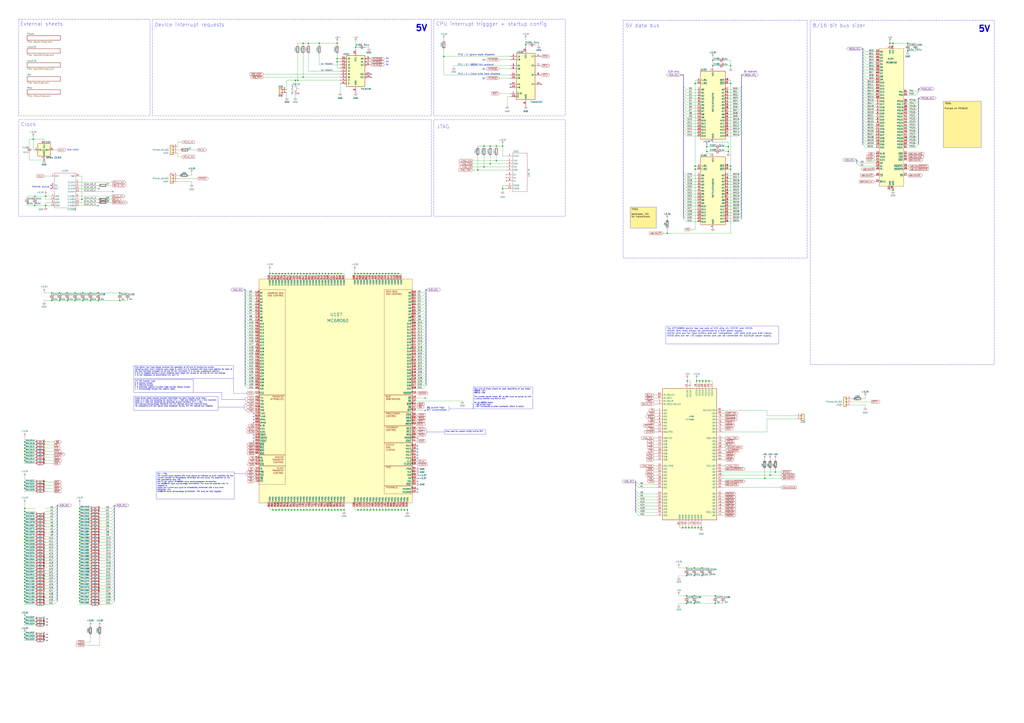
<source format=kicad_sch>
(kicad_sch (version 20230121) (generator eeschema)
  (paper "A1")
  (title_block (title "Raven 68060") (date "2024") (rev "A2") (company "Licensed under CERN-OHL-W v2") (comment 1 "(c)2024 Anders Granlund"))
  (junction (at 20.32 508.635))
  (junction (at 291.465 224.79))
  (junction (at 231.775 419.1))
  (junction (at 269.875 419.1))
  (junction (at 262.255 419.1))
  (junction (at 628.015 393.065))
  (junction (at 20.32 445.77))
  (junction (at 277.495 224.79))
  (junction (at 241.935 224.79))
  (junction (at 580.39 124.46))
  (junction (at 65.405 463.55))
  (junction (at 299.085 224.79))
  (junction (at 20.32 494.03))
  (junction (at 563.88 473.075))
  (junction (at 745.49 41.91))
  (junction (at 563.88 489.585))
  (junction (at 304.165 224.79))
  (junction (at 563.245 433.705))
  (junction (at 20.32 370.84))
  (junction (at 244.475 419.1))
  (junction (at 587.375 495.935))
  (junction (at 65.405 491.49))
  (junction (at 397.51 120.015))
  (junction (at 20.32 396.24))
  (junction (at 20.32 453.39))
  (junction (at 65.405 453.39))
  (junction (at 234.315 224.79))
  (junction (at 572.135 313.055))
  (junction (at 20.32 378.46))
  (junction (at 65.405 458.47))
  (junction (at 80.645 240.665))
  (junction (at 20.32 368.3))
  (junction (at 239.395 224.79))
  (junction (at 309.245 419.1))
  (junction (at 636.905 387.985))
  (junction (at 600.075 53.975))
  (junction (at 55.245 247.015))
  (junction (at 65.405 435.61))
  (junction (at 20.32 471.17))
  (junction (at 306.705 224.79))
  (junction (at 20.32 440.69))
  (junction (at 565.785 433.705))
  (junction (at 563.88 466.725))
  (junction (at 48.895 240.665))
  (junction (at 65.405 486.41))
  (junction (at 299.085 419.1))
  (junction (at 65.405 427.99))
  (junction (at 74.295 240.665))
  (junction (at 65.405 466.09))
  (junction (at 65.405 433.07))
  (junction (at 20.32 458.47))
  (junction (at 276.86 48.26))
  (junction (at 20.32 420.37))
  (junction (at 65.405 448.31))
  (junction (at 36.195 131.445))
  (junction (at 560.705 433.705))
  (junction (at 253.365 35.56))
  (junction (at 576.58 473.075))
  (junction (at 20.32 521.335))
  (junction (at 274.955 224.79))
  (junction (at 600.075 136.525))
  (junction (at 67.945 247.015))
  (junction (at 229.235 224.79))
  (junction (at 20.32 491.49))
  (junction (at 364.49 46.355))
  (junction (at 20.32 435.61))
  (junction (at 20.32 463.55))
  (junction (at 247.015 224.79))
  (junction (at 20.32 488.95))
  (junction (at 587.375 489.585))
  (junction (at 65.405 483.87))
  (junction (at 48.895 247.015))
  (junction (at 402.59 120.015))
  (junction (at 632.46 390.525))
  (junction (at 585.47 49.53))
  (junction (at 264.795 419.1))
  (junction (at 252.095 224.79))
  (junction (at 20.32 450.85))
  (junction (at 296.545 419.1))
  (junction (at 67.945 240.665))
  (junction (at 98.425 240.665))
  (junction (at 407.67 120.015))
  (junction (at 280.035 419.1))
  (junction (at 65.405 471.17))
  (junction (at 254.635 419.1))
  (junction (at 28.575 161.29))
  (junction (at 262.255 224.79))
  (junction (at 292.1 38.735))
  (junction (at 65.405 420.37))
  (junction (at 272.415 224.79))
  (junction (at 229.235 419.1))
  (junction (at 20.32 486.41))
  (junction (at 570.865 68.58))
  (junction (at 733.425 156.21))
  (junction (at 570.865 136.525))
  (junction (at 334.645 419.1))
  (junction (at 20.32 363.22))
  (junction (at 248.92 35.56))
  (junction (at 282.575 419.1))
  (junction (at 20.32 375.92))
  (junction (at 20.32 455.93))
  (junction (at 280.035 224.79))
  (junction (at 585.47 53.975))
  (junction (at 65.405 445.77))
  (junction (at 224.155 419.1))
  (junction (at 20.32 473.71))
  (junction (at 259.715 224.79))
  (junction (at 42.545 240.665))
  (junction (at 431.8 36.83))
  (junction (at 392.43 139.7))
  (junction (at 42.545 247.015))
  (junction (at 314.325 419.1))
  (junction (at 65.405 461.01))
  (junction (at 65.405 417.83))
  (junction (at 61.595 247.015))
  (junction (at 20.32 427.99))
  (junction (at 249.555 224.79))
  (junction (at 20.32 483.87))
  (junction (at 272.415 419.1))
  (junction (at 20.32 468.63))
  (junction (at 327.025 224.79))
  (junction (at 332.105 419.1))
  (junction (at 564.515 313.055))
  (junction (at 412.75 120.015))
  (junction (at 579.755 313.055))
  (junction (at 397.51 137.16))
  (junction (at 244.475 66.04))
  (junction (at 20.32 430.53))
  (junction (at 20.32 448.31))
  (junction (at 262.255 35.56))
  (junction (at 20.32 373.38))
  (junction (at 65.405 438.15))
  (junction (at 28.575 168.91))
  (junction (at 67.31 163.83))
  (junction (at 242.57 66.04))
  (junction (at 65.405 430.53))
  (junction (at 276.86 50.8))
  (junction (at 319.405 419.1))
  (junction (at 570.23 466.725))
  (junction (at 301.625 224.79))
  (junction (at 20.32 461.01))
  (junction (at 276.86 35.56))
  (junction (at 221.615 224.79))
  (junction (at 319.405 224.79))
  (junction (at 296.545 224.79))
  (junction (at 600.075 139.065))
  (junction (at 306.705 419.1))
  (junction (at 65.405 481.33))
  (junction (at 309.245 224.79))
  (junction (at 570.865 433.705))
  (junction (at 20.32 438.15))
  (junction (at 407.67 132.08))
  (junction (at 548.005 191.77))
  (junction (at 20.32 417.83))
  (junction (at 241.935 419.1))
  (junction (at 61.595 240.665))
  (junction (at 311.785 419.1))
  (junction (at 580.39 120.65))
  (junction (at 65.405 450.85))
  (junction (at 575.945 433.705))
  (junction (at 570.23 495.935))
  (junction (at 65.405 478.79))
  (junction (at 598.17 124.46))
  (junction (at 37.465 168.91))
  (junction (at 20.32 481.33))
  (junction (at 563.88 495.935))
  (junction (at 324.485 224.79))
  (junction (at 226.695 224.79))
  (junction (at 236.855 419.1))
  (junction (at 226.695 419.1))
  (junction (at 598.17 120.65))
  (junction (at 745.49 35.56))
  (junction (at 294.005 419.1))
  (junction (at 20.32 365.76))
  (junction (at 20.32 422.91))
  (junction (at 259.715 419.1))
  (junction (at 20.32 476.25))
  (junction (at 65.405 488.95))
  (junction (at 20.32 478.79))
  (junction (at 224.155 224.79))
  (junction (at 277.495 419.1))
  (junction (at 20.32 443.23))
  (junction (at 65.405 468.63))
  (junction (at 316.865 224.79))
  (junction (at 574.675 313.055))
  (junction (at 65.405 455.93))
  (junction (at 98.425 247.015))
  (junction (at 236.855 224.79))
  (junction (at 80.645 247.015))
  (junction (at 248.92 63.5))
  (junction (at 20.32 511.175))
  (junction (at 254.635 224.79))
  (junction (at 27.305 114.3))
  (junction (at 249.555 419.1))
  (junction (at 244.475 224.79))
  (junction (at 267.335 419.1))
  (junction (at 65.405 473.71))
  (junction (at 74.295 247.015))
  (junction (at 37.465 161.29))
  (junction (at 252.095 419.1))
  (junction (at 570.865 139.065))
  (junction (at 568.325 433.705))
  (junction (at 570.23 473.075))
  (junction (at 316.865 419.1))
  (junction (at 321.945 419.1))
  (junction (at 239.395 419.1))
  (junction (at 65.405 440.69))
  (junction (at 20.32 425.45))
  (junction (at 65.405 494.03))
  (junction (at 733.425 35.56))
  (junction (at 321.945 224.79))
  (junction (at 730.885 35.56))
  (junction (at 412.75 154.94))
  (junction (at 304.165 419.1))
  (junction (at 257.175 224.79))
  (junction (at 327.025 419.1))
  (junction (at 257.175 419.1))
  (junction (at 576.58 466.725))
  (junction (at 20.32 401.32))
  (junction (at 264.795 224.79))
  (junction (at 20.32 523.875))
  (junction (at 267.335 224.79))
  (junction (at 269.875 224.79))
  (junction (at 234.315 419.1))
  (junction (at 247.015 419.1))
  (junction (at 20.32 466.09))
  (junction (at 65.405 443.23))
  (junction (at 314.325 224.79))
  (junction (at 311.785 224.79))
  (junction (at 274.955 419.1))
  (junction (at 294.005 224.79))
  (junction (at 329.565 419.1))
  (junction (at 20.32 398.78))
  (junction (at 65.405 425.45))
  (junction (at 402.59 134.62))
  (junction (at 20.32 433.07))
  (junction (at 577.215 313.055))
  (junction (at 570.23 489.585))
  (junction (at 301.625 419.1))
  (junction (at 65.405 422.91))
  (junction (at 600.075 68.58))
  (junction (at 324.485 419.1))
  (junction (at 582.295 313.055))
  (junction (at 65.405 476.25))
  (junction (at 573.405 433.705))
  (junction (at 55.245 240.665))
  (junction (at 231.775 224.79))
  (no_connect (at 41.91 154.94))
  (no_connect (at 419.1 69.215))
  (no_connect (at 208.28 357.505))
  (no_connect (at 342.9 376.555))
  (no_connect (at 304.8 60.96))
  (no_connect (at 208.28 362.585))
  (no_connect (at 419.1 71.755))
  (no_connect (at 208.28 347.345))
  (no_connect (at 38.735 523.875))
  (no_connect (at 208.28 342.265))
  (no_connect (at 80.645 168.91))
  (no_connect (at 304.8 63.5))
  (no_connect (at 444.5 69.215))
  (no_connect (at 208.28 344.805))
  (no_connect (at 208.28 360.045))
  (no_connect (at 342.9 360.045))
  (no_connect (at 41.91 152.4))
  (no_connect (at 92.71 157.48))
  (no_connect (at 38.735 508.635))
  (no_connect (at 342.9 366.395))
  (no_connect (at 208.28 339.725))
  (no_connect (at 342.9 404.495))
  (no_connect (at 342.9 371.475))
  (no_connect (at 81.28 154.94))
  (no_connect (at 342.9 401.955))
  (no_connect (at 349.25 337.185))
  (no_connect (at 38.735 521.335))
  (no_connect (at 38.735 526.415))
  (no_connect (at 38.735 511.175))
  (no_connect (at 342.9 395.605))
  (no_connect (at 342.9 374.015))
  (no_connect (at 349.25 327.025))
  (no_connect (at 342.9 368.935))
  (no_connect (at 38.735 513.715))
  (bus_entry (at 349.885 245.745) (size -2.54 2.54))
  (bus_entry (at 561.34 83.82) (size 2.54 2.54))
  (bus_entry (at 521.97 415.925) (size 2.54 2.54))
  (bus_entry (at 93.98 463.55) (size -2.54 2.54))
  (bus_entry (at 521.97 398.145) (size 2.54 2.54))
  (bus_entry (at 349.885 248.285) (size -2.54 2.54))
  (bus_entry (at 754.38 116.205) (size -2.54 2.54))
  (bus_entry (at 561.34 144.145) (size 2.54 2.54))
  (bus_entry (at 201.295 281.305) (size 2.54 2.54))
  (bus_entry (at 708.66 103.505) (size 2.54 2.54))
  (bus_entry (at 708.66 83.185) (size 2.54 2.54))
  (bus_entry (at 708.66 98.425) (size 2.54 2.54))
  (bus_entry (at 521.97 413.385) (size 2.54 2.54))
  (bus_entry (at 608.965 83.82) (size -2.54 2.54))
  (bus_entry (at 201.295 291.465) (size 2.54 2.54))
  (bus_entry (at 561.34 78.74) (size 2.54 2.54))
  (bus_entry (at 46.99 471.17) (size -2.54 2.54))
  (bus_entry (at 93.98 450.85) (size -2.54 2.54))
  (bus_entry (at 93.98 422.91) (size -2.54 2.54))
  (bus_entry (at 93.98 486.41) (size -2.54 2.54))
  (bus_entry (at 608.965 88.9) (size -2.54 2.54))
  (bus_entry (at 708.66 100.965) (size 2.54 2.54))
  (bus_entry (at 201.295 299.085) (size 2.54 2.54))
  (bus_entry (at 93.98 491.49) (size -2.54 2.54))
  (bus_entry (at 521.97 418.465) (size 2.54 2.54))
  (bus_entry (at 93.98 471.17) (size -2.54 2.54))
  (bus_entry (at 608.965 149.225) (size -2.54 2.54))
  (bus_entry (at 608.965 101.6) (size -2.54 2.54))
  (bus_entry (at 754.38 118.745) (size -2.54 2.54))
  (bus_entry (at 46.99 427.99) (size -2.54 2.54))
  (bus_entry (at 46.99 486.41) (size -2.54 2.54))
  (bus_entry (at 708.66 80.645) (size 2.54 2.54))
  (bus_entry (at 708.66 90.805) (size 2.54 2.54))
  (bus_entry (at 46.99 458.47) (size -2.54 2.54))
  (bus_entry (at 201.295 248.285) (size 2.54 2.54))
  (bus_entry (at 201.295 301.625) (size 2.54 2.54))
  (bus_entry (at 703.58 131.445) (size 2.54 2.54))
  (bus_entry (at 46.99 445.77) (size -2.54 2.54))
  (bus_entry (at 201.295 309.245) (size 2.54 2.54))
  (bus_entry (at 754.38 100.965) (size -2.54 2.54))
  (bus_entry (at 93.98 425.45) (size -2.54 2.54))
  (bus_entry (at 561.34 164.465) (size 2.54 2.54))
  (bus_entry (at 46.99 435.61) (size -2.54 2.54))
  (bus_entry (at 608.965 81.28) (size -2.54 2.54))
  (bus_entry (at 608.965 151.765) (size -2.54 2.54))
  (bus_entry (at 46.99 491.49) (size -2.54 2.54))
  (bus_entry (at 754.38 106.045) (size -2.54 2.54))
  (bus_entry (at 349.885 238.125) (size -2.54 2.54))
  (bus_entry (at 93.98 488.95) (size -2.54 2.54))
  (bus_entry (at 349.885 301.625) (size -2.54 2.54))
  (bus_entry (at 708.66 93.345) (size 2.54 2.54))
  (bus_entry (at 608.965 106.68) (size -2.54 2.54))
  (bus_entry (at 201.295 283.845) (size 2.54 2.54))
  (bus_entry (at 201.295 273.685) (size 2.54 2.54))
  (bus_entry (at 708.66 57.785) (size 2.54 2.54))
  (bus_entry (at 349.885 299.085) (size -2.54 2.54))
  (bus_entry (at 93.98 483.87) (size -2.54 2.54))
  (bus_entry (at 708.66 95.885) (size 2.54 2.54))
  (bus_entry (at 561.34 93.98) (size 2.54 2.54))
  (bus_entry (at 201.295 253.365) (size 2.54 2.54))
  (bus_entry (at 608.965 141.605) (size -2.54 2.54))
  (bus_entry (at 608.965 177.165) (size -2.54 2.54))
  (bus_entry (at 349.885 286.385) (size -2.54 2.54))
  (bus_entry (at 201.295 263.525) (size 2.54 2.54))
  (bus_entry (at 708.66 55.245) (size 2.54 2.54))
  (bus_entry (at 201.295 288.925) (size 2.54 2.54))
  (bus_entry (at 561.34 106.68) (size 2.54 2.54))
  (bus_entry (at 754.38 108.585) (size -2.54 2.54))
  (bus_entry (at 708.66 70.485) (size 2.54 2.54))
  (bus_entry (at 349.885 260.985) (size -2.54 2.54))
  (bus_entry (at 201.295 296.545) (size 2.54 2.54))
  (bus_entry (at 201.295 278.765) (size 2.54 2.54))
  (bus_entry (at 93.98 420.37) (size -2.54 2.54))
  (bus_entry (at 349.885 266.065) (size -2.54 2.54))
  (bus_entry (at 521.97 395.605) (size 2.54 2.54))
  (bus_entry (at 561.34 179.705) (size 2.54 2.54))
  (bus_entry (at 608.965 174.625) (size -2.54 2.54))
  (bus_entry (at 349.885 294.005) (size -2.54 2.54))
  (bus_entry (at 201.295 304.165) (size 2.54 2.54))
  (bus_entry (at 608.965 93.98) (size -2.54 2.54))
  (bus_entry (at 46.99 473.71) (size -2.54 2.54))
  (bus_entry (at 93.98 458.47) (size -2.54 2.54))
  (bus_entry (at 201.295 240.665) (size 2.54 2.54))
  (bus_entry (at 93.98 476.25) (size -2.54 2.54))
  (bus_entry (at 561.34 141.605) (size 2.54 2.54))
  (bus_entry (at 708.66 62.865) (size 2.54 2.54))
  (bus_entry (at 608.965 144.145) (size -2.54 2.54))
  (bus_entry (at 561.34 91.44) (size 2.54 2.54))
  (bus_entry (at 561.34 151.765) (size 2.54 2.54))
  (bus_entry (at 46.99 463.55) (size -2.54 2.54))
  (bus_entry (at 708.66 65.405) (size 2.54 2.54))
  (bus_entry (at 349.885 309.245) (size -2.54 2.54))
  (bus_entry (at 349.885 253.365) (size -2.54 2.54))
  (bus_entry (at 349.885 288.925) (size -2.54 2.54))
  (bus_entry (at 201.295 276.225) (size 2.54 2.54))
  (bus_entry (at 46.99 425.45) (size -2.54 2.54))
  (bus_entry (at 46.99 448.31) (size -2.54 2.54))
  (bus_entry (at 93.98 438.15) (size -2.54 2.54))
  (bus_entry (at 46.99 420.37) (size -2.54 2.54))
  (bus_entry (at 561.34 81.28) (size 2.54 2.54))
  (bus_entry (at 349.885 278.765) (size -2.54 2.54))
  (bus_entry (at 93.98 468.63) (size -2.54 2.54))
  (bus_entry (at 349.885 296.545) (size -2.54 2.54))
  (bus_entry (at 561.34 99.06) (size 2.54 2.54))
  (bus_entry (at 93.98 415.29) (size -2.54 2.54))
  (bus_entry (at 708.66 75.565) (size 2.54 2.54))
  (bus_entry (at 708.66 111.125) (size 2.54 2.54))
  (bus_entry (at 754.38 111.125) (size -2.54 2.54))
  (bus_entry (at 561.34 149.225) (size 2.54 2.54))
  (bus_entry (at 708.66 116.205) (size 2.54 2.54))
  (bus_entry (at 608.965 167.005) (size -2.54 2.54))
  (bus_entry (at 93.98 417.83) (size -2.54 2.54))
  (bus_entry (at 349.885 255.905) (size -2.54 2.54))
  (bus_entry (at 708.66 42.545) (size 2.54 2.54))
  (bus_entry (at 561.34 156.845) (size 2.54 2.54))
  (bus_entry (at 201.295 314.325) (size 2.54 2.54))
  (bus_entry (at 46.99 433.07) (size -2.54 2.54))
  (bus_entry (at 561.34 109.22) (size 2.54 2.54))
  (bus_entry (at 349.885 273.685) (size -2.54 2.54))
  (bus_entry (at 93.98 481.33) (size -2.54 2.54))
  (bus_entry (at 349.885 306.705) (size -2.54 2.54))
  (bus_entry (at 608.965 169.545) (size -2.54 2.54))
  (bus_entry (at 349.885 283.845) (size -2.54 2.54))
  (bus_entry (at 93.98 466.09) (size -2.54 2.54))
  (bus_entry (at 754.38 113.665) (size -2.54 2.54))
  (bus_entry (at 201.295 268.605) (size 2.54 2.54))
  (bus_entry (at 349.885 281.305) (size -2.54 2.54))
  (bus_entry (at 708.66 108.585) (size 2.54 2.54))
  (bus_entry (at 201.295 250.825) (size 2.54 2.54))
  (bus_entry (at 754.38 75.565) (size -2.54 2.54))
  (bus_entry (at 608.965 96.52) (size -2.54 2.54))
  (bus_entry (at 561.34 96.52) (size 2.54 2.54))
  (bus_entry (at 93.98 494.03) (size -2.54 2.54))
  (bus_entry (at 46.99 443.23) (size -2.54 2.54))
  (bus_entry (at 608.965 164.465) (size -2.54 2.54))
  (bus_entry (at 561.34 86.36) (size 2.54 2.54))
  (bus_entry (at 46.99 438.15) (size -2.54 2.54))
  (bus_entry (at 708.66 60.325) (size 2.54 2.54))
  (bus_entry (at 521.97 408.305) (size 2.54 2.54))
  (bus_entry (at 708.66 45.085) (size 2.54 2.54))
  (bus_entry (at 561.34 88.9) (size 2.54 2.54))
  (bus_entry (at 201.295 260.985) (size 2.54 2.54))
  (bus_entry (at 46.99 483.87) (size -2.54 2.54))
  (bus_entry (at 754.38 93.345) (size -2.54 2.54))
  (bus_entry (at 561.34 101.6) (size 2.54 2.54))
  (bus_entry (at 561.34 169.545) (size 2.54 2.54))
  (bus_entry (at 608.965 154.305) (size -2.54 2.54))
  (bus_entry (at 608.965 159.385) (size -2.54 2.54))
  (bus_entry (at 708.66 47.625) (size 2.54 2.54))
  (bus_entry (at 608.965 161.925) (size -2.54 2.54))
  (bus_entry (at 349.885 304.165) (size -2.54 2.54))
  (bus_entry (at 46.99 453.39) (size -2.54 2.54))
  (bus_entry (at 46.99 476.25) (size -2.54 2.54))
  (bus_entry (at 201.295 255.905) (size 2.54 2.54))
  (bus_entry (at 46.99 494.03) (size -2.54 2.54))
  (bus_entry (at 349.885 263.525) (size -2.54 2.54))
  (bus_entry (at 561.34 172.085) (size 2.54 2.54))
  (bus_entry (at 608.965 73.66) (size -2.54 2.54))
  (bus_entry (at 561.34 146.685) (size 2.54 2.54))
  (bus_entry (at 708.66 40.005) (size 2.54 2.54))
  (bus_entry (at 521.97 421.005) (size 2.54 2.54))
  (bus_entry (at 349.885 316.865) (size -2.54 2.54))
  (bus_entry (at 201.295 294.005) (size 2.54 2.54))
  (bus_entry (at 46.99 466.09) (size -2.54 2.54))
  (bus_entry (at 708.66 52.705) (size 2.54 2.54))
  (bus_entry (at 349.885 243.205) (size -2.54 2.54))
  (bus_entry (at 561.34 161.925) (size 2.54 2.54))
  (bus_entry (at 754.38 80.645) (size -2.54 2.54))
  (bus_entry (at 708.66 118.745) (size 2.54 2.54))
  (bus_entry (at 93.98 448.31) (size -2.54 2.54))
  (bus_entry (at 201.295 238.125) (size 2.54 2.54))
  (bus_entry (at 708.66 113.665) (size 2.54 2.54))
  (bus_entry (at 608.965 71.12) (size -2.54 2.54))
  (bus_entry (at 754.38 103.505) (size -2.54 2.54))
  (bus_entry (at 708.66 88.265) (size 2.54 2.54))
  (bus_entry (at 561.34 174.625) (size 2.54 2.54))
  (bus_entry (at 608.965 104.14) (size -2.54 2.54))
  (bus_entry (at 608.965 86.36) (size -2.54 2.54))
  (bus_entry (at 201.295 311.785) (size 2.54 2.54))
  (bus_entry (at 561.34 76.2) (size 2.54 2.54))
  (bus_entry (at 754.38 95.885) (size -2.54 2.54))
  (bus_entry (at 349.885 250.825) (size -2.54 2.54))
  (bus_entry (at 349.885 291.465) (size -2.54 2.54))
  (bus_entry (at 46.99 450.85) (size -2.54 2.54))
  (bus_entry (at 608.965 99.06) (size -2.54 2.54))
  (bus_entry (at 754.38 73.025) (size -2.54 2.54))
  (bus_entry (at 93.98 461.01) (size -2.54 2.54))
  (bus_entry (at 46.99 481.33) (size -2.54 2.54))
  (bus_entry (at 608.965 179.705) (size -2.54 2.54))
  (bus_entry (at 93.98 433.07) (size -2.54 2.54))
  (bus_entry (at 93.98 445.77) (size -2.54 2.54))
  (bus_entry (at 46.99 468.63) (size -2.54 2.54))
  (bus_entry (at 46.99 430.53) (size -2.54 2.54))
  (bus_entry (at 349.885 268.605) (size -2.54 2.54))
  (bus_entry (at 46.99 455.93) (size -2.54 2.54))
  (bus_entry (at 93.98 440.69) (size -2.54 2.54))
  (bus_entry (at 703.58 133.985) (size 2.54 2.54))
  (bus_entry (at 93.98 443.23) (size -2.54 2.54))
  (bus_entry (at 561.34 167.005) (size 2.54 2.54))
  (bus_entry (at 608.965 146.685) (size -2.54 2.54))
  (bus_entry (at 608.965 172.085) (size -2.54 2.54))
  (bus_entry (at 349.885 311.785) (size -2.54 2.54))
  (bus_entry (at 46.99 422.91) (size -2.54 2.54))
  (bus_entry (at 93.98 453.39) (size -2.54 2.54))
  (bus_entry (at 46.99 415.29) (size -2.54 2.54))
  (bus_entry (at 201.295 245.745) (size 2.54 2.54))
  (bus_entry (at 521.97 405.765) (size 2.54 2.54))
  (bus_entry (at 46.99 478.79) (size -2.54 2.54))
  (bus_entry (at 561.34 104.14) (size 2.54 2.54))
  (bus_entry (at 349.885 314.325) (size -2.54 2.54))
  (bus_entry (at 754.38 85.725) (size -2.54 2.54))
  (bus_entry (at 708.66 78.105) (size 2.54 2.54))
  (bus_entry (at 93.98 430.53) (size -2.54 2.54))
  (bus_entry (at 561.34 159.385) (size 2.54 2.54))
  (bus_entry (at 201.295 306.705) (size 2.54 2.54))
  (bus_entry (at 46.99 417.83) (size -2.54 2.54))
  (bus_entry (at 349.885 240.665) (size -2.54 2.54))
  (bus_entry (at 561.34 71.12) (size 2.54 2.54))
  (bus_entry (at 349.885 258.445) (size -2.54 2.54))
  (bus_entry (at 201.295 266.065) (size 2.54 2.54))
  (bus_entry (at 561.34 154.305) (size 2.54 2.54))
  (bus_entry (at 754.38 90.805) (size -2.54 2.54))
  (bus_entry (at 93.98 473.71) (size -2.54 2.54))
  (bus_entry (at 754.38 98.425) (size -2.54 2.54))
  (bus_entry (at 349.885 276.225) (size -2.54 2.54))
  (bus_entry (at 201.295 316.865) (size 2.54 2.54))
  (bus_entry (at 201.295 271.145) (size 2.54 2.54))
  (bus_entry (at 708.66 85.725) (size 2.54 2.54))
  (bus_entry (at 93.98 427.99) (size -2.54 2.54))
  (bus_entry (at 46.99 461.01) (size -2.54 2.54))
  (bus_entry (at 349.885 271.145) (size -2.54 2.54))
  (bus_entry (at 521.97 403.225) (size 2.54 2.54))
  (bus_entry (at 608.965 76.2) (size -2.54 2.54))
  (bus_entry (at 708.66 106.045) (size 2.54 2.54))
  (bus_entry (at 608.965 156.845) (size -2.54 2.54))
  (bus_entry (at 561.34 177.165) (size 2.54 2.54))
  (bus_entry (at 708.66 73.025) (size 2.54 2.54))
  (bus_entry (at 608.965 109.22) (size -2.54 2.54))
  (bus_entry (at 93.98 478.79) (size -2.54 2.54))
  (bus_entry (at 521.97 410.845) (size 2.54 2.54))
  (bus_entry (at 561.34 73.66) (size 2.54 2.54))
  (bus_entry (at 46.99 440.69) (size -2.54 2.54))
  (bus_entry (at 708.66 67.945) (size 2.54 2.54))
  (bus_entry (at 201.295 286.385) (size 2.54 2.54))
  (bus_entry (at 46.99 488.95) (size -2.54 2.54))
  (bus_entry (at 708.66 50.165) (size 2.54 2.54))
  (bus_entry (at 754.38 83.185) (size -2.54 2.54))
  (bus_entry (at 608.965 91.44) (size -2.54 2.54))
  (bus_entry (at 754.38 88.265) (size -2.54 2.54))
  (bus_entry (at 93.98 455.93) (size -2.54 2.54))
  (bus_entry (at 201.295 243.205) (size 2.54 2.54))
  (bus_entry (at 201.295 258.445) (size 2.54 2.54))
  (bus_entry (at 608.965 78.74) (size -2.54 2.54))
  (bus_entry (at 93.98 435.61) (size -2.54 2.54))
  (wire (pts (xy 36.83 443.23) (xy 44.45 443.23)))
  (wire (pts (xy 20.32 471.17) (xy 29.21 471.17)))
  (wire (pts (xy 572.77 174.625) (xy 563.88 174.625)))
  (wire (pts (xy 81.915 478.79) (xy 91.44 478.79)))
  (wire (pts (xy 20.32 438.15) (xy 29.21 438.15)))
  (wire (pts (xy 745.49 41.91) (xy 745.49 42.545)))
  (wire (pts (xy 262.255 35.56) (xy 276.86 35.56)))
  (bus (pts (xy 93.98 466.09) (xy 93.98 463.55)))
  (wire (pts (xy 203.835 266.065) (xy 210.185 266.065)))
  (bus (pts (xy 349.885 258.445) (xy 349.885 255.905)))
  (wire (pts (xy 208.915 390.525) (xy 210.185 390.525)))
  (wire (pts (xy 575.945 432.435) (xy 575.945 433.705)))
  (wire (pts (xy 234.315 224.79) (xy 234.315 226.695)))
  (wire (pts (xy 61.595 247.015) (xy 61.595 246.38)))
  (wire (pts (xy 247.015 224.79) (xy 244.475 224.79)))
  (bus (pts (xy 561.34 61.595) (xy 558.8 61.595)))
  (wire (pts (xy 65.405 491.49) (xy 74.295 491.49)))
  (bus (pts (xy 608.965 177.165) (xy 608.965 174.625)))
  (wire (pts (xy 272.415 415.925) (xy 272.415 419.1)))
  (bus (pts (xy 46.99 438.15) (xy 46.99 435.61)))
  (wire (pts (xy 69.215 527.685) (xy 74.295 527.685)))
  (wire (pts (xy 65.405 433.07) (xy 74.295 433.07)))
  (wire (pts (xy 36.83 401.32) (xy 44.45 401.32)))
  (bus (pts (xy 349.885 314.325) (xy 349.885 311.785)))
  (wire (pts (xy 340.995 255.905) (xy 347.345 255.905)))
  (wire (pts (xy 272.415 419.1) (xy 274.955 419.1)))
  (wire (pts (xy 231.775 415.925) (xy 231.775 419.1)))
  (wire (pts (xy 36.195 114.3) (xy 36.195 115.57)))
  (wire (pts (xy 340.995 374.015) (xy 342.9 374.015)))
  (wire (pts (xy 203.835 309.245) (xy 210.185 309.245)))
  (wire (pts (xy 572.77 149.225) (xy 563.88 149.225)))
  (wire (pts (xy 745.49 41.91) (xy 751.84 41.91)))
  (wire (pts (xy 299.085 224.79) (xy 299.085 226.695)))
  (wire (pts (xy 37.465 166.37) (xy 37.465 168.91)))
  (wire (pts (xy 231.775 419.1) (xy 234.315 419.1)))
  (bus (pts (xy 349.885 301.625) (xy 349.885 299.085)))
  (bus (pts (xy 93.98 483.87) (xy 93.98 481.33)))
  (wire (pts (xy 415.925 152.4) (xy 412.75 152.4)))
  (wire (pts (xy 572.77 164.465) (xy 563.88 164.465)))
  (wire (pts (xy 20.32 476.25) (xy 29.21 476.25)))
  (wire (pts (xy 594.995 49.53) (xy 600.075 49.53)))
  (bus (pts (xy 754.38 113.665) (xy 754.38 116.205)))
  (wire (pts (xy 20.32 508.635) (xy 29.21 508.635)))
  (wire (pts (xy 572.77 172.085) (xy 563.88 172.085)))
  (wire (pts (xy 576.58 473.075) (xy 582.93 473.075)))
  (bus (pts (xy 93.98 443.23) (xy 93.98 440.69)))
  (wire (pts (xy 319.405 419.1) (xy 321.945 419.1)))
  (wire (pts (xy 563.88 489.585) (xy 570.23 489.585)))
  (wire (pts (xy 149.225 116.84) (xy 146.05 116.84)))
  (wire (pts (xy 36.83 486.41) (xy 44.45 486.41)))
  (wire (pts (xy 274.955 415.925) (xy 274.955 419.1)))
  (wire (pts (xy 276.86 48.26) (xy 279.4 48.26)))
  (wire (pts (xy 65.405 476.25) (xy 74.295 476.25)))
  (wire (pts (xy 412.75 118.745) (xy 412.75 120.015)))
  (wire (pts (xy 598.17 144.145) (xy 606.425 144.145)))
  (bus (pts (xy 708.66 108.585) (xy 708.66 106.045)))
  (wire (pts (xy 572.77 144.145) (xy 563.88 144.145)))
  (wire (pts (xy 244.475 66.04) (xy 279.4 66.04)))
  (wire (pts (xy 710.565 327.66) (xy 708.025 327.66)))
  (wire (pts (xy 48.895 240.665) (xy 55.245 240.665)))
  (wire (pts (xy 20.32 373.38) (xy 29.21 373.38)))
  (wire (pts (xy 711.2 108.585) (xy 719.455 108.585)))
  (bus (pts (xy 708.66 118.745) (xy 708.66 116.205)))
  (wire (pts (xy 711.2 116.205) (xy 719.455 116.205)))
  (wire (pts (xy 711.2 50.165) (xy 719.455 50.165)))
  (wire (pts (xy 711.2 75.565) (xy 719.455 75.565)))
  (wire (pts (xy 65.405 440.69) (xy 74.295 440.69)))
  (wire (pts (xy 340.995 319.405) (xy 347.345 319.405)))
  (wire (pts (xy 340.995 362.585) (xy 342.265 362.585)))
  (wire (pts (xy 598.17 73.66) (xy 606.425 73.66)))
  (bus (pts (xy 46.99 483.87) (xy 46.99 481.33)))
  (wire (pts (xy 20.32 507.365) (xy 20.32 508.635)))
  (bus (pts (xy 561.34 106.68) (xy 561.34 104.14)))
  (wire (pts (xy 332.105 419.1) (xy 334.645 419.1)))
  (wire (pts (xy 20.32 523.875) (xy 29.21 523.875)))
  (bus (pts (xy 201.295 316.865) (xy 201.295 314.325)))
  (wire (pts (xy 20.32 358.775) (xy 20.32 363.22)))
  (wire (pts (xy 262.255 415.925) (xy 262.255 419.1)))
  (wire (pts (xy 36.83 378.46) (xy 44.45 378.46)))
  (wire (pts (xy 306.705 419.1) (xy 309.245 419.1)))
  (wire (pts (xy 580.39 126.365) (xy 585.47 126.365)))
  (bus (pts (xy 93.98 476.25) (xy 93.98 473.71)))
  (wire (pts (xy 412.75 154.94) (xy 412.75 156.845)))
  (wire (pts (xy 20.32 368.3) (xy 29.21 368.3)))
  (bus (pts (xy 708.66 67.945) (xy 708.66 65.405)))
  (wire (pts (xy 65.405 448.31) (xy 65.405 450.85)))
  (wire (pts (xy 537.21 372.745) (xy 539.115 372.745)))
  (wire (pts (xy 340.995 334.645) (xy 342.265 334.645)))
  (wire (pts (xy 81.915 453.39) (xy 91.44 453.39)))
  (bus (pts (xy 608.965 99.06) (xy 608.965 96.52)))
  (bus (pts (xy 755.015 73.025) (xy 754.38 73.025)))
  (wire (pts (xy 291.465 419.1) (xy 294.005 419.1)))
  (wire (pts (xy 292.1 34.29) (xy 292.1 38.735)))
  (wire (pts (xy 20.32 417.83) (xy 29.21 417.83)))
  (wire (pts (xy 20.32 427.99) (xy 29.21 427.99)))
  (wire (pts (xy 524.51 405.765) (xy 539.115 405.765)))
  (wire (pts (xy 572.77 177.165) (xy 563.88 177.165)))
  (wire (pts (xy 65.405 417.83) (xy 74.295 417.83)))
  (wire (pts (xy 203.835 283.845) (xy 210.185 283.845)))
  (bus (pts (xy 201.295 248.285) (xy 201.295 245.745)))
  (wire (pts (xy 537.21 324.485) (xy 539.115 324.485)))
  (bus (pts (xy 93.98 417.83) (xy 93.98 415.29)))
  (bus (pts (xy 561.34 161.925) (xy 561.34 159.385)))
  (wire (pts (xy 598.17 149.225) (xy 606.425 149.225)))
  (bus (pts (xy 561.34 96.52) (xy 561.34 93.98)))
  (wire (pts (xy 65.405 486.41) (xy 74.295 486.41)))
  (bus (pts (xy 46.99 476.25) (xy 46.99 473.71)))
  (wire (pts (xy 203.835 250.825) (xy 210.185 250.825)))
  (wire (pts (xy 591.82 120.65) (xy 598.17 120.65)))
  (wire (pts (xy 65.405 494.03) (xy 74.295 494.03)))
  (bus (pts (xy 201.295 266.065) (xy 201.295 263.525)))
  (wire (pts (xy 42.545 240.665) (xy 48.895 240.665)))
  (wire (pts (xy 593.725 387.985) (xy 636.905 387.985)))
  (wire (pts (xy 282.575 415.925) (xy 282.575 419.1)))
  (bus (pts (xy 561.34 101.6) (xy 561.34 99.06)))
  (bus (pts (xy 608.965 106.68) (xy 608.965 104.14)))
  (bus (pts (xy 46.99 422.91) (xy 46.99 420.37)))
  (wire (pts (xy 304.165 224.79) (xy 301.625 224.79)))
  (wire (pts (xy 282.575 224.79) (xy 280.035 224.79)))
  (bus (pts (xy 608.965 159.385) (xy 608.965 156.845)))
  (bus (pts (xy 93.98 430.53) (xy 93.98 427.99)))
  (wire (pts (xy 327.025 419.1) (xy 329.565 419.1)))
  (wire (pts (xy 20.32 466.09) (xy 20.32 468.63)))
  (bus (pts (xy 349.885 294.005) (xy 349.885 291.465)))
  (wire (pts (xy 64.77 152.4) (xy 80.645 152.4)))
  (wire (pts (xy 210.185 362.585) (xy 208.28 362.585)))
  (wire (pts (xy 248.92 44.45) (xy 248.92 63.5)))
  (wire (pts (xy 744.855 111.125) (xy 751.84 111.125)))
  (wire (pts (xy 36.83 461.01) (xy 44.45 461.01)))
  (wire (pts (xy 208.915 352.425) (xy 210.185 352.425)))
  (wire (pts (xy 146.05 149.225) (xy 157.48 149.225)))
  (wire (pts (xy 711.2 113.665) (xy 719.455 113.665)))
  (wire (pts (xy 203.835 314.325) (xy 210.185 314.325)))
  (wire (pts (xy 598.17 81.28) (xy 606.425 81.28)))
  (bus (pts (xy 608.965 161.925) (xy 608.965 159.385)))
  (wire (pts (xy 576.58 466.725) (xy 582.93 466.725)))
  (wire (pts (xy 387.985 139.7) (xy 392.43 139.7)))
  (wire (pts (xy 20.32 422.91) (xy 20.32 425.45)))
  (wire (pts (xy 340.995 253.365) (xy 347.345 253.365)))
  (wire (pts (xy 340.995 311.785) (xy 347.345 311.785)))
  (bus (pts (xy 608.965 156.845) (xy 608.965 154.305)))
  (bus (pts (xy 349.885 273.685) (xy 349.885 271.145)))
  (bus (pts (xy 201.295 311.785) (xy 201.295 309.245)))
  (bus (pts (xy 349.885 263.525) (xy 349.885 260.985)))
  (wire (pts (xy 236.855 224.79) (xy 234.315 224.79)))
  (bus (pts (xy 349.885 250.825) (xy 349.885 248.285)))
  (wire (pts (xy 20.32 368.3) (xy 20.32 370.84)))
  (bus (pts (xy 708.66 83.185) (xy 708.66 80.645)))
  (bus (pts (xy 708.66 90.805) (xy 708.66 88.265)))
  (wire (pts (xy 733.425 35.56) (xy 745.49 35.56)))
  (wire (pts (xy 36.83 435.61) (xy 44.45 435.61)))
  (bus (pts (xy 201.295 309.245) (xy 201.295 306.705)))
  (wire (pts (xy 257.175 419.1) (xy 259.715 419.1)))
  (wire (pts (xy 711.2 83.185) (xy 719.455 83.185)))
  (bus (pts (xy 349.885 245.745) (xy 349.885 243.205)))
  (wire (pts (xy 431.8 36.83) (xy 434.34 36.83)))
  (wire (pts (xy 157.48 151.13) (xy 157.48 149.225)))
  (wire (pts (xy 269.875 419.1) (xy 272.415 419.1)))
  (wire (pts (xy 20.32 508.635) (xy 20.32 511.175)))
  (wire (pts (xy 24.13 114.3) (xy 27.305 114.3)))
  (wire (pts (xy 306.705 224.79) (xy 306.705 226.695)))
  (bus (pts (xy 608.965 146.685) (xy 608.965 144.145)))
  (wire (pts (xy 272.415 224.79) (xy 269.875 224.79)))
  (wire (pts (xy 20.32 413.385) (xy 20.32 417.83)))
  (wire (pts (xy 654.05 341.63) (xy 629.92 341.63)))
  (wire (pts (xy 537.21 370.205) (xy 539.115 370.205)))
  (wire (pts (xy 221.615 419.1) (xy 224.155 419.1)))
  (wire (pts (xy 65.405 440.69) (xy 65.405 443.23)))
  (bus (pts (xy 201.295 276.225) (xy 201.295 273.685)))
  (wire (pts (xy 208.915 372.745) (xy 210.185 372.745)))
  (wire (pts (xy 364.49 46.355) (xy 364.49 61.595)))
  (bus (pts (xy 561.34 81.28) (xy 561.34 78.74)))
  (wire (pts (xy 249.555 419.1) (xy 252.095 419.1)))
  (wire (pts (xy 570.865 433.705) (xy 573.405 433.705)))
  (wire (pts (xy 598.17 78.74) (xy 606.425 78.74)))
  (wire (pts (xy 291.465 224.79) (xy 291.465 226.695)))
  (bus (pts (xy 46.99 443.23) (xy 46.99 440.69)))
  (wire (pts (xy 203.835 271.145) (xy 210.185 271.145)))
  (bus (pts (xy 754.38 113.665) (xy 754.38 111.125)))
  (bus (pts (xy 349.885 253.365) (xy 349.885 250.825)))
  (wire (pts (xy 598.17 154.305) (xy 606.425 154.305)))
  (bus (pts (xy 608.965 76.2) (xy 608.965 73.66)))
  (wire (pts (xy 342.265 352.425) (xy 340.995 352.425)))
  (wire (pts (xy 208.915 381.635) (xy 210.185 381.635)))
  (wire (pts (xy 48.895 246.38) (xy 48.895 247.015)))
  (wire (pts (xy 311.785 419.1) (xy 314.325 419.1)))
  (bus (pts (xy 608.965 169.545) (xy 608.965 167.005)))
  (wire (pts (xy 36.83 523.875) (xy 38.735 523.875)))
  (wire (pts (xy 314.325 224.79) (xy 314.325 226.695)))
  (bus (pts (xy 349.885 240.665) (xy 349.885 238.125)))
  (wire (pts (xy 20.32 520.065) (xy 20.32 521.335)))
  (wire (pts (xy 572.77 169.545) (xy 563.88 169.545)))
  (bus (pts (xy 561.34 76.2) (xy 561.34 73.66)))
  (wire (pts (xy 208.28 337.185) (xy 210.185 337.185)))
  (bus (pts (xy 349.885 316.865) (xy 349.885 314.325)))
  (wire (pts (xy 573.405 432.435) (xy 573.405 433.705)))
  (bus (pts (xy 708.66 85.725) (xy 708.66 83.185)))
  (wire (pts (xy 730.885 34.29) (xy 730.885 35.56)))
  (wire (pts (xy 600.075 68.58) (xy 600.075 136.525)))
  (wire (pts (xy 340.995 296.545) (xy 347.345 296.545)))
  (wire (pts (xy 248.92 63.5) (xy 279.4 63.5)))
  (wire (pts (xy 20.32 523.875) (xy 20.32 526.415)))
  (wire (pts (xy 557.53 489.585) (xy 563.88 489.585)))
  (wire (pts (xy 37.465 163.83) (xy 37.465 161.29)))
  (wire (pts (xy 231.775 224.79) (xy 231.775 226.695)))
  (wire (pts (xy 203.835 291.465) (xy 210.185 291.465)))
  (wire (pts (xy 340.995 248.285) (xy 347.345 248.285)))
  (wire (pts (xy 711.2 73.025) (xy 719.455 73.025)))
  (wire (pts (xy 560.705 432.435) (xy 560.705 433.705)))
  (wire (pts (xy 282.575 419.1) (xy 282.575 420.37)))
  (wire (pts (xy 340.995 304.165) (xy 347.345 304.165)))
  (wire (pts (xy 203.835 316.865) (xy 210.185 316.865)))
  (wire (pts (xy 42.545 247.015) (xy 48.895 247.015)))
  (wire (pts (xy 410.21 48.895) (xy 419.1 48.895)))
  (wire (pts (xy 64.77 168.91) (xy 80.645 168.91)))
  (wire (pts (xy 203.835 286.385) (xy 210.185 286.385)))
  (wire (pts (xy 65.405 438.15) (xy 65.405 440.69)))
  (bus (pts (xy 349.885 276.225) (xy 349.885 273.685)))
  (wire (pts (xy 706.12 133.985) (xy 719.455 133.985)))
  (wire (pts (xy 36.83 513.715) (xy 38.735 513.715)))
  (wire (pts (xy 20.32 427.99) (xy 20.32 430.53)))
  (wire (pts (xy 20.32 486.41) (xy 29.21 486.41)))
  (wire (pts (xy 570.865 432.435) (xy 570.865 433.705)))
  (wire (pts (xy 744.855 95.885) (xy 751.84 95.885)))
  (wire (pts (xy 311.785 415.925) (xy 311.785 419.1)))
  (wire (pts (xy 20.32 521.335) (xy 20.32 523.875)))
  (wire (pts (xy 36.83 144.78) (xy 41.91 144.78)))
  (wire (pts (xy 410.21 64.135) (xy 419.1 64.135)))
  (wire (pts (xy 253.365 36.83) (xy 253.365 35.56)))
  (wire (pts (xy 598.17 91.44) (xy 606.425 91.44)))
  (bus (pts (xy 608.965 167.005) (xy 608.965 164.465)))
  (wire (pts (xy 563.88 473.075) (xy 570.23 473.075)))
  (wire (pts (xy 28.575 168.91) (xy 37.465 168.91)))
  (bus (pts (xy 46.99 445.77) (xy 46.99 443.23)))
  (wire (pts (xy 598.17 86.36) (xy 606.425 86.36)))
  (wire (pts (xy 241.935 415.925) (xy 241.935 419.1)))
  (bus (pts (xy 46.99 486.41) (xy 46.99 483.87)))
  (wire (pts (xy 585.47 53.975) (xy 585.47 55.88)))
  (wire (pts (xy 36.83 381) (xy 44.45 381)))
  (wire (pts (xy 98.425 246.38) (xy 98.425 247.015)))
  (wire (pts (xy 654.05 344.17) (xy 629.92 344.17)))
  (wire (pts (xy 340.995 327.025) (xy 349.25 327.025)))
  (wire (pts (xy 269.875 415.925) (xy 269.875 419.1)))
  (bus (pts (xy 201.295 271.145) (xy 201.295 268.605)))
  (wire (pts (xy 65.405 463.55) (xy 74.295 463.55)))
  (wire (pts (xy 88.265 166.37) (xy 92.075 166.37)))
  (wire (pts (xy 711.2 55.245) (xy 719.455 55.245)))
  (wire (pts (xy 563.88 495.935) (xy 570.23 495.935)))
  (wire (pts (xy 157.48 142.24) (xy 157.48 144.145)))
  (wire (pts (xy 372.745 53.975) (xy 419.1 53.975)))
  (wire (pts (xy 203.835 253.365) (xy 210.185 253.365)))
  (wire (pts (xy 628.015 393.065) (xy 593.725 393.065)))
  (wire (pts (xy 572.77 83.82) (xy 563.88 83.82)))
  (wire (pts (xy 340.995 360.045) (xy 342.9 360.045)))
  (wire (pts (xy 208.915 376.555) (xy 210.185 376.555)))
  (bus (pts (xy 708.66 42.545) (xy 708.66 40.005)))
  (bus (pts (xy 46.99 488.95) (xy 46.99 486.41)))
  (wire (pts (xy 301.625 415.925) (xy 301.625 419.1)))
  (wire (pts (xy 20.32 483.87) (xy 20.32 486.41)))
  (wire (pts (xy 210.185 344.805) (xy 208.28 344.805)))
  (wire (pts (xy 280.035 419.1) (xy 282.575 419.1)))
  (wire (pts (xy 537.21 344.805) (xy 539.115 344.805)))
  (bus (pts (xy 608.965 164.465) (xy 608.965 161.925)))
  (wire (pts (xy 316.865 415.925) (xy 316.865 419.1)))
  (wire (pts (xy 636.905 385.445) (xy 636.905 387.985)))
  (wire (pts (xy 210.185 342.265) (xy 208.28 342.265)))
  (wire (pts (xy 80.645 246.38) (xy 80.645 247.015)))
  (wire (pts (xy 244.475 419.1) (xy 247.015 419.1)))
  (wire (pts (xy 340.995 278.765) (xy 347.345 278.765)))
  (wire (pts (xy 305.435 48.26) (xy 304.8 48.26)))
  (wire (pts (xy 65.405 461.01) (xy 65.405 463.55)))
  (wire (pts (xy 598.17 88.9) (xy 606.425 88.9)))
  (wire (pts (xy 36.83 521.335) (xy 38.735 521.335)))
  (wire (pts (xy 276.86 34.29) (xy 276.86 35.56)))
  (wire (pts (xy 744.855 118.745) (xy 751.84 118.745)))
  (wire (pts (xy 208.915 379.095) (xy 210.185 379.095)))
  (wire (pts (xy 216.535 60.96) (xy 279.4 60.96)))
  (wire (pts (xy 22.225 167.64) (xy 22.225 168.91)))
  (wire (pts (xy 81.915 420.37) (xy 91.44 420.37)))
  (wire (pts (xy 280.035 224.79) (xy 277.495 224.79)))
  (wire (pts (xy 537.21 354.965) (xy 539.115 354.965)))
  (wire (pts (xy 64.77 163.83) (xy 67.31 163.83)))
  (wire (pts (xy 745.49 35.56) (xy 751.84 35.56)))
  (wire (pts (xy 296.545 224.79) (xy 294.005 224.79)))
  (wire (pts (xy 744.855 144.145) (xy 746.125 144.145)))
  (wire (pts (xy 340.995 346.075) (xy 342.265 346.075)))
  (bus (pts (xy 201.295 281.305) (xy 201.295 278.765)))
  (bus (pts (xy 561.34 169.545) (xy 561.34 167.005)))
  (wire (pts (xy 304.165 224.79) (xy 304.165 226.695)))
  (bus (pts (xy 561.34 93.98) (xy 561.34 91.44)))
  (wire (pts (xy 81.915 458.47) (xy 91.44 458.47)))
  (wire (pts (xy 537.21 387.985) (xy 539.115 387.985)))
  (wire (pts (xy 224.155 224.79) (xy 224.155 226.695)))
  (wire (pts (xy 299.085 419.1) (xy 301.625 419.1)))
  (wire (pts (xy 146.05 144.145) (xy 147.32 144.145)))
  (wire (pts (xy 598.17 104.14) (xy 606.425 104.14)))
  (wire (pts (xy 593.725 375.285) (xy 596.265 375.285)))
  (wire (pts (xy 304.165 415.925) (xy 304.165 419.1)))
  (wire (pts (xy 234.315 419.1) (xy 236.855 419.1)))
  (wire (pts (xy 20.32 463.55) (xy 29.21 463.55)))
  (wire (pts (xy 20.32 381) (xy 29.21 381)))
  (wire (pts (xy 595.63 423.545) (xy 593.725 423.545)))
  (wire (pts (xy 64.77 161.29) (xy 92.075 161.29)))
  (bus (pts (xy 93.98 420.37) (xy 93.98 417.83)))
  (wire (pts (xy 277.495 224.79) (xy 277.495 226.695)))
  (wire (pts (xy 224.155 415.925) (xy 224.155 419.1)))
  (wire (pts (xy 340.995 301.625) (xy 347.345 301.625)))
  (wire (pts (xy 36.83 375.92) (xy 44.45 375.92)))
  (wire (pts (xy 595.63 408.305) (xy 593.725 408.305)))
  (wire (pts (xy 65.405 450.85) (xy 74.295 450.85)))
  (wire (pts (xy 334.645 415.925) (xy 334.645 419.1)))
  (wire (pts (xy 208.915 385.445) (xy 210.185 385.445)))
  (wire (pts (xy 324.485 224.79) (xy 321.945 224.79)))
  (bus (pts (xy 561.34 172.085) (xy 561.34 169.545)))
  (bus (pts (xy 201.295 306.705) (xy 201.295 304.165)))
  (wire (pts (xy 594.995 53.975) (xy 600.075 53.975)))
  (wire (pts (xy 744.855 85.725) (xy 751.84 85.725)))
  (bus (pts (xy 46.99 491.49) (xy 46.99 488.95)))
  (wire (pts (xy 20.32 396.24) (xy 29.21 396.24)))
  (wire (pts (xy 65.405 471.17) (xy 74.295 471.17)))
  (wire (pts (xy 340.995 283.845) (xy 347.345 283.845)))
  (wire (pts (xy 65.405 413.385) (xy 65.405 417.83)))
  (wire (pts (xy 247.015 224.79) (xy 247.015 226.695)))
  (wire (pts (xy 20.32 398.78) (xy 20.32 401.32)))
  (wire (pts (xy 537.21 329.565) (xy 539.115 329.565)))
  (wire (pts (xy 203.835 245.745) (xy 210.185 245.745)))
  (wire (pts (xy 340.995 332.105) (xy 342.265 332.105)))
  (wire (pts (xy 20.32 401.32) (xy 20.32 403.86)))
  (wire (pts (xy 593.725 489.585) (xy 593.725 490.22)))
  (wire (pts (xy 65.405 481.33) (xy 65.405 483.87)))
  (wire (pts (xy 548.005 179.705) (xy 548.005 180.34)))
  (wire (pts (xy 81.915 445.77) (xy 91.44 445.77)))
  (wire (pts (xy 340.995 286.385) (xy 347.345 286.385)))
  (wire (pts (xy 65.405 445.77) (xy 74.295 445.77)))
  (wire (pts (xy 572.77 109.22) (xy 563.88 109.22)))
  (wire (pts (xy 65.405 473.71) (xy 74.295 473.71)))
  (wire (pts (xy 730.885 35.56) (xy 733.425 35.56)))
  (wire (pts (xy 65.405 466.09) (xy 65.405 468.63)))
  (wire (pts (xy 36.83 433.07) (xy 44.45 433.07)))
  (wire (pts (xy 548.005 191.77) (xy 600.075 191.77)))
  (wire (pts (xy 340.995 291.465) (xy 347.345 291.465)))
  (wire (pts (xy 711.2 121.285) (xy 719.455 121.285)))
  (wire (pts (xy 81.915 496.57) (xy 91.44 496.57)))
  (wire (pts (xy 582.295 313.055) (xy 584.835 313.055)))
  (bus (pts (xy 561.34 99.06) (xy 561.34 96.52)))
  (wire (pts (xy 730.885 35.56) (xy 730.885 37.465)))
  (wire (pts (xy 20.32 471.17) (xy 20.32 473.71)))
  (wire (pts (xy 340.995 299.085) (xy 347.345 299.085)))
  (wire (pts (xy 598.17 164.465) (xy 606.425 164.465)))
  (wire (pts (xy 253.365 35.56) (xy 262.255 35.56)))
  (bus (pts (xy 93.98 422.91) (xy 93.98 420.37)))
  (wire (pts (xy 36.83 508.635) (xy 38.735 508.635)))
  (bus (pts (xy 93.98 438.15) (xy 93.98 435.61)))
  (wire (pts (xy 340.995 250.825) (xy 347.345 250.825)))
  (wire (pts (xy 20.32 476.25) (xy 20.32 478.79)))
  (wire (pts (xy 641.35 390.525) (xy 632.46 390.525)))
  (wire (pts (xy 65.405 458.47) (xy 65.405 461.01)))
  (bus (pts (xy 93.98 415.29) (xy 94.615 415.29)))
  (wire (pts (xy 65.405 461.01) (xy 74.295 461.01)))
  (wire (pts (xy 36.83 425.45) (xy 44.45 425.45)))
  (wire (pts (xy 744.855 98.425) (xy 751.84 98.425)))
  (wire (pts (xy 340.995 288.925) (xy 347.345 288.925)))
  (wire (pts (xy 332.105 415.925) (xy 332.105 419.1)))
  (bus (pts (xy 93.98 488.95) (xy 93.98 486.41)))
  (wire (pts (xy 208.28 334.645) (xy 210.185 334.645)))
  (bus (pts (xy 93.98 450.85) (xy 93.98 448.31)))
  (wire (pts (xy 340.995 273.685) (xy 347.345 273.685)))
  (wire (pts (xy 744.855 116.205) (xy 751.84 116.205)))
  (wire (pts (xy 203.835 255.905) (xy 210.185 255.905)))
  (wire (pts (xy 81.915 468.63) (xy 91.44 468.63)))
  (wire (pts (xy 20.32 491.49) (xy 20.32 494.03)))
  (wire (pts (xy 20.32 450.85) (xy 20.32 453.39)))
  (wire (pts (xy 524.51 408.305) (xy 539.115 408.305)))
  (wire (pts (xy 20.32 430.53) (xy 29.21 430.53)))
  (wire (pts (xy 744.855 75.565) (xy 751.84 75.565)))
  (wire (pts (xy 294.005 419.1) (xy 296.545 419.1)))
  (wire (pts (xy 36.83 455.93) (xy 44.45 455.93)))
  (bus (pts (xy 201.295 278.765) (xy 201.295 276.225)))
  (wire (pts (xy 593.725 339.725) (xy 595.63 339.725)))
  (wire (pts (xy 74.295 521.97) (xy 74.295 527.685)))
  (wire (pts (xy 98.425 240.665) (xy 98.425 241.3)))
  (bus (pts (xy 561.34 109.22) (xy 561.34 141.605)))
  (wire (pts (xy 37.465 168.91) (xy 41.91 168.91)))
  (wire (pts (xy 572.77 156.845) (xy 563.88 156.845)))
  (wire (pts (xy 36.83 363.22) (xy 44.45 363.22)))
  (wire (pts (xy 20.32 461.01) (xy 29.21 461.01)))
  (wire (pts (xy 262.255 419.1) (xy 264.795 419.1)))
  (wire (pts (xy 20.32 478.79) (xy 20.32 481.33)))
  (wire (pts (xy 340.995 245.745) (xy 347.345 245.745)))
  (wire (pts (xy 28.575 167.64) (xy 28.575 168.91)))
  (bus (pts (xy 561.34 73.66) (xy 561.34 71.12)))
  (bus (pts (xy 608.965 144.145) (xy 608.965 141.605)))
  (wire (pts (xy 572.77 96.52) (xy 563.88 96.52)))
  (wire (pts (xy 410.21 76.835) (xy 419.1 76.835)))
  (wire (pts (xy 751.84 35.56) (xy 751.84 36.195)))
  (wire (pts (xy 329.565 226.695) (xy 329.565 224.79)))
  (wire (pts (xy 20.32 453.39) (xy 20.32 455.93)))
  (wire (pts (xy 65.405 422.91) (xy 65.405 425.45)))
  (wire (pts (xy 397.51 120.015) (xy 397.51 120.65)))
  (wire (pts (xy 340.995 306.705) (xy 347.345 306.705)))
  (bus (pts (xy 93.98 481.33) (xy 93.98 478.79)))
  (wire (pts (xy 208.28 329.565) (xy 210.185 329.565)))
  (bus (pts (xy 201.295 255.905) (xy 201.295 253.365)))
  (wire (pts (xy 557.53 495.935) (xy 557.53 497.205)))
  (wire (pts (xy 291.465 415.925) (xy 291.465 419.1)))
  (bus (pts (xy 46.99 450.85) (xy 46.99 448.31)))
  (bus (pts (xy 708.66 65.405) (xy 708.66 62.865)))
  (wire (pts (xy 296.545 415.925) (xy 296.545 419.1)))
  (wire (pts (xy 262.255 53.34) (xy 279.4 53.34)))
  (wire (pts (xy 36.195 130.81) (xy 36.195 131.445)))
  (bus (pts (xy 201.295 253.365) (xy 201.295 250.825)))
  (wire (pts (xy 711.2 57.785) (xy 719.455 57.785)))
  (wire (pts (xy 248.92 35.56) (xy 253.365 35.56)))
  (wire (pts (xy 81.915 440.69) (xy 91.44 440.69)))
  (wire (pts (xy 36.83 430.53) (xy 44.45 430.53)))
  (bus (pts (xy 754.38 98.425) (xy 754.38 95.885)))
  (wire (pts (xy 444.5 53.975) (xy 445.135 53.975)))
  (wire (pts (xy 20.32 378.46) (xy 20.32 381)))
  (wire (pts (xy 27.305 123.19) (xy 27.305 114.3)))
  (wire (pts (xy 572.77 104.14) (xy 563.88 104.14)))
  (wire (pts (xy 580.39 120.65) (xy 586.74 120.65)))
  (wire (pts (xy 37.465 161.29) (xy 28.575 161.29)))
  (wire (pts (xy 80.645 240.665) (xy 98.425 240.665)))
  (wire (pts (xy 241.935 419.1) (xy 244.475 419.1)))
  (wire (pts (xy 36.83 398.78) (xy 44.45 398.78)))
  (wire (pts (xy 41.91 163.83) (xy 37.465 163.83)))
  (wire (pts (xy 65.405 433.07) (xy 65.405 435.61)))
  (wire (pts (xy 269.875 224.79) (xy 269.875 226.695)))
  (wire (pts (xy 81.915 417.83) (xy 91.44 417.83)))
  (bus (pts (xy 708.66 95.885) (xy 708.66 93.345)))
  (wire (pts (xy 587.375 495.3) (xy 587.375 495.935)))
  (wire (pts (xy 208.28 357.505) (xy 210.185 357.505)))
  (bus (pts (xy 46.99 453.39) (xy 46.99 450.85)))
  (wire (pts (xy 20.32 417.83) (xy 20.32 420.37)))
  (wire (pts (xy 36.195 240.665) (xy 42.545 240.665)))
  (wire (pts (xy 537.21 393.065) (xy 539.115 393.065)))
  (wire (pts (xy 279.4 68.58) (xy 279.4 76.2)))
  (wire (pts (xy 20.32 433.07) (xy 29.21 433.07)))
  (wire (pts (xy 744.855 88.265) (xy 751.84 88.265)))
  (wire (pts (xy 20.32 481.33) (xy 20.32 483.87)))
  (wire (pts (xy 203.835 248.285) (xy 210.185 248.285)))
  (bus (pts (xy 46.99 458.47) (xy 46.99 455.93)))
  (wire (pts (xy 301.625 224.79) (xy 299.085 224.79)))
  (wire (pts (xy 208.915 365.125) (xy 210.185 365.125)))
  (bus (pts (xy 608.965 109.22) (xy 608.965 106.68)))
  (bus (pts (xy 708.66 116.205) (xy 708.66 113.665)))
  (wire (pts (xy 340.995 243.205) (xy 347.345 243.205)))
  (wire (pts (xy 65.405 453.39) (xy 74.295 453.39)))
  (wire (pts (xy 580.39 124.46) (xy 580.39 126.365)))
  (wire (pts (xy 36.83 365.76) (xy 44.45 365.76)))
  (wire (pts (xy 710.565 334.645) (xy 710.565 332.74)))
  (wire (pts (xy 65.405 435.61) (xy 74.295 435.61)))
  (wire (pts (xy 20.32 450.85) (xy 29.21 450.85)))
  (wire (pts (xy 598.17 99.06) (xy 606.425 99.06)))
  (wire (pts (xy 324.485 224.79) (xy 324.485 226.695)))
  (bus (pts (xy 349.885 283.845) (xy 349.885 281.305)))
  (wire (pts (xy 259.715 226.695) (xy 259.715 224.79)))
  (bus (pts (xy 201.295 258.445) (xy 201.295 255.905)))
  (wire (pts (xy 537.21 367.665) (xy 539.115 367.665)))
  (bus (pts (xy 608.965 61.595) (xy 608.965 71.12)))
  (wire (pts (xy 744.855 108.585) (xy 751.84 108.585)))
  (bus (pts (xy 349.885 288.925) (xy 349.885 286.385)))
  (wire (pts (xy 524.51 421.005) (xy 539.115 421.005)))
  (wire (pts (xy 598.17 76.2) (xy 606.425 76.2)))
  (wire (pts (xy 239.395 419.1) (xy 241.935 419.1)))
  (wire (pts (xy 572.135 313.055) (xy 574.675 313.055)))
  (wire (pts (xy 65.405 435.61) (xy 65.405 438.15)))
  (bus (pts (xy 708.66 57.785) (xy 708.66 55.245)))
  (bus (pts (xy 201.295 286.385) (xy 201.295 283.845)))
  (wire (pts (xy 65.405 478.79) (xy 74.295 478.79)))
  (wire (pts (xy 563.88 473.075) (xy 557.53 473.075)))
  (wire (pts (xy 329.565 224.79) (xy 327.025 224.79)))
  (bus (pts (xy 754.38 116.205) (xy 754.38 118.745)))
  (wire (pts (xy 699.135 332.74) (xy 710.565 332.74)))
  (wire (pts (xy 203.835 294.005) (xy 210.185 294.005)))
  (wire (pts (xy 572.77 91.44) (xy 563.88 91.44)))
  (bus (pts (xy 349.885 266.065) (xy 349.885 263.525)))
  (wire (pts (xy 537.21 390.525) (xy 539.115 390.525)))
  (bus (pts (xy 349.885 248.285) (xy 349.885 245.745)))
  (wire (pts (xy 711.2 78.105) (xy 719.455 78.105)))
  (wire (pts (xy 319.405 224.79) (xy 319.405 226.695)))
  (bus (pts (xy 93.98 458.47) (xy 93.98 455.93)))
  (wire (pts (xy 340.995 294.005) (xy 347.345 294.005)))
  (wire (pts (xy 415.925 132.08) (xy 407.67 132.08)))
  (wire (pts (xy 74.295 247.015) (xy 74.295 246.38)))
  (bus (pts (xy 608.965 93.98) (xy 608.965 91.44)))
  (wire (pts (xy 203.835 258.445) (xy 210.185 258.445)))
  (wire (pts (xy 589.915 53.975) (xy 585.47 53.975)))
  (wire (pts (xy 340.995 309.245) (xy 347.345 309.245)))
  (bus (pts (xy 754.38 88.265) (xy 754.38 85.725)))
  (bus (pts (xy 608.965 104.14) (xy 608.965 101.6)))
  (bus (pts (xy 46.99 430.53) (xy 46.99 427.99)))
  (wire (pts (xy 593.725 367.665) (xy 595.63 367.665)))
  (wire (pts (xy 412.75 120.015) (xy 407.67 120.015)))
  (bus (pts (xy 561.34 149.225) (xy 561.34 146.685)))
  (wire (pts (xy 632.46 377.19) (xy 632.46 377.825)))
  (wire (pts (xy 340.995 316.865) (xy 347.345 316.865)))
  (wire (pts (xy 392.43 139.7) (xy 392.43 128.27)))
  (wire (pts (xy 340.995 366.395) (xy 342.9 366.395)))
  (wire (pts (xy 65.405 427.99) (xy 74.295 427.99)))
  (wire (pts (xy 274.955 224.79) (xy 272.415 224.79)))
  (wire (pts (xy 24.13 131.445) (xy 36.195 131.445)))
  (bus (pts (xy 201.295 243.205) (xy 201.295 240.665)))
  (wire (pts (xy 711.2 52.705) (xy 719.455 52.705)))
  (wire (pts (xy 81.915 450.85) (xy 91.44 450.85)))
  (wire (pts (xy 36.83 448.31) (xy 44.45 448.31)))
  (wire (pts (xy 224.155 419.1) (xy 226.695 419.1)))
  (wire (pts (xy 711.2 100.965) (xy 719.455 100.965)))
  (bus (pts (xy 754.38 83.185) (xy 754.38 80.645)))
  (wire (pts (xy 340.995 276.225) (xy 347.345 276.225)))
  (wire (pts (xy 711.2 90.805) (xy 719.455 90.805)))
  (wire (pts (xy 570.23 495.935) (xy 587.375 495.935)))
  (wire (pts (xy 304.165 419.1) (xy 306.705 419.1)))
  (wire (pts (xy 340.995 323.215) (xy 342.265 323.215)))
  (wire (pts (xy 314.325 419.1) (xy 316.865 419.1)))
  (wire (pts (xy 37.465 161.29) (xy 37.465 160.02)))
  (wire (pts (xy 36.83 471.17) (xy 44.45 471.17)))
  (wire (pts (xy 252.095 224.79) (xy 252.095 226.695)))
  (bus (pts (xy 754.38 93.345) (xy 754.38 90.805)))
  (wire (pts (xy 203.835 260.985) (xy 210.185 260.985)))
  (bus (pts (xy 754.38 111.125) (xy 754.38 108.585)))
  (wire (pts (xy 294.005 224.79) (xy 294.005 226.695)))
  (bus (pts (xy 46.99 494.03) (xy 46.99 491.49)))
  (wire (pts (xy 570.23 472.44) (xy 570.23 473.075)))
  (bus (pts (xy 708.66 70.485) (xy 708.66 67.945)))
  (wire (pts (xy 580.39 124.46) (xy 586.74 124.46)))
  (wire (pts (xy 27.305 114.3) (xy 36.195 114.3)))
  (wire (pts (xy 234.315 415.925) (xy 234.315 419.1)))
  (wire (pts (xy 340.995 404.495) (xy 342.9 404.495)))
  (bus (pts (xy 201.295 268.605) (xy 201.295 266.065)))
  (wire (pts (xy 252.095 415.925) (xy 252.095 419.1)))
  (wire (pts (xy 276.86 35.56) (xy 276.86 36.83)))
  (wire (pts (xy 340.995 263.525) (xy 347.345 263.525)))
  (bus (pts (xy 201.295 294.005) (xy 201.295 291.465)))
  (wire (pts (xy 208.28 332.105) (xy 210.185 332.105)))
  (wire (pts (xy 229.235 415.925) (xy 229.235 419.1)))
  (wire (pts (xy 36.83 468.63) (xy 44.45 468.63)))
  (wire (pts (xy 36.83 463.55) (xy 44.45 463.55)))
  (bus (pts (xy 349.885 291.465) (xy 349.885 288.925)))
  (wire (pts (xy 299.085 224.79) (xy 296.545 224.79)))
  (wire (pts (xy 20.32 370.84) (xy 29.21 370.84)))
  (bus (pts (xy 93.98 435.61) (xy 93.98 433.07)))
  (bus (pts (xy 561.34 174.625) (xy 561.34 172.085)))
  (wire (pts (xy 36.83 370.84) (xy 44.45 370.84)))
  (bus (pts (xy 521.97 405.765) (xy 521.97 408.305)))
  (wire (pts (xy 558.165 433.705) (xy 558.165 432.435)))
  (wire (pts (xy 301.625 224.79) (xy 301.625 226.695)))
  (wire (pts (xy 252.095 224.79) (xy 249.555 224.79)))
  (wire (pts (xy 711.2 47.625) (xy 719.455 47.625)))
  (bus (pts (xy 93.98 478.79) (xy 93.98 476.25)))
  (bus (pts (xy 201.295 240.665) (xy 201.295 238.125)))
  (wire (pts (xy 598.17 174.625) (xy 606.425 174.625)))
  (wire (pts (xy 699.135 327.66) (xy 700.405 327.66)))
  (wire (pts (xy 711.2 67.945) (xy 719.455 67.945)))
  (wire (pts (xy 20.32 445.77) (xy 20.32 448.31)))
  (wire (pts (xy 598.17 139.065) (xy 600.075 139.065)))
  (wire (pts (xy 20.32 453.39) (xy 29.21 453.39)))
  (wire (pts (xy 593.725 372.745) (xy 596.265 372.745)))
  (bus (pts (xy 561.34 179.705) (xy 561.34 177.165)))
  (wire (pts (xy 146.05 146.685) (xy 162.56 146.685)))
  (wire (pts (xy 29.21 513.715) (xy 20.32 513.715)))
  (wire (pts (xy 36.83 476.25) (xy 44.45 476.25)))
  (wire (pts (xy 242.57 66.04) (xy 242.57 67.945)))
  (wire (pts (xy 20.32 422.91) (xy 29.21 422.91)))
  (wire (pts (xy 20.32 375.92) (xy 29.21 375.92)))
  (wire (pts (xy 402.59 120.015) (xy 407.67 120.015)))
  (wire (pts (xy 572.77 111.76) (xy 563.88 111.76)))
  (bus (pts (xy 708.66 47.625) (xy 708.66 45.085)))
  (wire (pts (xy 340.995 340.995) (xy 342.265 340.995)))
  (bus (pts (xy 93.98 461.01) (xy 93.98 458.47)))
  (bus (pts (xy 708.66 60.325) (xy 708.66 57.785)))
  (wire (pts (xy 65.405 445.77) (xy 65.405 448.31)))
  (bus (pts (xy 46.99 466.09) (xy 46.99 463.55)))
  (wire (pts (xy 415.925 137.16) (xy 397.51 137.16)))
  (wire (pts (xy 397.51 120.015) (xy 402.59 120.015)))
  (wire (pts (xy 262.255 44.45) (xy 262.255 53.34)))
  (wire (pts (xy 239.395 415.925) (xy 239.395 419.1)))
  (wire (pts (xy 65.405 473.71) (xy 65.405 476.25)))
  (wire (pts (xy 304.8 50.8) (xy 305.435 50.8)))
  (wire (pts (xy 292.1 38.735) (xy 294.64 38.735)))
  (bus (pts (xy 46.99 463.55) (xy 46.99 461.01)))
  (wire (pts (xy 81.915 494.03) (xy 91.44 494.03)))
  (wire (pts (xy 537.21 382.905) (xy 539.115 382.905)))
  (wire (pts (xy 274.955 224.79) (xy 274.955 226.695)))
  (bus (pts (xy 201.295 245.745) (xy 201.295 243.205)))
  (bus (pts (xy 702.945 131.445) (xy 703.58 131.445)))
  (wire (pts (xy 572.77 101.6) (xy 563.88 101.6)))
  (wire (pts (xy 208.915 367.665) (xy 210.185 367.665)))
  (wire (pts (xy 157.48 144.145) (xy 154.94 144.145)))
  (bus (pts (xy 708.66 55.245) (xy 708.66 52.705)))
  (bus (pts (xy 349.885 271.145) (xy 349.885 268.605)))
  (bus (pts (xy 521.97 403.225) (xy 521.97 405.765)))
  (wire (pts (xy 576.58 472.44) (xy 576.58 473.075)))
  (wire (pts (xy 342.265 357.505) (xy 340.995 357.505)))
  (wire (pts (xy 242.57 78.105) (xy 242.57 80.01)))
  (wire (pts (xy 65.405 425.45) (xy 74.295 425.45)))
  (wire (pts (xy 524.51 410.845) (xy 539.115 410.845)))
  (wire (pts (xy 81.915 491.49) (xy 91.44 491.49)))
  (wire (pts (xy 572.135 311.15) (xy 572.135 313.055)))
  (wire (pts (xy 61.595 247.015) (xy 67.945 247.015)))
  (wire (pts (xy 329.565 419.1) (xy 332.105 419.1)))
  (bus (pts (xy 201.295 314.325) (xy 201.295 311.785)))
  (wire (pts (xy 340.995 376.555) (xy 342.9 376.555)))
  (wire (pts (xy 711.2 80.645) (xy 719.455 80.645)))
  (wire (pts (xy 272.415 224.79) (xy 272.415 226.695)))
  (wire (pts (xy 445.135 61.595) (xy 444.5 61.595)))
  (wire (pts (xy 570.865 68.58) (xy 570.865 136.525)))
  (wire (pts (xy 74.295 247.015) (xy 80.645 247.015)))
  (wire (pts (xy 276.86 55.88) (xy 276.86 50.8)))
  (wire (pts (xy 524.51 415.925) (xy 539.115 415.925)))
  (wire (pts (xy 598.17 83.82) (xy 606.425 83.82)))
  (wire (pts (xy 711.2 62.865) (xy 719.455 62.865)))
  (wire (pts (xy 280.035 224.79) (xy 280.035 226.695)))
  (bus (pts (xy 708.66 98.425) (xy 708.66 95.885)))
  (wire (pts (xy 61.595 240.665) (xy 61.595 241.3)))
  (wire (pts (xy 20.32 420.37) (xy 20.32 422.91)))
  (wire (pts (xy 711.2 111.125) (xy 719.455 111.125)))
  (bus (pts (xy 754.38 73.025) (xy 754.38 75.565)))
  (wire (pts (xy 557.53 466.09) (xy 557.53 466.725)))
  (bus (pts (xy 349.885 306.705) (xy 349.885 304.165)))
  (bus (pts (xy 93.98 455.93) (xy 93.98 453.39)))
  (wire (pts (xy 327.025 224.79) (xy 324.485 224.79)))
  (wire (pts (xy 81.915 443.23) (xy 91.44 443.23)))
  (wire (pts (xy 203.835 304.165) (xy 210.185 304.165)))
  (wire (pts (xy 340.995 329.565) (xy 379.73 329.565)))
  (wire (pts (xy 364.49 31.75) (xy 364.49 33.02)))
  (wire (pts (xy 415.925 134.62) (xy 402.59 134.62)))
  (wire (pts (xy 36.83 445.77) (xy 44.45 445.77)))
  (bus (pts (xy 93.98 471.17) (xy 93.98 468.63)))
  (wire (pts (xy 340.995 390.525) (xy 341.63 390.525)))
  (wire (pts (xy 36.195 247.015) (xy 36.195 248.285)))
  (wire (pts (xy 203.835 268.605) (xy 210.185 268.605)))
  (wire (pts (xy 572.77 167.005) (xy 563.88 167.005)))
  (wire (pts (xy 598.17 68.58) (xy 600.075 68.58)))
  (bus (pts (xy 46.99 461.01) (xy 46.99 458.47)))
  (wire (pts (xy 718.185 128.905) (xy 719.455 128.905)))
  (wire (pts (xy 593.725 337.185) (xy 629.92 337.185)))
  (wire (pts (xy 28.575 123.19) (xy 27.305 123.19)))
  (wire (pts (xy 563.245 433.705) (xy 565.785 433.705)))
  (bus (pts (xy 561.34 106.68) (xy 561.34 109.22)))
  (wire (pts (xy 570.23 489.585) (xy 570.23 490.22)))
  (wire (pts (xy 55.245 240.665) (xy 61.595 240.665)))
  (wire (pts (xy 314.325 415.925) (xy 314.325 419.1)))
  (wire (pts (xy 203.835 288.925) (xy 210.185 288.925)))
  (wire (pts (xy 598.17 159.385) (xy 606.425 159.385)))
  (wire (pts (xy 632.46 385.445) (xy 632.46 390.525)))
  (bus (pts (xy 521.97 413.385) (xy 521.97 415.925)))
  (wire (pts (xy 274.955 419.1) (xy 277.495 419.1)))
  (wire (pts (xy 306.705 224.79) (xy 304.165 224.79)))
  (wire (pts (xy 244.475 224.79) (xy 241.935 224.79)))
  (wire (pts (xy 267.335 419.1) (xy 269.875 419.1)))
  (bus (pts (xy 349.885 304.165) (xy 349.885 301.625)))
  (wire (pts (xy 36.83 453.39) (xy 44.45 453.39)))
  (wire (pts (xy 81.915 483.87) (xy 91.44 483.87)))
  (wire (pts (xy 595.63 405.765) (xy 593.725 405.765)))
  (wire (pts (xy 81.915 427.99) (xy 91.44 427.99)))
  (bus (pts (xy 46.99 427.99) (xy 46.99 425.45)))
  (wire (pts (xy 582.93 466.725) (xy 582.93 467.36)))
  (bus (pts (xy 46.99 468.63) (xy 46.99 466.09)))
  (bus (pts (xy 201.295 288.925) (xy 201.295 286.385)))
  (wire (pts (xy 711.2 42.545) (xy 719.455 42.545)))
  (wire (pts (xy 74.295 240.665) (xy 80.645 240.665)))
  (wire (pts (xy 340.995 401.955) (xy 342.9 401.955)))
  (wire (pts (xy 598.17 161.925) (xy 606.425 161.925)))
  (wire (pts (xy 244.475 35.56) (xy 244.475 36.83)))
  (bus (pts (xy 608.965 109.22) (xy 608.965 141.605)))
  (wire (pts (xy 595.63 395.605) (xy 593.725 395.605)))
  (wire (pts (xy 570.865 136.525) (xy 572.77 136.525)))
  (wire (pts (xy 636.905 377.19) (xy 636.905 377.825)))
  (wire (pts (xy 67.945 240.665) (xy 74.295 240.665)))
  (wire (pts (xy 36.83 422.91) (xy 44.45 422.91)))
  (wire (pts (xy 20.32 435.61) (xy 29.21 435.61)))
  (bus (pts (xy 93.98 448.31) (xy 93.98 445.77)))
  (wire (pts (xy 67.31 163.83) (xy 80.645 163.83)))
  (wire (pts (xy 629.92 341.63) (xy 629.92 337.185)))
  (wire (pts (xy 628.015 385.445) (xy 628.015 393.065)))
  (wire (pts (xy 416.56 79.375) (xy 416.56 86.995)))
  (wire (pts (xy 277.495 415.925) (xy 277.495 419.1)))
  (wire (pts (xy 229.235 419.1) (xy 231.775 419.1)))
  (bus (pts (xy 561.34 154.305) (xy 561.34 151.765)))
  (wire (pts (xy 210.185 339.725) (xy 208.28 339.725)))
  (wire (pts (xy 20.32 430.53) (xy 20.32 433.07)))
  (bus (pts (xy 561.34 78.74) (xy 561.34 76.2)))
  (wire (pts (xy 324.485 419.1) (xy 327.025 419.1)))
  (wire (pts (xy 321.945 224.79) (xy 321.945 226.695)))
  (bus (pts (xy 93.98 427.99) (xy 93.98 425.45)))
  (wire (pts (xy 431.8 31.75) (xy 431.8 36.83)))
  (wire (pts (xy 598.17 106.68) (xy 606.425 106.68)))
  (wire (pts (xy 81.915 433.07) (xy 91.44 433.07)))
  (wire (pts (xy 557.53 488.95) (xy 557.53 489.585)))
  (wire (pts (xy 718.185 126.365) (xy 719.455 126.365)))
  (wire (pts (xy 407.67 132.08) (xy 407.67 128.27)))
  (wire (pts (xy 55.245 246.38) (xy 55.245 247.015)))
  (wire (pts (xy 574.675 313.055) (xy 574.675 314.325)))
  (wire (pts (xy 711.2 65.405) (xy 719.455 65.405)))
  (wire (pts (xy 20.32 443.23) (xy 20.32 445.77)))
  (wire (pts (xy 537.21 395.605) (xy 539.115 395.605)))
  (wire (pts (xy 585.47 49.53) (xy 585.47 46.99)))
  (wire (pts (xy 593.725 347.345) (xy 595.63 347.345)))
  (wire (pts (xy 20.32 458.47) (xy 20.32 461.01)))
  (wire (pts (xy 146.05 123.19) (xy 147.955 123.19)))
  (wire (pts (xy 24.13 120.65) (xy 24.13 114.3)))
  (wire (pts (xy 598.17 169.545) (xy 606.425 169.545)))
  (bus (pts (xy 754.38 108.585) (xy 754.38 106.045)))
  (wire (pts (xy 282.575 226.695) (xy 282.575 224.79)))
  (wire (pts (xy 241.935 224.79) (xy 241.935 226.695)))
  (wire (pts (xy 309.245 415.925) (xy 309.245 419.1)))
  (wire (pts (xy 309.245 224.79) (xy 306.705 224.79)))
  (bus (pts (xy 201.295 296.545) (xy 201.295 294.005)))
  (wire (pts (xy 20.32 448.31) (xy 20.32 450.85)))
  (wire (pts (xy 276.86 44.45) (xy 276.86 48.26)))
  (wire (pts (xy 419.1 79.375) (xy 416.56 79.375)))
  (wire (pts (xy 36.83 458.47) (xy 44.45 458.47)))
  (wire (pts (xy 570.865 66.04) (xy 570.865 68.58)))
  (wire (pts (xy 221.615 224.79) (xy 221.615 226.695)))
  (bus (pts (xy 93.98 445.77) (xy 93.98 443.23)))
  (wire (pts (xy 229.235 224.79) (xy 226.695 224.79)))
  (wire (pts (xy 580.39 120.65) (xy 580.39 124.46)))
  (wire (pts (xy 253.365 58.42) (xy 279.4 58.42)))
  (bus (pts (xy 608.965 81.28) (xy 608.965 78.74)))
  (wire (pts (xy 20.32 488.95) (xy 20.32 491.49)))
  (wire (pts (xy 36.83 478.79) (xy 44.45 478.79)))
  (wire (pts (xy 64.77 166.37) (xy 80.645 166.37)))
  (bus (pts (xy 93.98 440.69) (xy 93.98 438.15)))
  (wire (pts (xy 226.695 224.79) (xy 226.695 226.695)))
  (wire (pts (xy 279.4 50.8) (xy 276.86 50.8)))
  (wire (pts (xy 29.21 526.415) (xy 20.32 526.415)))
  (wire (pts (xy 203.835 299.085) (xy 210.185 299.085)))
  (wire (pts (xy 41.91 161.29) (xy 37.465 161.29)))
  (wire (pts (xy 402.59 120.015) (xy 402.59 120.65)))
  (wire (pts (xy 236.855 415.925) (xy 236.855 419.1)))
  (wire (pts (xy 81.915 463.55) (xy 91.44 463.55)))
  (wire (pts (xy 264.795 224.79) (xy 262.255 224.79)))
  (wire (pts (xy 81.915 461.01) (xy 91.44 461.01)))
  (wire (pts (xy 43.815 123.19) (xy 47.625 123.19)))
  (wire (pts (xy 591.82 124.46) (xy 598.17 124.46)))
  (wire (pts (xy 28.575 161.29) (xy 28.575 162.56)))
  (wire (pts (xy 563.88 495.935) (xy 557.53 495.935)))
  (wire (pts (xy 372.745 53.975) (xy 372.745 55.245)))
  (wire (pts (xy 718.185 149.225) (xy 719.455 149.225)))
  (wire (pts (xy 81.915 481.33) (xy 91.44 481.33)))
  (wire (pts (xy 259.715 224.79) (xy 257.175 224.79)))
  (wire (pts (xy 587.375 489.585) (xy 587.375 490.22)))
  (bus (pts (xy 708.66 52.705) (xy 708.66 50.165)))
  (wire (pts (xy 65.405 425.45) (xy 65.405 427.99)))
  (bus (pts (xy 93.98 425.45) (xy 93.98 422.91)))
  (bus (pts (xy 521.97 415.925) (xy 521.97 418.465)))
  (wire (pts (xy 20.32 365.76) (xy 20.32 368.3)))
  (wire (pts (xy 65.405 430.53) (xy 65.405 433.07)))
  (wire (pts (xy 340.995 381.635) (xy 342.265 381.635)))
  (wire (pts (xy 598.17 146.685) (xy 606.425 146.685)))
  (wire (pts (xy 20.32 438.15) (xy 20.32 440.69)))
  (wire (pts (xy 36.83 440.69) (xy 44.45 440.69)))
  (wire (pts (xy 65.405 443.23) (xy 74.295 443.23)))
  (wire (pts (xy 65.405 468.63) (xy 74.295 468.63)))
  (wire (pts (xy 544.83 191.77) (xy 548.005 191.77)))
  (bus (pts (xy 561.34 88.9) (xy 561.34 86.36)))
  (wire (pts (xy 319.405 415.925) (xy 319.405 419.1)))
  (bus (pts (xy 521.97 398.145) (xy 521.97 403.225)))
  (wire (pts (xy 208.28 360.045) (xy 210.185 360.045)))
  (wire (pts (xy 598.17 167.005) (xy 606.425 167.005)))
  (wire (pts (xy 208.915 387.985) (xy 210.185 387.985)))
  (wire (pts (xy 572.77 93.98) (xy 563.88 93.98)))
  (wire (pts (xy 296.545 419.1) (xy 299.085 419.1)))
  (wire (pts (xy 415.925 139.7) (xy 392.43 139.7)))
  (wire (pts (xy 316.865 224.79) (xy 316.865 226.695)))
  (wire (pts (xy 65.405 453.39) (xy 65.405 455.93)))
  (wire (pts (xy 20.32 466.09) (xy 29.21 466.09)))
  (wire (pts (xy 744.855 126.365) (xy 746.125 126.365)))
  (bus (pts (xy 708.66 100.965) (xy 708.66 98.425)))
  (wire (pts (xy 572.77 86.36) (xy 563.88 86.36)))
  (wire (pts (xy 570.865 188.595) (xy 570.865 139.065)))
  (wire (pts (xy 570.865 66.04) (xy 572.77 66.04)))
  (wire (pts (xy 235.585 66.04) (xy 235.585 73.66)))
  (wire (pts (xy 65.405 455.93) (xy 65.405 458.47)))
  (wire (pts (xy 415.925 128.27) (xy 412.75 128.27)))
  (wire (pts (xy 20.32 488.95) (xy 29.21 488.95)))
  (wire (pts (xy 593.725 370.205) (xy 595.63 370.205)))
  (bus (pts (xy 46.99 417.83) (xy 46.99 415.29)))
  (wire (pts (xy 20.32 398.78) (xy 29.21 398.78)))
  (wire (pts (xy 20.32 425.45) (xy 29.21 425.45)))
  (wire (pts (xy 36.83 466.09) (xy 44.45 466.09)))
  (wire (pts (xy 65.405 478.79) (xy 65.405 481.33)))
  (wire (pts (xy 36.83 420.37) (xy 44.45 420.37)))
  (wire (pts (xy 20.32 496.57) (xy 29.21 496.57)))
  (bus (pts (xy 349.885 278.765) (xy 349.885 276.225)))
  (wire (pts (xy 20.32 378.46) (xy 29.21 378.46)))
  (wire (pts (xy 48.895 247.015) (xy 55.245 247.015)))
  (wire (pts (xy 593.725 344.805) (xy 595.63 344.805)))
  (bus (pts (xy 200.66 238.125) (xy 201.295 238.125)))
  (wire (pts (xy 711.2 45.085) (xy 719.455 45.085)))
  (wire (pts (xy 568.325 432.435) (xy 568.325 433.705)))
  (wire (pts (xy 537.21 375.285) (xy 539.115 375.285)))
  (wire (pts (xy 711.2 95.885) (xy 719.455 95.885)))
  (wire (pts (xy 537.21 349.885) (xy 539.115 349.885)))
  (wire (pts (xy 595.63 418.465) (xy 593.725 418.465)))
  (wire (pts (xy 321.945 415.925) (xy 321.945 419.1)))
  (wire (pts (xy 587.375 489.585) (xy 593.725 489.585)))
  (bus (pts (xy 708.66 80.645) (xy 708.66 78.105)))
  (bus (pts (xy 46.99 425.45) (xy 46.99 422.91)))
  (wire (pts (xy 301.625 419.1) (xy 304.165 419.1)))
  (wire (pts (xy 560.705 433.705) (xy 563.245 433.705)))
  (wire (pts (xy 570.23 495.3) (xy 570.23 495.935)))
  (wire (pts (xy 36.83 450.85) (xy 44.45 450.85)))
  (wire (pts (xy 67.31 144.78) (xy 67.31 163.83)))
  (wire (pts (xy 229.235 224.79) (xy 229.235 226.695)))
  (wire (pts (xy 20.32 363.22) (xy 29.21 363.22)))
  (wire (pts (xy 730.885 156.21) (xy 733.425 156.21)))
  (wire (pts (xy 254.635 415.925) (xy 254.635 419.1)))
  (wire (pts (xy 259.715 419.1) (xy 262.255 419.1)))
  (wire (pts (xy 20.32 473.71) (xy 20.32 476.25)))
  (wire (pts (xy 65.405 483.87) (xy 74.295 483.87)))
  (bus (pts (xy 755.015 80.645) (xy 754.38 80.645)))
  (wire (pts (xy 208.915 393.065) (xy 210.185 393.065)))
  (wire (pts (xy 718.185 144.145) (xy 719.455 144.145)))
  (wire (pts (xy 340.995 271.145) (xy 347.345 271.145)))
  (bus (pts (xy 608.965 83.82) (xy 608.965 81.28)))
  (wire (pts (xy 203.835 273.685) (xy 210.185 273.685)))
  (wire (pts (xy 20.32 435.61) (xy 20.32 438.15)))
  (wire (pts (xy 36.83 488.95) (xy 44.45 488.95)))
  (wire (pts (xy 264.795 415.925) (xy 264.795 419.1)))
  (bus (pts (xy 608.965 149.225) (xy 608.965 146.685)))
  (wire (pts (xy 81.915 466.09) (xy 91.44 466.09)))
  (wire (pts (xy 20.32 440.69) (xy 29.21 440.69)))
  (wire (pts (xy 387.985 132.08) (xy 407.67 132.08)))
  (wire (pts (xy 412.75 154.94) (xy 415.925 154.94)))
  (wire (pts (xy 208.915 370.205) (xy 210.185 370.205)))
  (wire (pts (xy 253.365 44.45) (xy 253.365 58.42)))
  (wire (pts (xy 711.2 70.485) (xy 719.455 70.485)))
  (wire (pts (xy 254.635 419.1) (xy 257.175 419.1)))
  (bus (pts (xy 93.98 433.07) (xy 93.98 430.53)))
  (wire (pts (xy 572.77 179.705) (xy 563.88 179.705)))
  (wire (pts (xy 600.075 53.975) (xy 600.075 55.88)))
  (wire (pts (xy 203.835 240.665) (xy 210.185 240.665)))
  (bus (pts (xy 708.66 93.345) (xy 708.66 90.805)))
  (wire (pts (xy 593.725 385.445) (xy 595.63 385.445)))
  (wire (pts (xy 340.995 379.095) (xy 342.265 379.095)))
  (wire (pts (xy 20.32 391.795) (xy 20.32 396.24)))
  (wire (pts (xy 563.88 466.725) (xy 563.88 467.36)))
  (wire (pts (xy 277.495 224.79) (xy 274.955 224.79)))
  (wire (pts (xy 567.69 188.595) (xy 570.865 188.595)))
  (bus (pts (xy 521.97 398.145) (xy 521.97 395.605)))
  (wire (pts (xy 65.405 448.31) (xy 74.295 448.31)))
  (wire (pts (xy 81.915 486.41) (xy 91.44 486.41)))
  (wire (pts (xy 20.32 433.07) (xy 20.32 435.61)))
  (bus (pts (xy 754.38 95.885) (xy 754.38 93.345)))
  (bus (pts (xy 349.885 296.545) (xy 349.885 294.005)))
  (wire (pts (xy 711.2 106.045) (xy 719.455 106.045)))
  (wire (pts (xy 327.025 415.925) (xy 327.025 419.1)))
  (bus (pts (xy 201.295 291.465) (xy 201.295 288.925)))
  (wire (pts (xy 36.83 396.24) (xy 44.45 396.24)))
  (bus (pts (xy 46.99 420.37) (xy 46.99 417.83)))
  (bus (pts (xy 754.38 106.045) (xy 754.38 103.505)))
  (wire (pts (xy 744.855 136.525) (xy 746.125 136.525)))
  (bus (pts (xy 754.38 100.965) (xy 754.38 98.425)))
  (wire (pts (xy 41.91 166.37) (xy 37.465 166.37)))
  (wire (pts (xy 244.475 415.925) (xy 244.475 419.1)))
  (wire (pts (xy 410.21 56.515) (xy 419.1 56.515)))
  (wire (pts (xy 387.985 134.62) (xy 402.59 134.62)))
  (wire (pts (xy 593.725 365.125) (xy 595.63 365.125)))
  (wire (pts (xy 340.995 348.615) (xy 342.265 348.615)))
  (wire (pts (xy 221.615 415.925) (xy 221.615 419.1)))
  (wire (pts (xy 64.77 149.86) (xy 92.71 149.86)))
  (wire (pts (xy 733.425 35.56) (xy 733.425 37.465)))
  (wire (pts (xy 65.405 455.93) (xy 74.295 455.93)))
  (bus (pts (xy 93.98 486.41) (xy 93.98 483.87)))
  (wire (pts (xy 20.32 370.84) (xy 20.32 373.38)))
  (wire (pts (xy 319.405 224.79) (xy 316.865 224.79)))
  (bus (pts (xy 349.885 255.905) (xy 349.885 253.365)))
  (wire (pts (xy 20.32 443.23) (xy 29.21 443.23)))
  (wire (pts (xy 524.51 423.545) (xy 539.115 423.545)))
  (wire (pts (xy 248.92 36.83) (xy 248.92 35.56)))
  (wire (pts (xy 636.905 387.985) (xy 641.35 387.985)))
  (bus (pts (xy 46.99 455.93) (xy 46.99 453.39)))
  (wire (pts (xy 226.695 415.925) (xy 226.695 419.1)))
  (bus (pts (xy 561.34 71.12) (xy 561.34 61.595)))
  (wire (pts (xy 557.53 473.075) (xy 557.53 474.345)))
  (wire (pts (xy 65.405 458.47) (xy 74.295 458.47)))
  (wire (pts (xy 81.915 425.45) (xy 91.44 425.45)))
  (wire (pts (xy 574.675 313.055) (xy 577.215 313.055)))
  (wire (pts (xy 249.555 415.925) (xy 249.555 419.1)))
  (wire (pts (xy 65.405 417.83) (xy 65.405 420.37)))
  (wire (pts (xy 572.77 154.305) (xy 563.88 154.305)))
  (wire (pts (xy 203.835 296.545) (xy 210.185 296.545)))
  (wire (pts (xy 280.035 415.925) (xy 280.035 419.1)))
  (wire (pts (xy 573.405 433.705) (xy 575.945 433.705)))
  (wire (pts (xy 65.405 420.37) (xy 65.405 422.91)))
  (bus (pts (xy 708.66 75.565) (xy 708.66 73.025)))
  (wire (pts (xy 65.405 450.85) (xy 65.405 453.39)))
  (wire (pts (xy 20.32 483.87) (xy 29.21 483.87)))
  (wire (pts (xy 718.185 139.065) (xy 719.455 139.065)))
  (wire (pts (xy 20.32 494.03) (xy 20.32 496.57)))
  (wire (pts (xy 445.135 46.355) (xy 444.5 46.355)))
  (wire (pts (xy 593.725 362.585) (xy 595.63 362.585)))
  (wire (pts (xy 36.83 481.33) (xy 44.45 481.33)))
  (wire (pts (xy 711.2 85.725) (xy 719.455 85.725)))
  (wire (pts (xy 65.405 488.95) (xy 65.405 491.49)))
  (wire (pts (xy 259.715 415.925) (xy 259.715 419.1)))
  (wire (pts (xy 340.995 387.985) (xy 341.63 387.985)))
  (wire (pts (xy 203.835 319.405) (xy 210.185 319.405)))
  (wire (pts (xy 598.17 96.52) (xy 606.425 96.52)))
  (bus (pts (xy 561.34 144.145) (xy 561.34 141.605)))
  (wire (pts (xy 598.17 111.76) (xy 606.425 111.76)))
  (bus (pts (xy 608.965 172.085) (xy 608.965 169.545)))
  (wire (pts (xy 81.915 422.91) (xy 91.44 422.91)))
  (wire (pts (xy 81.915 521.97) (xy 81.915 530.225)))
  (wire (pts (xy 65.405 488.95) (xy 74.295 488.95)))
  (wire (pts (xy 236.855 419.1) (xy 239.395 419.1)))
  (wire (pts (xy 744.855 100.965) (xy 751.84 100.965)))
  (wire (pts (xy 65.405 476.25) (xy 65.405 478.79)))
  (wire (pts (xy 231.775 224.79) (xy 229.235 224.79)))
  (wire (pts (xy 65.405 422.91) (xy 74.295 422.91)))
  (wire (pts (xy 249.555 224.79) (xy 249.555 226.695)))
  (wire (pts (xy 595.63 421.005) (xy 593.725 421.005)))
  (wire (pts (xy 593.725 360.045) (xy 595.63 360.045)))
  (wire (pts (xy 20.32 420.37) (xy 29.21 420.37)))
  (wire (pts (xy 570.23 466.725) (xy 570.23 467.36)))
  (wire (pts (xy 340.995 371.475) (xy 342.9 371.475)))
  (wire (pts (xy 582.93 472.44) (xy 582.93 473.075)))
  (wire (pts (xy 203.835 301.625) (xy 210.185 301.625)))
  (wire (pts (xy 340.995 260.985) (xy 347.345 260.985)))
  (wire (pts (xy 537.21 347.345) (xy 539.115 347.345)))
  (bus (pts (xy 754.38 90.805) (xy 754.38 88.265)))
  (bus (pts (xy 46.99 478.79) (xy 46.99 476.25)))
  (wire (pts (xy 20.32 455.93) (xy 29.21 455.93)))
  (wire (pts (xy 565.785 433.705) (xy 568.325 433.705)))
  (bus (pts (xy 349.885 311.785) (xy 349.885 309.245)))
  (wire (pts (xy 24.13 125.73) (xy 24.13 131.445)))
  (wire (pts (xy 628.015 377.19) (xy 628.015 377.825)))
  (bus (pts (xy 561.34 104.14) (xy 561.34 101.6)))
  (wire (pts (xy 309.245 419.1) (xy 311.785 419.1)))
  (wire (pts (xy 69.215 530.225) (xy 81.915 530.225)))
  (wire (pts (xy 65.405 468.63) (xy 65.405 471.17)))
  (bus (pts (xy 708.66 45.085) (xy 708.66 42.545)))
  (wire (pts (xy 548.005 187.96) (xy 548.005 191.77)))
  (bus (pts (xy 521.97 418.465) (xy 521.97 421.005)))
  (bus (pts (xy 47.625 415.29) (xy 46.99 415.29)))
  (wire (pts (xy 579.755 313.055) (xy 582.295 313.055)))
  (wire (pts (xy 20.32 373.38) (xy 20.32 375.92)))
  (wire (pts (xy 564.515 313.055) (xy 564.515 314.325)))
  (wire (pts (xy 20.32 481.33) (xy 29.21 481.33)))
  (wire (pts (xy 65.405 438.15) (xy 74.295 438.15)))
  (bus (pts (xy 349.885 281.305) (xy 349.885 278.765)))
  (bus (pts (xy 608.965 101.6) (xy 608.965 99.06)))
  (wire (pts (xy 572.77 106.68) (xy 563.88 106.68)))
  (wire (pts (xy 36.83 496.57) (xy 44.45 496.57)))
  (wire (pts (xy 565.785 432.435) (xy 565.785 433.705)))
  (wire (pts (xy 296.545 224.79) (xy 296.545 226.695)))
  (wire (pts (xy 567.055 313.055) (xy 564.515 313.055)))
  (bus (pts (xy 703.58 131.445) (xy 703.58 133.985)))
  (wire (pts (xy 65.405 481.33) (xy 74.295 481.33)))
  (wire (pts (xy 733.425 156.21) (xy 733.425 155.575)))
  (wire (pts (xy 412.75 152.4) (xy 412.75 154.94)))
  (wire (pts (xy 572.77 73.66) (xy 563.88 73.66)))
  (wire (pts (xy 264.795 419.1) (xy 267.335 419.1)))
  (wire (pts (xy 340.995 314.325) (xy 347.345 314.325)))
  (bus (pts (xy 561.34 177.165) (xy 561.34 174.625)))
  (wire (pts (xy 55.245 240.665) (xy 55.245 241.3)))
  (wire (pts (xy 81.915 435.61) (xy 91.44 435.61)))
  (wire (pts (xy 294.005 415.925) (xy 294.005 419.1)))
  (wire (pts (xy 711.2 93.345) (xy 719.455 93.345)))
  (wire (pts (xy 537.21 362.585) (xy 539.115 362.585)))
  (wire (pts (xy 340.995 281.305) (xy 347.345 281.305)))
  (wire (pts (xy 572.135 314.325) (xy 572.135 313.055)))
  (wire (pts (xy 537.21 342.265) (xy 539.115 342.265)))
  (wire (pts (xy 321.945 419.1) (xy 324.485 419.1)))
  (wire (pts (xy 65.405 496.57) (xy 74.295 496.57)))
  (bus (pts (xy 708.66 103.505) (xy 708.66 100.965)))
  (wire (pts (xy 20.32 463.55) (xy 20.32 466.09)))
  (wire (pts (xy 36.83 511.175) (xy 38.735 511.175)))
  (bus (pts (xy 608.965 88.9) (xy 608.965 86.36)))
  (wire (pts (xy 64.77 157.48) (xy 92.71 157.48)))
  (wire (pts (xy 254.635 224.79) (xy 254.635 226.695)))
  (wire (pts (xy 65.405 494.03) (xy 65.405 496.57)))
  (wire (pts (xy 579.755 313.055) (xy 579.755 314.325)))
  (wire (pts (xy 262.255 35.56) (xy 262.255 36.83)))
  (wire (pts (xy 733.425 156.21) (xy 733.425 156.845)))
  (wire (pts (xy 269.875 224.79) (xy 267.335 224.79)))
  (wire (pts (xy 67.31 144.78) (xy 64.77 144.78)))
  (wire (pts (xy 340.995 343.535) (xy 342.265 343.535)))
  (wire (pts (xy 299.085 415.925) (xy 299.085 419.1)))
  (wire (pts (xy 20.32 468.63) (xy 20.32 471.17)))
  (wire (pts (xy 20.32 403.86) (xy 29.21 403.86)))
  (bus (pts (xy 521.97 410.845) (xy 521.97 413.385)))
  (wire (pts (xy 80.645 247.015) (xy 98.425 247.015)))
  (wire (pts (xy 61.595 240.665) (xy 67.945 240.665)))
  (wire (pts (xy 20.32 458.47) (xy 29.21 458.47)))
  (wire (pts (xy 537.21 385.445) (xy 539.115 385.445)))
  (wire (pts (xy 36.83 373.38) (xy 44.45 373.38)))
  (wire (pts (xy 364.49 61.595) (xy 419.1 61.595)))
  (bus (pts (xy 754.38 103.505) (xy 754.38 100.965)))
  (wire (pts (xy 593.725 342.265) (xy 595.63 342.265)))
  (wire (pts (xy 585.47 53.975) (xy 585.47 49.53)))
  (wire (pts (xy 442.595 36.83) (xy 442.595 37.465)))
  (wire (pts (xy 22.225 168.91) (xy 28.575 168.91)))
  (wire (pts (xy 267.335 415.925) (xy 267.335 419.1)))
  (bus (pts (xy 349.885 299.085) (xy 349.885 296.545)))
  (wire (pts (xy 20.32 494.03) (xy 29.21 494.03)))
  (wire (pts (xy 203.835 278.765) (xy 210.185 278.765)))
  (wire (pts (xy 598.17 125.73) (xy 598.17 124.46)))
  (wire (pts (xy 324.485 415.925) (xy 324.485 419.1)))
  (wire (pts (xy 259.715 224.79) (xy 262.255 224.79)))
  (wire (pts (xy 745.49 41.91) (xy 745.49 41.275)))
  (wire (pts (xy 744.855 131.445) (xy 746.125 131.445)))
  (wire (pts (xy 98.425 247.015) (xy 104.775 247.015)))
  (wire (pts (xy 537.21 360.045) (xy 539.115 360.045)))
  (wire (pts (xy 524.51 398.145) (xy 539.115 398.145)))
  (wire (pts (xy 292.1 38.735) (xy 292.1 40.64)))
  (wire (pts (xy 208.915 349.885) (xy 210.185 349.885)))
  (wire (pts (xy 598.17 116.84) (xy 598.17 120.65)))
  (wire (pts (xy 329.565 415.925) (xy 329.565 419.1)))
  (wire (pts (xy 203.835 306.705) (xy 210.185 306.705)))
  (wire (pts (xy 710.565 325.755) (xy 710.565 327.66)))
  (wire (pts (xy 104.775 240.665) (xy 104.775 241.3)))
  (bus (pts (xy 201.295 263.525) (xy 201.295 260.985)))
  (wire (pts (xy 88.265 152.4) (xy 92.71 152.4)))
  (wire (pts (xy 524.51 418.465) (xy 539.115 418.465)))
  (wire (pts (xy 397.51 137.16) (xy 397.51 128.27)))
  (bus (pts (xy 349.885 243.205) (xy 349.885 240.665)))
  (wire (pts (xy 20.32 491.49) (xy 29.21 491.49)))
  (wire (pts (xy 244.475 44.45) (xy 244.475 66.04)))
  (bus (pts (xy 201.295 273.685) (xy 201.295 271.145)))
  (wire (pts (xy 277.495 419.1) (xy 280.035 419.1)))
  (wire (pts (xy 20.32 396.24) (xy 20.32 398.78)))
  (wire (pts (xy 557.53 466.725) (xy 563.88 466.725)))
  (wire (pts (xy 402.59 134.62) (xy 402.59 128.27)))
  (wire (pts (xy 711.2 98.425) (xy 719.455 98.425)))
  (wire (pts (xy 364.49 46.355) (xy 419.1 46.355)))
  (wire (pts (xy 20.32 511.175) (xy 29.21 511.175)))
  (wire (pts (xy 20.32 473.71) (xy 29.21 473.71)))
  (bus (pts (xy 561.34 167.005) (xy 561.34 164.465)))
  (wire (pts (xy 257.175 224.79) (xy 254.635 224.79)))
  (bus (pts (xy 708.66 73.025) (xy 708.66 70.485)))
  (wire (pts (xy 64.77 154.94) (xy 81.28 154.94)))
  (wire (pts (xy 208.915 354.965) (xy 210.185 354.965)))
  (wire (pts (xy 55.245 247.015) (xy 61.595 247.015)))
  (wire (pts (xy 311.785 224.79) (xy 311.785 226.695)))
  (wire (pts (xy 600.075 49.53) (xy 600.075 53.975)))
  (wire (pts (xy 598.17 109.22) (xy 606.425 109.22)))
  (wire (pts (xy 242.57 66.04) (xy 244.475 66.04)))
  (wire (pts (xy 593.725 349.885) (xy 595.63 349.885)))
  (wire (pts (xy 744.855 83.185) (xy 751.84 83.185)))
  (bus (pts (xy 561.34 83.82) (xy 561.34 81.28)))
  (wire (pts (xy 208.915 395.605) (xy 210.185 395.605)))
  (wire (pts (xy 572.77 161.925) (xy 563.88 161.925)))
  (bus (pts (xy 708.66 88.265) (xy 708.66 85.725)))
  (wire (pts (xy 239.395 224.79) (xy 236.855 224.79)))
  (wire (pts (xy 155.575 123.19) (xy 162.56 123.19)))
  (wire (pts (xy 340.995 337.185) (xy 349.25 337.185)))
  (wire (pts (xy 340.995 268.605) (xy 347.345 268.605)))
  (bus (pts (xy 708.66 78.105) (xy 708.66 75.565)))
  (wire (pts (xy 203.835 311.785) (xy 210.185 311.785)))
  (wire (pts (xy 244.475 35.56) (xy 248.92 35.56)))
  (wire (pts (xy 524.51 400.685) (xy 539.115 400.685)))
  (wire (pts (xy 751.84 41.91) (xy 751.84 41.275)))
  (wire (pts (xy 431.8 36.83) (xy 431.8 38.735)))
  (wire (pts (xy 81.915 471.17) (xy 91.44 471.17)))
  (wire (pts (xy 570.865 68.58) (xy 572.77 68.58)))
  (wire (pts (xy 340.995 395.605) (xy 342.9 395.605)))
  (wire (pts (xy 244.475 224.79) (xy 244.475 226.695)))
  (wire (pts (xy 20.32 375.92) (xy 20.32 378.46)))
  (wire (pts (xy 598.17 93.98) (xy 606.425 93.98)))
  (bus (pts (xy 708.66 62.865) (xy 708.66 60.325)))
  (bus (pts (xy 608.965 96.52) (xy 608.965 93.98)))
  (wire (pts (xy 563.245 432.435) (xy 563.245 433.705)))
  (wire (pts (xy 20.32 401.32) (xy 29.21 401.32)))
  (wire (pts (xy 235.585 66.04) (xy 242.57 66.04)))
  (wire (pts (xy 48.895 240.665) (xy 48.895 241.3)))
  (wire (pts (xy 20.32 468.63) (xy 29.21 468.63)))
  (bus (pts (xy 708.66 111.125) (xy 708.66 108.585)))
  (wire (pts (xy 412.75 120.015) (xy 412.75 128.27)))
  (wire (pts (xy 582.295 313.055) (xy 582.295 314.325)))
  (wire (pts (xy 718.185 131.445) (xy 719.455 131.445)))
  (wire (pts (xy 711.2 88.265) (xy 719.455 88.265)))
  (bus (pts (xy 46.99 471.17) (xy 46.99 468.63)))
  (wire (pts (xy 572.77 88.9) (xy 563.88 88.9)))
  (bus (pts (xy 561.34 164.465) (xy 561.34 161.925)))
  (wire (pts (xy 570.23 466.725) (xy 576.58 466.725)))
  (wire (pts (xy 340.995 258.445) (xy 347.345 258.445)))
  (wire (pts (xy 568.325 433.705) (xy 570.865 433.705)))
  (wire (pts (xy 340.995 385.445) (xy 341.63 385.445)))
  (wire (pts (xy 570.865 139.065) (xy 572.77 139.065)))
  (wire (pts (xy 65.405 486.41) (xy 65.405 488.95)))
  (wire (pts (xy 577.215 313.055) (xy 577.215 314.325)))
  (wire (pts (xy 600.075 139.065) (xy 600.075 136.525)))
  (wire (pts (xy 236.855 224.79) (xy 236.855 226.695)))
  (bus (pts (xy 46.99 433.07) (xy 46.99 430.53)))
  (bus (pts (xy 708.66 50.165) (xy 708.66 47.625)))
  (wire (pts (xy 208.915 323.215) (xy 210.185 323.215)))
  (wire (pts (xy 22.225 161.29) (xy 28.575 161.29)))
  (bus (pts (xy 46.99 435.61) (xy 46.99 433.07)))
  (wire (pts (xy 744.855 139.065) (xy 746.125 139.065)))
  (wire (pts (xy 439.42 36.83) (xy 442.595 36.83)))
  (bus (pts (xy 93.98 494.03) (xy 93.98 491.49)))
  (wire (pts (xy 744.855 113.665) (xy 751.84 113.665)))
  (bus (pts (xy 754.38 85.725) (xy 754.38 83.185)))
  (bus (pts (xy 608.965 91.44) (xy 608.965 88.9)))
  (bus (pts (xy 349.885 286.385) (xy 349.885 283.845)))
  (wire (pts (xy 595.63 410.845) (xy 593.725 410.845)))
  (wire (pts (xy 36.83 473.71) (xy 44.45 473.71)))
  (wire (pts (xy 67.945 247.015) (xy 74.295 247.015)))
  (wire (pts (xy 65.405 466.09) (xy 74.295 466.09)))
  (wire (pts (xy 203.835 281.305) (xy 210.185 281.305)))
  (wire (pts (xy 598.17 151.765) (xy 606.425 151.765)))
  (bus (pts (xy 93.98 491.49) (xy 93.98 488.95)))
  (wire (pts (xy 235.585 76.2) (xy 235.585 80.01)))
  (bus (pts (xy 201.295 304.165) (xy 201.295 301.625)))
  (wire (pts (xy 392.43 120.015) (xy 397.51 120.015)))
  (wire (pts (xy 598.17 101.6) (xy 606.425 101.6)))
  (wire (pts (xy 598.17 182.245) (xy 606.425 182.245)))
  (bus (pts (xy 349.885 309.245) (xy 349.885 306.705)))
  (wire (pts (xy 584.835 313.055) (xy 584.835 314.325)))
  (wire (pts (xy 20.32 455.93) (xy 20.32 458.47)))
  (wire (pts (xy 276.86 50.8) (xy 276.86 48.26)))
  (wire (pts (xy 598.17 179.705) (xy 606.425 179.705)))
  (bus (pts (xy 708.66 106.045) (xy 708.66 103.505)))
  (wire (pts (xy 629.92 344.17) (xy 629.92 354.965)))
  (wire (pts (xy 572.77 99.06) (xy 563.88 99.06)))
  (wire (pts (xy 279.4 55.88) (xy 276.86 55.88)))
  (wire (pts (xy 598.17 172.085) (xy 606.425 172.085)))
  (wire (pts (xy 65.405 430.53) (xy 74.295 430.53)))
  (wire (pts (xy 334.645 419.1) (xy 334.645 420.37)))
  (wire (pts (xy 316.865 224.79) (xy 314.325 224.79)))
  (wire (pts (xy 316.865 419.1) (xy 319.405 419.1)))
  (bus (pts (xy 46.99 473.71) (xy 46.99 471.17)))
  (wire (pts (xy 699.135 330.2) (xy 715.645 330.2)))
  (wire (pts (xy 294.005 224.79) (xy 291.465 224.79)))
  (wire (pts (xy 397.51 137.16) (xy 387.985 137.16)))
  (bus (pts (xy 608.965 154.305) (xy 608.965 151.765)))
  (wire (pts (xy 745.49 35.56) (xy 745.49 36.195)))
  (wire (pts (xy 744.855 90.805) (xy 751.84 90.805)))
  (wire (pts (xy 593.725 400.685) (xy 641.35 400.685)))
  (wire (pts (xy 711.2 60.325) (xy 719.455 60.325)))
  (wire (pts (xy 305.435 53.34) (xy 304.8 53.34)))
  (wire (pts (xy 593.725 352.425) (xy 595.63 352.425)))
  (wire (pts (xy 572.77 159.385) (xy 563.88 159.385)))
  (wire (pts (xy 88.265 163.83) (xy 92.075 163.83)))
  (bus (pts (xy 93.98 463.55) (xy 93.98 461.01)))
  (wire (pts (xy 600.075 139.065) (xy 600.075 191.77)))
  (wire (pts (xy 257.175 224.79) (xy 257.175 226.695)))
  (wire (pts (xy 27.305 112.395) (xy 27.305 114.3)))
  (wire (pts (xy 221.615 221.615) (xy 221.615 224.79)))
  (wire (pts (xy 81.915 476.25) (xy 91.44 476.25)))
  (wire (pts (xy 570.865 136.525) (xy 570.865 139.065)))
  (bus (pts (xy 608.965 179.705) (xy 608.965 177.165)))
  (wire (pts (xy 299.72 38.735) (xy 302.895 38.735)))
  (wire (pts (xy 104.775 247.015) (xy 104.775 246.38)))
  (wire (pts (xy 364.49 40.64) (xy 364.49 46.355)))
  (wire (pts (xy 98.425 240.665) (xy 104.775 240.665)))
  (wire (pts (xy 309.245 224.79) (xy 309.245 226.695)))
  (wire (pts (xy 407.67 120.015) (xy 407.67 120.65)))
  (wire (pts (xy 730.885 155.575) (xy 730.885 156.21)))
  (wire (pts (xy 593.725 377.825) (xy 596.265 377.825)))
  (wire (pts (xy 65.405 491.49) (xy 65.405 494.03)))
  (wire (pts (xy 593.725 495.935) (xy 593.725 495.3)))
  (wire (pts (xy 249.555 224.79) (xy 247.015 224.79)))
  (wire (pts (xy 340.995 398.145) (xy 341.63 398.145)))
  (wire (pts (xy 20.32 440.69) (xy 20.32 443.23)))
  (wire (pts (xy 20.32 448.31) (xy 29.21 448.31)))
  (bus (pts (xy 610.235 61.595) (xy 608.965 61.595)))
  (wire (pts (xy 267.335 224.79) (xy 267.335 226.695)))
  (wire (pts (xy 67.945 246.38) (xy 67.945 247.015)))
  (wire (pts (xy 563.88 473.075) (xy 563.88 472.44)))
  (wire (pts (xy 537.21 332.105) (xy 539.115 332.105)))
  (wire (pts (xy 36.83 368.3) (xy 44.45 368.3)))
  (bus (pts (xy 561.34 151.765) (xy 561.34 149.225)))
  (wire (pts (xy 203.835 276.225) (xy 210.185 276.225)))
  (bus (pts (xy 46.99 448.31) (xy 46.99 445.77)))
  (bus (pts (xy 93.98 473.71) (xy 93.98 471.17)))
  (wire (pts (xy 576.58 466.725) (xy 576.58 467.36)))
  (wire (pts (xy 224.155 224.79) (xy 221.615 224.79)))
  (wire (pts (xy 80.645 240.665) (xy 80.645 241.3)))
  (wire (pts (xy 567.055 314.325) (xy 567.055 313.055)))
  (wire (pts (xy 537.21 365.125) (xy 539.115 365.125)))
  (wire (pts (xy 744.855 128.905) (xy 746.125 128.905)))
  (wire (pts (xy 632.46 390.525) (xy 593.725 390.525)))
  (wire (pts (xy 65.405 420.37) (xy 74.295 420.37)))
  (wire (pts (xy 593.725 354.965) (xy 629.92 354.965)))
  (wire (pts (xy 537.21 327.025) (xy 539.115 327.025)))
  (bus (pts (xy 561.34 156.845) (xy 561.34 154.305)))
  (wire (pts (xy 36.83 427.99) (xy 44.45 427.99)))
  (bus (pts (xy 201.295 260.985) (xy 201.295 258.445)))
  (wire (pts (xy 711.2 103.505) (xy 719.455 103.505)))
  (wire (pts (xy 36.83 403.86) (xy 44.45 403.86)))
  (wire (pts (xy 81.915 438.15) (xy 91.44 438.15)))
  (wire (pts (xy 595.63 413.385) (xy 593.725 413.385)))
  (wire (pts (xy 20.32 486.41) (xy 20.32 488.95)))
  (wire (pts (xy 81.915 430.53) (xy 91.44 430.53)))
  (bus (pts (xy 561.34 159.385) (xy 561.34 156.845)))
  (wire (pts (xy 572.77 151.765) (xy 563.88 151.765)))
  (wire (pts (xy 340.995 240.665) (xy 347.345 240.665)))
  (wire (pts (xy 241.935 224.79) (xy 239.395 224.79)))
  (wire (pts (xy 537.21 339.725) (xy 539.115 339.725)))
  (wire (pts (xy 572.77 182.245) (xy 563.88 182.245)))
  (wire (pts (xy 65.405 427.99) (xy 65.405 430.53)))
  (bus (pts (xy 608.965 151.765) (xy 608.965 149.225)))
  (bus (pts (xy 46.99 440.69) (xy 46.99 438.15)))
  (wire (pts (xy 572.77 78.74) (xy 563.88 78.74)))
  (bus (pts (xy 708.66 40.005) (xy 708.025 40.005)))
  (wire (pts (xy 226.695 224.79) (xy 224.155 224.79)))
  (wire (pts (xy 327.025 224.79) (xy 327.025 226.695)))
  (wire (pts (xy 340.995 368.935) (xy 342.9 368.935)))
  (wire (pts (xy 585.47 49.53) (xy 589.915 49.53)))
  (wire (pts (xy 311.785 224.79) (xy 309.245 224.79)))
  (wire (pts (xy 262.255 224.79) (xy 262.255 226.695)))
  (wire (pts (xy 203.835 263.525) (xy 210.185 263.525)))
  (wire (pts (xy 203.835 243.205) (xy 210.185 243.205)))
  (bus (pts (xy 93.98 468.63) (xy 93.98 466.09)))
  (wire (pts (xy 42.545 247.015) (xy 42.545 246.38)))
  (bus (pts (xy 201.295 299.085) (xy 201.295 296.545)))
  (wire (pts (xy 252.095 419.1) (xy 254.635 419.1)))
  (wire (pts (xy 537.21 337.185) (xy 539.115 337.185)))
  (wire (pts (xy 306.705 415.925) (xy 306.705 419.1)))
  (wire (pts (xy 572.77 76.2) (xy 563.88 76.2)))
  (wire (pts (xy 247.015 419.1) (xy 249.555 419.1)))
  (wire (pts (xy 20.32 511.175) (xy 20.32 513.715)))
  (wire (pts (xy 36.195 240.03) (xy 36.195 240.665)))
  (wire (pts (xy 564.515 311.15) (xy 564.515 313.055)))
  (wire (pts (xy 563.88 489.585) (xy 563.88 490.22)))
  (bus (pts (xy 93.98 453.39) (xy 93.98 450.85)))
  (wire (pts (xy 20.32 425.45) (xy 20.32 427.99)))
  (bus (pts (xy 521.97 408.305) (xy 521.97 410.845)))
  (wire (pts (xy 340.995 393.065) (xy 341.63 393.065)))
  (wire (pts (xy 81.915 473.71) (xy 91.44 473.71)))
  (wire (pts (xy 580.39 120.015) (xy 580.39 120.65)))
  (wire (pts (xy 81.915 455.93) (xy 91.44 455.93)))
  (wire (pts (xy 595.63 415.925) (xy 593.725 415.925)))
  (wire (pts (xy 744.855 78.105) (xy 751.84 78.105)))
  (wire (pts (xy 598.17 120.65) (xy 598.17 124.46)))
  (wire (pts (xy 641.35 393.065) (xy 628.015 393.065)))
  (wire (pts (xy 570.23 489.585) (xy 587.375 489.585)))
  (bus (pts (xy 349.885 260.985) (xy 349.885 258.445)))
  (wire (pts (xy 234.315 224.79) (xy 231.775 224.79)))
  (bus (pts (xy 561.34 86.36) (xy 561.34 83.82)))
  (bus (pts (xy 349.885 268.605) (xy 349.885 266.065)))
  (wire (pts (xy 595.63 398.145) (xy 593.725 398.145)))
  (bus (pts (xy 608.965 86.36) (xy 608.965 83.82)))
  (bus (pts (xy 201.295 301.625) (xy 201.295 299.085)))
  (wire (pts (xy 37.465 170.18) (xy 37.465 168.91)))
  (wire (pts (xy 42.545 240.665) (xy 42.545 241.3)))
  (wire (pts (xy 36.83 526.415) (xy 38.735 526.415)))
  (wire (pts (xy 587.375 495.935) (xy 593.725 495.935)))
  (wire (pts (xy 65.405 471.17) (xy 65.405 473.71)))
  (wire (pts (xy 537.21 377.825) (xy 539.115 377.825)))
  (wire (pts (xy 593.725 382.905) (xy 595.63 382.905)))
  (wire (pts (xy 585.47 116.84) (xy 598.17 116.84)))
  (wire (pts (xy 342.265 354.965) (xy 340.995 354.965)))
  (wire (pts (xy 744.855 93.345) (xy 751.84 93.345)))
  (wire (pts (xy 572.77 146.685) (xy 563.88 146.685)))
  (wire (pts (xy 744.855 121.285) (xy 751.84 121.285)))
  (wire (pts (xy 149.225 128.905) (xy 146.05 128.905)))
  (wire (pts (xy 65.405 443.23) (xy 65.405 445.77)))
  (bus (pts (xy 608.965 174.625) (xy 608.965 172.085)))
  (wire (pts (xy 321.945 224.79) (xy 319.405 224.79)))
  (wire (pts (xy 563.88 466.725) (xy 570.23 466.725)))
  (wire (pts (xy 216.535 63.5) (xy 248.92 63.5)))
  (wire (pts (xy 598.17 156.845) (xy 606.425 156.845)))
  (wire (pts (xy 226.695 419.1) (xy 229.235 419.1)))
  (wire (pts (xy 65.405 483.87) (xy 65.405 486.41)))
  (wire (pts (xy 247.015 415.925) (xy 247.015 419.1)))
  (bus (pts (xy 201.295 283.845) (xy 201.295 281.305)))
  (bus (pts (xy 349.885 238.125) (xy 350.52 238.125)))
  (wire (pts (xy 291.465 221.615) (xy 291.465 224.79)))
  (wire (pts (xy 239.395 224.79) (xy 239.395 226.695)))
  (bus (pts (xy 201.295 250.825) (xy 201.295 248.285)))
  (wire (pts (xy 577.215 313.055) (xy 579.755 313.055)))
  (wire (pts (xy 598.17 177.165) (xy 606.425 177.165)))
  (wire (pts (xy 210.185 347.345) (xy 208.28 347.345)))
  (wire (pts (xy 711.2 118.745) (xy 719.455 118.745)))
  (bus (pts (xy 608.965 78.74) (xy 608.965 76.2)))
  (wire (pts (xy 257.175 415.925) (xy 257.175 419.1)))
  (wire (pts (xy 570.23 473.075) (xy 576.58 473.075)))
  (bus (pts (xy 561.34 91.44) (xy 561.34 88.9)))
  (wire (pts (xy 267.335 224.79) (xy 264.795 224.79)))
  (wire (pts (xy 36.83 491.49) (xy 44.45 491.49)))
  (wire (pts (xy 42.545 247.015) (xy 36.195 247.015)))
  (wire (pts (xy 558.165 433.705) (xy 560.705 433.705)))
  (wire (pts (xy 65.405 463.55) (xy 65.405 466.09)))
  (bus (pts (xy 561.34 146.685) (xy 561.34 144.145)))
  (wire (pts (xy 706.12 136.525) (xy 719.455 136.525)))
  (wire (pts (xy 81.915 488.95) (xy 91.44 488.95)))
  (wire (pts (xy 67.945 240.665) (xy 67.945 241.3)))
  (wire (pts (xy 254.635 224.79) (xy 252.095 224.79)))
  (wire (pts (xy 20.32 445.77) (xy 29.21 445.77)))
  (wire (pts (xy 563.88 495.935) (xy 563.88 495.3)))
  (wire (pts (xy 744.855 106.045) (xy 751.84 106.045)))
  (wire (pts (xy 36.83 494.03) (xy 44.45 494.03)))
  (wire (pts (xy 20.32 365.76) (xy 29.21 365.76)))
  (bus (pts (xy 46.99 481.33) (xy 46.99 478.79)))
  (wire (pts (xy 744.855 103.505) (xy 751.84 103.505)))
  (wire (pts (xy 208.28 327.025) (xy 210.185 327.025)))
  (wire (pts (xy 74.295 240.665) (xy 74.295 241.3)))
  (wire (pts (xy 20.32 521.335) (xy 29.21 521.335)))
  (wire (pts (xy 598.17 136.525) (xy 600.075 136.525)))
  (wire (pts (xy 36.83 417.83) (xy 44.45 417.83)))
  (wire (pts (xy 524.51 413.385) (xy 539.115 413.385)))
  (wire (pts (xy 264.795 224.79) (xy 264.795 226.695)))
  (wire (pts (xy 20.32 478.79) (xy 29.21 478.79)))
  (wire (pts (xy 20.32 461.01) (xy 20.32 463.55)))
  (wire (pts (xy 22.225 162.56) (xy 22.225 161.29)))
  (wire (pts (xy 81.915 448.31) (xy 91.44 448.31)))
  (wire (pts (xy 600.075 66.04) (xy 598.17 66.04)))
  (wire (pts (xy 392.43 120.015) (xy 392.43 120.65)))
  (wire (pts (xy 146.05 128.905) (xy 146.05 125.73)))
  (wire (pts (xy 20.32 363.22) (xy 20.32 365.76)))
  (wire (pts (xy 537.21 352.425) (xy 539.115 352.425)))
  (wire (pts (xy 600.075 68.58) (xy 600.075 66.04)))
  (wire (pts (xy 36.83 438.15) (xy 44.45 438.15)))
  (wire (pts (xy 36.83 483.87) (xy 44.45 483.87)))
  (wire (pts (xy 572.77 81.28) (xy 563.88 81.28)))
  (bus (pts (xy 708.66 113.665) (xy 708.66 111.125)))
  (bus (pts (xy 608.965 71.12) (xy 608.965 73.66)))
  (wire (pts (xy 146.05 116.84) (xy 146.05 120.65)))
  (wire (pts (xy 340.995 266.065) (xy 347.345 266.065)))
  (wire (pts (xy 302.895 38.735) (xy 302.895 39.37)))
  (wire (pts (xy 314.325 224.79) (xy 311.785 224.79)))
  (rectangle (start 356.235 98.425) (end 464.185 177.8) (stroke (width 0) (type dash)))
  (rectangle (start 15.24 98.425) (end 354.33 177.8) (stroke (width 0) (type dash)))
  (rectangle (start 511.81 16.51) (end 662.94 212.09) (stroke (width 0) (type dash)))
  (rectangle (start 125.095 15.875) (end 354.33 95.25) (stroke (width 0) (type dash)))
  (rectangle (start 191.77 311.15) (end 191.77 323.215))
  (arc (start 201.93 337.82) (mid 200.6178 334.645) (end 201.93 331.47))
  (rectangle (start 356.235 15.875) (end 464.185 95.25) (stroke (width 0) (type dash)))
  (rectangle (start 179.07 334.645) (end 200.66 334.645))
  (arc (start 368.3 334.01) (mid 369.0897 335.9165) (end 368.3 337.82))
  (rectangle (start 182.245 322.58) (end 182.245 328.295))
  (rectangle (start 15.24 15.875) (end 123.19 95.25) (stroke (width 0) (type dash)))
  (rectangle (start 182.245 328.295) (end 201.295 328.295))
  (arc (start 201.93 330.2) (mid 201.1496 328.295) (end 201.93 326.39))
  (arc (start 349.25 351.79) (mid 350.5622 354.965) (end 349.25 358.14))
  (rectangle (start 191.77 323.215) (end 201.93 323.215))
  (rectangle (start 350.52 354.965) (end 365.125 354.965))
  (rectangle (start 665.48 16.51) (end 816.61 299.72) (stroke (width 0) (type dash)))
  (rectangle (start 388.62 331.47) (end 388.62 335.915))
  (rectangle (start 192.405 389.255) (end 201.295 389.255))
  (arc (start 202.565 323.85) (mid 202.3119 323.215) (end 202.565 322.58))
  (rectangle (start 368.935 335.915) (end 388.62 335.915))
  (rectangle (start 158.75 322.58) (end 182.245 322.58))
  (arc (start 202.565 391.16) (mid 201.7774 389.255) (end 202.565 387.35))
  (text_box "TODO:\n\nPullups on PD16:31" (at 774.7 83.185 0) (size 31.115 38.1) (fill (type color) (color 255 230 63 0.53)) (effects (font (size 1.27 1.27)) (justify left top)))
  (text_box "These three-state outputs provide information for each transfer cycle type.\nTable 2-3 lists the encoding for normal (TTx = 00) and MOVE16 (TTx = 01) transfers\nTable 2-4 lists the encoding for alternate access transfers (TTx = 10).\nFor interrupt acknowledge transfers, the TMx signals carry the interrupt level.\nFor breakpoint and low-power stop broadcast cycles, the TMx signals are negated." (at 109.855 325.755 0) (size 69.215 11.43) (effects (font (size 1 1)) (justify left top)))
  (text_box "This active-low input signal controls the operation of A3 and A2 during bus cycles.\nFollowing each clock-enabled clock edge in which CLA is asserted, the long-word address for each of\nthe four transfers encoded on A3 and A2 will increment in a circular wraparound fashion.\nIf CLA is negated during a clock-enabled clock edge, the values on A3 and A2 will not change.\nIt is not necessary to synchronize CLA with TA." (at 109.855 300.355 0) (size 81.915 10.795) (effects (font (size 1 1)) (justify left top)))
  (text_box "TEA / TRA:\nThe current slave asserts this input signal to indicate an error condition for the current transfer to immediately terminate the bus cycle. The assertion of TEA has precedence over TRA\nand TA for native-MC68060-style acknowledgment termination.\nFor MC68040-style acknowledge termination, TEA must be asserted with TA negated to\ncause the current bus cycle to immediately terminate with a bus error indication. For\nMC68040-style acknowledge termination, TRA must be held negated." (at 128.27 387.985 0) (size 64.135 22.225) (effects (font (size 1 1)) (justify left top)))
  (text_box "Also used for system config during RSTI" (at 365.125 353.06 0) (size 33.655 3.81) (effects (font (size 1 1)) (justify left top)))
  (text_box "Only one of these should be used, depending on bus mode.\n68060 : BTT\n68040 : BB\n\nThe unused signal, either BTT or BB, must be pulled up with a pullup resistor and tied to VCC\n\nWe do 68060 mode:\n- BB pulled high\n- BTT connected to other busmaster (there is none)" (at 388.62 318.135 0) (size 48.895 17.78) (effects (font (size 1 1)) (justify left top)))
  (text_box "The ATF1508AS device has two sets of VCC pins viz, VCCINT and VCCIO.\nVCCINT pins must always be connected to a 5.0V power supply.\nVCCINT pins are for input buffers and are \"compatible\" with both 3.3V and 5.0V inputs.\nVCCIO pins are for I/O output drives and can be connected for 3.3/5.0V power supply." (at 546.735 267.97 0) (size 92.71 14.605) (effects (font (size 1.27 1.27)) (justify left top)))
  (text_box "TODO:\n\nDedicated /CS\nfor transcievers" (at 517.525 170.18 0) (size 21.59 17.145) (fill (type color) (color 255 230 63 0.53)) (effects (font (size 1.27 1.27)) (justify left top)))
  (text_box "TT1 TT0 Transfer Type\n0 0 Normal Access\n0 1 MOVE16 Access\n1 0 Alternate Logical Function Code Access, Debug Access\n1 1 Acknowledge Access (irq, bpoint, stop)" (at 109.855 311.785 0) (size 48.895 10.795) (effects (font (size 1 1)) (justify left top)))
  (text "8/16 bit bus sizer" (at 667.385 22.86 0) (effects (font (size 3 3)) (justify left bottom)))
  (text "Device interrupt requests" (at 127 22.225 0) (effects (font (size 3 3)) (justify left bottom)))
  (text "bus clock" (at 55.245 123.825 0) (effects (font (size 1.27 1.27)) (justify left bottom)))
  (text "External sheets" (at 16.51 21.59 0) (effects (font (size 3 3)) (justify left bottom)))
  (text "JTAG" (at 358.775 106.045 0) (effects (font (size 3 3)) (justify left bottom)))
  (text "IPL1 : 0 : 68060 Ack protocol" (at 375.92 53.975 0) (effects (font (size 1.27 1.27)) (justify left bottom)))
  (text "5V" (at 396.24 57.785 0) (effects (font (size 1.27 1.27)) (justify left bottom)))
  (text "5V data bus" (at 513.715 22.86 0) (effects (font (size 3 3)) (justify left bottom)))
  (text "IPL2 : 1 : Extra write hold disabled" (at 375.92 61.595 0) (effects (font (size 1.27 1.27)) (justify left bottom)))
  (text "Clock" (at 17.145 104.14 0) (effects (font (size 3 3)) (justify left bottom)))
  (text "5V" (at 316.865 53.975 0) (effects (font (size 1.27 1.27)) (justify left bottom)))
  (text "5V" (at 340.995 26.035 0) (effects (font (size 5 5) (thickness 1) bold) (justify left bottom)))
  (text "BB pulled high" (at 350.52 335.915 0) (effects (font (size 1.27 1.27)) (justify left bottom)))
  (text "5V" (at 396.24 65.405 0) (effects (font (size 1.27 1.27)) (justify left bottom)))
  (text "5V" (at 316.865 48.895 0) (effects (font (size 1.27 1.27)) (justify left bottom)))
  (text "CPU interrupt triggger + startup config" (at 358.14 21.59 0) (effects (font (size 3 3)) (justify left bottom)))
  (text "internal pullup" (at 26.035 154.305 0) (effects (font (size 1.27 1.27)) (justify left bottom)))
  (text "3.3V only" (at 548.64 59.69 0) (effects (font (size 1.27 1.27)) (justify left bottom)))
  (text "st-vblank" (at 263.525 58.42 0) (effects (font (size 1.27 1.27)) (justify left bottom)))
  (text "5V" (at 396.24 50.165 0) (effects (font (size 1.27 1.27)) (justify left bottom)))
  (text "5V tolerant" (at 610.87 59.69 0) (effects (font (size 1.27 1.27)) (justify left bottom)))
  (text "st-hblank" (at 263.525 53.34 0) (effects (font (size 1.27 1.27)) (justify left bottom)))
  (text "5V" (at 316.865 51.435 0) (effects (font (size 1.27 1.27)) (justify left bottom)))
  (text "BTT unconnected" (at 350.52 337.82 0) (effects (font (size 1.27 1.27)) (justify left bottom)))
  (text "IPL0 : 1: Ignore state disabled" (at 375.92 45.72 0) (effects (font (size 1.27 1.27)) (justify left bottom)))
  (text "5V" (at 803.275 26.67 0) (effects (font (size 5 5) (thickness 1) bold) (justify left bottom)))
  (label "BD30" (at 601.98 179.705 0))
  (label "D31" (at 342.9 319.405 0))
  (label "BD0" (at 717.55 42.545 180))
  (label "D25" (at 86.995 481.33 0))
  (label "D23" (at 568.325 161.925 180))
  (label "D24" (at 86.995 478.79 0))
  (label "BD23" (at 717.55 100.965 180))
  (label "BD31" (at 717.55 121.285 180))
  (label "D13" (at 86.995 450.85 0))
  (label "D18" (at 568.325 149.225 180))
  (label "D8" (at 568.325 93.98 180))
  (label "D4" (at 86.995 427.99 0))
  (label "BD15" (at 717.55 80.645 180))
  (label "BD12" (at 717.55 73.025 180))
  (label "A18" (at 204.47 286.385 0))
  (label "BD13" (at 717.55 75.565 180))
  (label "D20" (at 568.325 154.305 180))
  (label "D11" (at 568.325 101.6 180))
  (label "A17" (at 204.47 283.845 0))
  (label "PA0" (at 746.76 78.105 0))
  (label "BD3" (at 717.55 50.165 180))
  (label "D19" (at 568.325 151.765 180))
  (label "PD17" (at 746.76 85.725 0))
  (label "A6" (at 204.47 255.905 0))
  (label "BD18" (at 601.98 149.225 0))
  (label "A0" (at 706.755 133.985 0))
  (label "A30" (at 204.47 316.865 0))
  (label "A28" (at 43.815 488.95 180))
  (label "BD26" (at 717.55 108.585 180))
  (label "BD22" (at 601.98 159.385 0))
  (label "A21" (at 204.47 294.005 0))
  (label "D1" (at 342.9 243.205 0))
  (label "A28" (at 204.47 311.785 0))
  (label "BD10" (at 717.55 67.945 180))
  (label "PD27" (at 746.76 111.125 0))
  (label "BD10" (at 601.98 99.06 0))
  (label "A10" (at 204.47 266.065 0))
  (label "BD0" (at 601.98 73.66 0))
  (label "PD24" (at 746.76 103.505 0))
  (label "BD12" (at 601.98 104.14 0))
  (label "D23" (at 342.9 299.085 0))
  (label "A19" (at 43.815 466.09 180))
  (label "D29" (at 86.995 491.49 0))
  (label "D28" (at 568.325 174.625 180))
  (label "BD30" (at 717.55 118.745 180))
  (label "BD20" (at 717.55 93.345 180))
  (label "A25" (at 43.815 481.33 180))
  (label "D9" (at 568.325 96.52 180))
  (label "D9" (at 86.995 440.69 0))
  (label "D13" (at 342.9 273.685 0))
  (label "A23" (at 43.815 476.25 180))
  (label "ICLK_X2_2" (at 78.74 152.4 180))
  (label "A17" (at 43.815 461.01 180))
  (label "PD25" (at 746.76 106.045 0))
  (label "A20" (at 204.47 291.465 0))
  (label "A3" (at 43.815 425.45 180))
  (label "D11" (at 342.9 268.605 0))
  (label "PD16" (at 746.76 83.185 0))
  (label "BD5" (at 601.98 86.36 0))
  (label "A9" (at 43.815 440.69 180))
  (label "A31" (at 43.815 496.57 180))
  (label "ICLK_X1_2" (at 78.74 163.83 180))
  (label "BD28" (at 601.98 174.625 0))
  (label "D10" (at 568.325 99.06 180))
  (label "D10" (at 342.9 266.065 0))
  (label "D0" (at 86.995 417.83 0))
  (label "A4" (at 43.815 427.99 180))
  (label "A9" (at 204.47 263.525 0))
  (label "BD17" (at 717.55 85.725 180))
  (label "D26" (at 568.325 169.545 180))
  (label "A23" (at 204.47 299.085 0))
  (label "BD27" (at 717.55 111.125 180))
  (label "ICLK_X1_4" (at 78.74 168.91 180))
  (label "BD31" (at 601.98 182.245 0))
  (label "D3" (at 568.325 81.28 180))
  (label "ICLK_X2_4" (at 78.74 157.48 180))
  (label "D21" (at 342.9 294.005 0))
  (label "A27" (at 43.815 486.41 180))
  (label "BD22" (at 717.55 98.425 180))
  (label "BD19" (at 601.98 151.765 0))
  (label "D28" (at 86.995 488.95 0))
  (label "BD3" (at 601.98 81.28 0))
  (label "A25" (at 525.78 410.845 0))
  (label "D31" (at 86.995 496.57 0))
  (label "BD5" (at 717.55 55.245 180))
  (label "A29" (at 204.47 314.325 0))
  (label "PD22" (at 746.76 98.425 0))
  (label "PD29" (at 746.76 116.205 0))
  (label "D25" (at 568.325 167.005 180))
  (label "A4" (at 204.47 250.825 0))
  (label "D17" (at 86.995 461.01 0))
  (label "D7" (at 342.9 258.445 0))
  (label "A16" (at 43.815 458.47 180))
  (label "BD16" (at 601.98 144.145 0))
  (label "BD6" (at 717.55 57.785 180))
  (label "BD24" (at 717.55 103.505 180))
  (label "A6" (at 43.815 433.07 180))
  (label "D13" (at 568.325 106.68 180))
  (label "BD4" (at 601.98 83.82 0))
  (label "BD11" (at 601.98 101.6 0))
  (label "BD8" (at 717.55 62.865 180))
  (label "A12" (at 204.47 271.145 0))
  (label "A12" (at 43.815 448.31 180))
  (label "BD21" (at 717.55 95.885 180))
  (label "BD9" (at 717.55 65.405 180))
  (label "D3" (at 86.995 425.45 0))
  (label "A29" (at 43.815 491.49 180))
  (label "PD23" (at 746.76 100.965 0))
  (label "A11" (at 43.815 445.77 180))
  (label "D30" (at 568.325 179.705 180))
  (label "A2" (at 43.815 422.91 180))
  (label "A11" (at 204.47 268.605 0))
  (label "D8" (at 342.9 260.985 0))
  (label "A10" (at 525.78 413.385 0))
  (label "D14" (at 86.995 453.39 0))
  (label "D14" (at 342.9 276.225 0))
  (label "BD21" (at 601.98 156.845 0))
  (label "BD25" (at 717.55 106.045 180))
  (label "D29" (at 342.9 314.325 0))
  (label "D12" (at 568.325 104.14 180))
  (label "BD28" (at 717.55 113.665 180))
  (label "BD7" (at 601.98 91.44 0))
  (label "BD26" (at 601.98 169.545 0))
  (label "A5" (at 204.47 253.365 0))
  (label "A13" (at 204.47 273.685 0))
  (label "A15" (at 43.815 455.93 180))
  (label "D22" (at 568.325 159.385 180))
  (label "A3" (at 204.47 248.285 0))
  (label "A19" (at 204.47 288.925 0))
  (label "A15" (at 204.47 278.765 0))
  (label "BD29" (at 601.98 177.165 0))
  (label "A7" (at 204.47 258.445 0))
  (label "D24" (at 342.9 301.625 0))
  (label "A27" (at 204.47 309.245 0))
  (label "PD20" (at 746.76 93.345 0))
  (label "BD16" (at 717.55 83.185 180))
  (label "A7" (at 43.815 435.61 180))
  (label "D31" (at 568.325 182.245 180))
  (label "A24" (at 525.78 415.925 0))
  (label "D15" (at 568.325 111.76 180))
  (label "BD11" (at 717.55 70.485 180))
  (label "A1" (at 204.47 243.205 0))
  (label "ICLK_X1_3" (at 78.74 166.37 180))
  (label "BD6" (at 601.98 88.9 0))
  (label "A31" (at 525.78 423.545 0))
  (label "A21" (at 43.815 471.17 180))
  (label "A8" (at 204.47 260.985 0))
  (label "A24" (at 204.47 301.625 0))
  (label "D0" (at 342.9 240.665 0))
  (label "A31" (at 204.47 319.405 0))
  (label "BD7" (at 717.55 60.325 180))
  (label "BD9" (at 601.98 96.52 0))
  (label "A30" (at 525.78 421.005 0))
  (label "BD2" (at 717.55 47.625 180))
  (label "A1" (at 706.755 136.525 0))
  (label "D29" (at 568.325 177.165 180))
  (label "D4" (at 568.325 83.82 180))
  (label "BD1" (at 717.55 45.085 180))
  (label "A2" (at 204.47 245.745 0))
  (label "PA1" (at 746.76 75.565 0))
  (label "A26" (at 43.815 483.87 180))
  (label "A22" (at 43.815 473.71 180))
  (label "BD13" (at 601.98 106.68 0))
  (label "D12" (at 86.995 448.31 0))
  (label "BD14" (at 601.98 109.22 0))
  (label "D7" (at 568.325 91.44 180))
  (label "BD4" (at 717.55 52.705 180))
  (label "A18" (at 43.815 463.55 180))
  (label "D4" (at 342.9 250.825 0))
  (label "A10" (at 43.815 443.23 180))
  (label "A24" (at 43.815 478.79 180))
  (label "D23" (at 86.995 476.25 0))
  (label "PD26" (at 746.76 108.585 0))
  (label "PD28" (at 746.76 113.665 0))
  (label "D1" (at 86.995 420.37 0))
  (label "A14" (at 204.47 276.225 0))
  (label "A26" (at 204.47 306.705 0))
  (label "ICLK_X2_3" (at 78.74 154.94 180))
  (label "A14" (at 43.815 453.39 180))
  (label "D20" (at 342.9 291.465 0))
  (label "PD31" (at 746.76 121.285 0))
  (label "BD27" (at 601.98 172.085 0))
  (label "D2" (at 342.9 245.745 0))
  (label "D17" (at 342.9 283.845 0))
  (label "D10" (at 86.995 443.23 0))
  (label "BD14" (at 717.55 78.105 180))
  (label "D26" (at 86.995 483.87 0))
  (label "D14" (at 568.325 109.22 180))
  (label "A1" (at 43.815 420.37 180))
  (label "D11" (at 86.995 445.77 0))
  (label "BD17" (at 601.98 146.685 0))
  (label "BD29" (at 717.55 116.205 180))
  (label "A29" (at 525.78 418.465 0))
  (label "A8" (at 43.815 438.15 180))
  (label "D20" (at 86.995 468.63 0))
  (label "D5" (at 86.995 430.53 0))
  (label "D21" (at 86.995 471.17 0))
  (label "D26" (at 342.9 306.705 0))
  (label "D15" (at 342.9 278.765 0))
  (label "A25" (at 204.47 304.165 0))
  (label "D8" (at 86.995 438.15 0))
  (label "D7" (at 86.995 435.61 0))
  (label "A22" (at 204.47 296.545 0))
  (label "BD19" (at 717.55 90.805 180))
  (label "PD18" (at 746.76 88.265 0))
  (label "BD24" (at 601.98 164.465 0))
  (label "A5" (at 43.815 430.53 180))
  (label "D30" (at 86.995 494.03 0))
  (label "D22" (at 86.995 473.71 0))
  (label "A20" (at 43.815 468.63 180))
  (label "BD15" (at 601.98 111.76 0))
  (label "BD8" (at 601.98 93.98 0))
  (label "D27" (at 342.9 309.245 0))
  (label "D17" (at 568.325 146.685 180))
  (label "BD1" (at 601.98 76.2 0))
  (label "PD30" (at 746.76 118.745 0))
  (label "A5" (at 525.78 408.305 0))
  (label "D19" (at 86.995 466.09 0))
  (label "D6" (at 86.995 433.07 0))
  (label "A16" (at 204.47 281.305 0))
  (label "D12" (at 342.9 271.145 0))
  (label "D0" (at 568.325 73.66 180))
  (label "BD20" (at 601.98 154.305 0))
  (label "A13" (at 43.815 450.85 180))
  (label "D16" (at 568.325 144.145 180))
  (label "D24" (at 568.325 164.465 180))
  (label "D21" (at 568.325 156.845 180))
  (label "D19" (at 342.9 288.925 0))
  (label "A0" (at 525.78 398.145 0))
  (label "D22" (at 342.9 296.545 0))
  (label "D16" (at 342.9 281.305 0))
  (label "D25" (at 342.9 304.165 0))
  (label "D9" (at 342.9 263.525 0))
  (label "BD25" (at 601.98 167.005 0))
  (label "BD2" (at 601.98 78.74 0))
  (label "D5" (at 568.325 86.36 180))
  (label "BD23" (at 601.98 161.925 0))
  (label "A0" (at 43.815 417.83 180))
  (label "D1" (at 568.325 76.2 180))
  (label "BD18" (at 717.55 88.265 180))
  (label "D16" (at 86.995 458.47 0))
  (label "D2" (at 568.325 78.74 180))
  (label "D27" (at 568.325 172.085 180))
  (label "D3" (at 342.9 248.285 0))
  (label "D2" (at 86.995 422.91 0))
  (label "A0" (at 204.47 240.665 0))
  (label "D5" (at 342.9 253.365 0))
  (label "A9" (at 525.78 405.765 0))
  (label "D18" (at 342.9 286.385 0))
  (label "D15" (at 86.995 455.93 0))
  (label "D30" (at 342.9 316.865 0))
  (label "D6" (at 342.9 255.905 0))
  (label "A30" (at 43.815 494.03 180))
  (label "D6" (at 568.325 88.9 180))
  (label "D28" (at 342.9 311.785 0))
  (label "D27" (at 86.995 486.41 0))
  (label "PD21" (at 746.76 95.885 0))
  (label "A1" (at 525.78 400.685 0))
  (label "PD19" (at 746.76 90.805 0))
  (label "D18" (at 86.995 463.55 0))
  (global_label "~{OPT1}" (shape output) (at 715.645 330.2 0) (property "Intersheetrefs" "${INTERSHEET_REFS}" (effects hide)))
  (global_label "R~{W}" (shape input) (at 718.185 126.365 180) (property "Intersheetrefs" "${INTERSHEET_REFS}" (effects hide)))
  (global_label "~{IRQ_UART}" (shape input) (at 216.535 60.96 180) (property "Intersheetrefs" "${INTERSHEET_REFS}" (effects hide)))
  (global_label "~{IPLREQ0}" (shape input) (at 410.21 48.895 180) (property "Intersheetrefs" "${INTERSHEET_REFS}" (effects hide)))
  (global_label "~{IPLREQ0}" (shape output) (at 305.435 48.26 0) (property "Intersheetrefs" "${INTERSHEET_REFS}" (effects hide)))
  (global_label "R~{W}" (shape input) (at 537.21 393.065 180) (property "Intersheetrefs" "${INTERSHEET_REFS}" (effects hide)))
  (global_label "~{BB}" (shape tri_state) (at 342.265 334.645 0) (property "Intersheetrefs" "${INTERSHEET_REFS}" (effects hide)))
  (global_label "SIZ1" (shape input) (at 537.21 387.985 180) (property "Intersheetrefs" "${INTERSHEET_REFS}" (effects hide)))
  (global_label "68150:~{TA}" (shape output) (at 718.185 139.065 180) (property "Intersheetrefs" "${INTERSHEET_REFS}" (effects hide)))
  (global_label "~{TA}" (shape output) (at 537.21 337.185 180) (property "Intersheetrefs" "${INTERSHEET_REFS}" (effects hide)))
  (global_label "TM1" (shape input) (at 537.21 372.745 180) (property "Intersheetrefs" "${INTERSHEET_REFS}" (effects hide)))
  (global_label "~{IPL0}" (shape output) (at 445.135 46.355 0) (property "Intersheetrefs" "${INTERSHEET_REFS}" (effects hide)))
  (global_label "~{IPL1}" (shape input) (at 342.265 354.965 0) (property "Intersheetrefs" "${INTERSHEET_REFS}" (effects hide)))
  (global_label "JTAG_TDO" (shape output) (at 595.63 360.045 0) (property "Intersheetrefs" "${INTERSHEET_REFS}" (effects hide)))
  (global_label "~{RB3WR}" (shape output) (at 595.63 405.765 0) (property "Intersheetrefs" "${INTERSHEET_REFS}" (effects hide)))
  (global_label "~{IPL0}" (shape input) (at 342.265 357.505 0) (property "Intersheetrefs" "${INTERSHEET_REFS}" (effects hide)))
  (global_label "BCLK" (shape output) (at 92.075 163.83 0) (property "Intersheetrefs" "${INTERSHEET_REFS}" (effects hide)))
  (global_label "~{IDECS}" (shape output) (at 595.63 349.885 0) (property "Intersheetrefs" "${INTERSHEET_REFS}" (effects hide)))
  (global_label "~{RSTO}" (shape output) (at 342.265 348.615 0) (property "Intersheetrefs" "${INTERSHEET_REFS}" (effects hide)))
  (global_label "D[0..31]" (shape bidirectional) (at 558.8 61.595 180) (property "Intersheetrefs" "${INTERSHEET_REFS}" (effects hide)))
  (global_label "~{CPUX2}" (shape output) (at 162.56 146.685 0) (property "Intersheetrefs" "${INTERSHEET_REFS}" (effects hide)))
  (global_label "~{DTACK}" (shape input) (at 641.35 387.985 0) (property "Intersheetrefs" "${INTERSHEET_REFS}" (effects hide)))
  (global_label "~{ISACS}" (shape output) (at 596.265 372.745 0) (property "Intersheetrefs" "${INTERSHEET_REFS}" (effects hide)))
  (global_label "~{TS}" (shape output) (at 208.915 376.555 180) (property "Intersheetrefs" "${INTERSHEET_REFS}" (effects hide)))
  (global_label "~{BGR}" (shape input) (at 342.265 332.105 0) (property "Intersheetrefs" "${INTERSHEET_REFS}" (effects hide)))
  (global_label "PD[16..31]" (shape bidirectional) (at 755.015 80.645 0) (property "Intersheetrefs" "${INTERSHEET_REFS}" (effects hide)))
  (global_label "~{BGR}" (shape output) (at 44.45 378.46 0) (property "Intersheetrefs" "${INTERSHEET_REFS}" (effects hide)))
  (global_label "TT1" (shape input) (at 537.21 362.585 180) (property "Intersheetrefs" "${INTERSHEET_REFS}" (effects hide)))
  (global_label "~{IPL1}" (shape output) (at 445.135 53.975 0) (property "Intersheetrefs" "${INTERSHEET_REFS}" (effects hide)))
  (global_label "A[0..31]" (shape bidirectional) (at 702.945 131.445 180) (property "Intersheetrefs" "${INTERSHEET_REFS}" (effects hide)))
  (global_label "68150:UR~{W}" (shape output) (at 746.125 126.365 0) (property "Intersheetrefs" "${INTERSHEET_REFS}" (effects hide)))
  (global_label "~{IPL2}" (shape output) (at 445.135 61.595 0) (property "Intersheetrefs" "${INTERSHEET_REFS}" (effects hide)))
  (global_label "~{TCI}" (shape input) (at 208.915 395.605 180) (property "Intersheetrefs" "${INTERSHEET_REFS}" (effects hide)))
  (global_label "~{CLA}" (shape input) (at 208.915 323.215 180) (property "Intersheetrefs" "${INTERSHEET_REFS}" (effects hide)))
  (global_label "~{TBI}" (shape output) (at 537.21 344.805 180) (property "Intersheetrefs" "${INTERSHEET_REFS}" (effects hide)))
  (global_label "~{RESET}" (shape output) (at 595.63 365.125 0) (property "Intersheetrefs" "${INTERSHEET_REFS}" (effects hide)))
  (global_label "68150:~{CS}" (shape input) (at 544.83 191.77 180) (property "Intersheetrefs" "${INTERSHEET_REFS}" (effects hide)))
  (global_label "~{IRQ_MFP}" (shape input) (at 216.535 63.5 180) (property "Intersheetrefs" "${INTERSHEET_REFS}" (effects hide)))
  (global_label "~{BS0}" (shape output) (at 44.45 403.86 0) (property "Intersheetrefs" "${INTERSHEET_REFS}" (effects hide)))
  (global_label "~{TCI}" (shape output) (at 537.21 347.345 180) (property "Intersheetrefs" "${INTERSHEET_REFS}" (effects hide)))
  (global_label "~{SAS}" (shape output) (at 44.45 370.84 0) (property "Intersheetrefs" "${INTERSHEET_REFS}" (effects hide)))
  (global_label "~{TS}" (shape output) (at 44.45 365.76 0) (property "Intersheetrefs" "${INTERSHEET_REFS}" (effects hide)))
  (global_label "~{IPLREQ2}" (shape input) (at 410.21 64.135 180) (property "Intersheetrefs" "${INTERSHEET_REFS}" (effects hide)))
  (global_label "PCLK_X1" (shape input) (at 149.225 116.84 0) (property "Intersheetrefs" "${INTERSHEET_REFS}" (effects hide)))
  (global_label "~{TIP}" (shape input) (at 537.21 367.665 180) (property "Intersheetrefs" "${INTERSHEET_REFS}" (effects hide)))
  (global_label "~{TEA}" (shape output) (at 537.21 339.725 180) (property "Intersheetrefs" "${INTERSHEET_REFS}" (effects hide)))
  (global_label "D[0..31]" (shape bidirectional) (at 94.615 415.29 0) (property "Intersheetrefs" "${INTERSHEET_REFS}" (effects hide)))
  (global_label "~{CLA}" (shape output) (at 44.45 375.92 0) (property "Intersheetrefs" "${INTERSHEET_REFS}" (effects hide)))
  (global_label "68150:~{DSACK1}" (shape input) (at 746.125 136.525 0) (property "Intersheetrefs" "${INTERSHEET_REFS}" (effects hide)))
  (global_label "TM0" (shape output) (at 208.28 337.185 180) (property "Intersheetrefs" "${INTERSHEET_REFS}" (effects hide)))
  (global_label "~{TS}" (shape input) (at 537.21 370.205 180) (property "Intersheetrefs" "${INTERSHEET_REFS}" (effects hide)))
  (global_label "ICLK" (shape output) (at 47.625 123.19 0) (property "Intersheetrefs" "${INTERSHEET_REFS}" (effects hide)))
  (global_label "~{MDIS}" (shape input) (at 342.265 343.535 0) (property "Intersheetrefs" "${INTERSHEET_REFS}" (effects hide)))
  (global_label "~{BS0}" (shape output) (at 208.915 365.125 180) (property "Intersheetrefs" "${INTERSHEET_REFS}" (effects hide)))
  (global_label "~{AVEC}" (shape output) (at 537.21 342.265 180) (property "Intersheetrefs" "${INTERSHEET_REFS}" (effects hide)))
  (global_label "PA[0..31]" (shape bidirectional) (at 755.015 73.025 0) (property "Intersheetrefs" "${INTERSHEET_REFS}" (effects hide)))
  (global_label "ISA:IOCS16" (shape input) (at 641.35 400.685 0) (property "Intersheetrefs" "${INTERSHEET_REFS}" (effects hide)))
  (global_label "~{TEA}" (shape input) (at 208.915 390.525 180) (property "Intersheetrefs" "${INTERSHEET_REFS}" (effects hide)))
  (global_label "68150:~{TA}" (shape input) (at 641.35 393.065 0) (property "Intersheetrefs" "${INTERSHEET_REFS}" (effects hide)))
  (global_label "A[0..31]" (shape bidirectional) (at 47.625 415.29 0) (property "Intersheetrefs" "${INTERSHEET_REFS}" (effects hide)))
  (global_label "ISA:~{NOWS}" (shape input) (at 595.63 370.205 0) (property "Intersheetrefs" "${INTERSHEET_REFS}" (effects hide)))
  (global_label "~{IPLREQ1}" (shape input) (at 410.21 56.515 180) (property "Intersheetrefs" "${INTERSHEET_REFS}" (effects hide)))
  (global_label "TT0" (shape input) (at 537.21 365.125 180) (property "Intersheetrefs" "${INTERSHEET_REFS}" (effects hide)))
  (global_label "ICLK" (shape input) (at 36.83 144.78 180) (property "Intersheetrefs" "${INTERSHEET_REFS}" (effects hide)))
  (global_label "~{SNOOP}" (shape input) (at 342.265 323.215 0) (property "Intersheetrefs" "${INTERSHEET_REFS}" (effects hide)))
  (global_label "68150:~{DSACK0}" (shape input) (at 746.125 139.065 0) (property "Intersheetrefs" "${INTERSHEET_REFS}" (effects hide)))
  (global_label "PCLK_X1" (shape output) (at 92.075 161.29 0) (property "Intersheetrefs" "${INTERSHEET_REFS}" (effects hide)))
  (global_label "SIZ0" (shape output) (at 208.915 354.965 180) (property "Intersheetrefs" "${INTERSHEET_REFS}" (effects hide)))
  (global_label "~{UART_CS}" (shape output) (at 595.63 339.725 0) (property "Intersheetrefs" "${INTERSHEET_REFS}" (effects hide)))
  (global_label "~{CLKEN}" (shape output) (at 537.21 354.965 180) (property "Intersheetrefs" "${INTERSHEET_REFS}" (effects hide)))
  (global_label "PCLK_X2" (shape input) (at 149.225 128.905 0) (property "Intersheetrefs" "${INTERSHEET_REFS}" (effects hide)))
  (global_label "~{TIP}" (shape output) (at 44.45 368.3 0) (property "Intersheetrefs" "${INTERSHEET_REFS}" (effects hide)))
  (global_label "~{IPLREQ2}" (shape output) (at 305.435 53.34 0) (property "Intersheetrefs" "${INTERSHEET_REFS}" (effects hide)))
  (global_label "ISA:IOCHRDY" (shape input) (at 595.63 367.665 0) (property "Intersheetrefs" "${INTERSHEET_REFS}" (effects hide)))
  (global_label "~{RB0WR}" (shape output) (at 595.63 421.005 0) (property "Intersheetrefs" "${INTERSHEET_REFS}" (effects hide)))
  (global_label "~{TRA}" (shape output) (at 537.21 352.425 180) (property "Intersheetrefs" "${INTERSHEET_REFS}" (effects hide)))
  (global_label "~{SAS}" (shape input) (at 537.21 385.445 180) (property "Intersheetrefs" "${INTERSHEET_REFS}" (effects hide)))
  (global_label "TM0" (shape input) (at 537.21 375.285 180) (property "Intersheetrefs" "${INTERSHEET_REFS}" (effects hide)))
  (global_label "~{ISA8}" (shape output) (at 596.265 377.825 0) (property "Intersheetrefs" "${INTERSHEET_REFS}" (effects hide)))
  (global_label "~{RB3RD}" (shape output) (at 595.63 408.305 0) (property "Intersheetrefs" "${INTERSHEET_REFS}" (effects hide)))
  (global_label "68150:~{CS}" (shape input) (at 718.185 144.145 180) (property "Intersheetrefs" "${INTERSHEET_REFS}" (effects hide)))
  (global_label "JTAG_TCK" (shape input) (at 595.63 382.905 0) (property "Intersheetrefs" "${INTERSHEET_REFS}" (effects hide)))
  (global_label "JTAG_TMS" (shape input) (at 537.21 382.905 180) (property "Intersheetrefs" "${INTERSHEET_REFS}" (effects hide)))
  (global_label "~{CDIS}" (shape input) (at 342.265 340.995 0) (property "Intersheetrefs" "${INTERSHEET_REFS}" (effects hide)))
  (global_label "SIZ0" (shape input) (at 718.185 128.905 180) (property "Intersheetrefs" "${INTERSHEET_REFS}" (effects hide)))
  (global_label "~{TBI}" (shape input) (at 208.915 393.065 180) (property "Intersheetrefs" "${INTERSHEET_REFS}" (effects hide)))
  (global_label "BD[0..31]" (shape bidirectional) (at 708.025 40.005 180) (property "Intersheetrefs" "${INTERSHEET_REFS}" (effects hide)))
  (global_label "~{RSTI}" (shape input) (at 410.21 76.835 180) (property "Intersheetrefs" "${INTERSHEET_REFS}" (effects hide)))
  (global_label "TM1" (shape output) (at 208.28 334.645 180) (property "Intersheetrefs" "${INTERSHEET_REFS}" (effects hide)))
  (global_label "~{BS2}" (shape output) (at 208.915 370.205 180) (property "Intersheetrefs" "${INTERSHEET_REFS}" (effects hide)))
  (global_label "JTAG_TDI" (shape input) (at 537.21 360.045 180) (property "Intersheetrefs" "${INTERSHEET_REFS}" (effects hide)))
  (global_label "~{MDIS}" (shape output) (at 69.215 530.225 180) (property "Intersheetrefs" "${INTERSHEET_REFS}" (effects hide)))
  (global_label "~{RB2RD}" (shape output) (at 595.63 413.385 0) (property "Intersheetrefs" "${INTERSHEET_REFS}" (effects hide)))
  (global_label "~{RB1WR}" (shape output) (at 595.63 415.925 0) (property "Intersheetrefs" "${INTERSHEET_REFS}" (effects hide)))
  (global_label "~{RB1RD}" (shape output) (at 595.63 418.465 0) (property "Intersheetrefs" "${INTERSHEET_REFS}" (effects hide)))
  (global_label "68150:CLK" (shape input) (at 718.185 149.225 180) (property "Intersheetrefs" "${INTERSHEET_REFS}" (effects hide)))
  (global_label "~{MFP1CS}" (shape output) (at 595.63 342.265 0) (property "Intersheetrefs" "${INTERSHEET_REFS}" (effects hide)))
  (global_label "~{TIP}" (shape output) (at 208.915 379.095 180) (property "Intersheetrefs" "${INTERSHEET_REFS}" (effects hide)))
  (global_label "~{RSTI}" (shape input) (at 537.21 329.565 180) (property "Intersheetrefs" "${INTERSHEET_REFS}" (effects hide)))
  (global_label "BCLK_X2" (shape output) (at 92.71 152.4 0) (property "Intersheetrefs" "${INTERSHEET_REFS}" (effects hide)))
  (global_label "~{RB2WR}" (shape output) (at 595.63 410.845 0) (property "Intersheetrefs" "${INTERSHEET_REFS}" (effects hide)))
  (global_label "~{ISAIO}" (shape output) (at 596.265 375.285 0) (property "Intersheetrefs" "${INTERSHEET_REFS}" (effects hide)))
  (global_label "PCLK" (shape input) (at 342.265 379.095 0) (property "Intersheetrefs" "${INTERSHEET_REFS}" (effects hide)))
  (global_label "SIZ0" (shape input) (at 537.21 390.525 180) (property "Intersheetrefs" "${INTERSHEET_REFS}" (effects hide)))
  (global_label "68150:~{DS}" (shape output) (at 746.125 144.145 0) (property "Intersheetrefs" "${INTERSHEET_REFS}" (effects hide)))
  (global_label "68150:~{DSACK1}" (shape output) (at 595.63 385.445 0) (property "Intersheetrefs" "${INTERSHEET_REFS}" (effects hide)))
  (global_label "68150:~{DSACK0}" (shape output) (at 595.63 395.605 0) (property "Intersheetrefs" "${INTERSHEET_REFS}" (effects hide)))
  (global_label "TT0" (shape output) (at 208.28 329.565 180) (property "Intersheetrefs" "${INTERSHEET_REFS}" (effects hide)))
  (global_label "SIZ1" (shape output) (at 208.915 352.425 180) (property "Intersheetrefs" "${INTERSHEET_REFS}" (effects hide)))
  (global_label "~{BS2}" (shape output) (at 44.45 398.78 0) (property "Intersheetrefs" "${INTERSHEET_REFS}" (effects hide)))
  (global_label "~{BS1}" (shape output) (at 44.45 401.32 0) (property "Intersheetrefs" "${INTERSHEET_REFS}" (effects hide)))
  (global_label "~{SNOOP}" (shape output) (at 44.45 373.38 0) (property "Intersheetrefs" "${INTERSHEET_REFS}" (effects hide)))
  (global_label "68150:~{CS}" (shape output) (at 595.63 398.145 0) (property "Intersheetrefs" "${INTERSHEET_REFS}" (effects hide)))
  (global_label "PCLK" (shape output) (at 162.56 123.19 0) (property "Intersheetrefs" "${INTERSHEET_REFS}" (effects hide)))
  (global_label "68150:R~{W}" (shape output) (at 746.125 131.445 0) (property "Intersheetrefs" "${INTERSHEET_REFS}" (effects hide)))
  (global_label "JTAG_TMS" (shape output) (at 387.985 134.62 180) (property "Intersheetrefs" "${INTERSHEET_REFS}" (effects hide)))
  (global_label "~{YMCS}" (shape output) (at 595.63 347.345 0) (property "Intersheetrefs" "${INTERSHEET_REFS}" (effects hide)))
  (global_label "~{BS3}" (shape output) (at 44.45 396.24 0) (property "Intersheetrefs" "${INTERSHEET_REFS}" (effects hide)))
  (global_label "~{SAS}" (shape output) (at 208.915 381.635 180) (property "Intersheetrefs" "${INTERSHEET_REFS}" (effects hide)))
  (global_label "~{BB}" (shape tri_state) (at 44.45 363.22 0) (property "Intersheetrefs" "${INTERSHEET_REFS}" (effects hide)))
  (global_label "BCLK_X2" (shape input) (at 537.21 332.105 180) (property "Intersheetrefs" "${INTERSHEET_REFS}" (effects hide)))
  (global_label "~{RSTI}" (shape input) (at 342.265 346.075 0) (property "Intersheetrefs" "${INTERSHEET_REFS}" (effects hide)))
  (global_label "R~{W}" (shape input) (at 567.69 188.595 180) (property "Intersheetrefs" "${INTERSHEET_REFS}" (effects hide)))
  (global_label "BCLK" (shape input) (at 537.21 324.485 180) (property "Intersheetrefs" "${INTERSHEET_REFS}" (effects hide)))
  (global_label "~{CLA}" (shape output) (at 537.21 395.605 180) (property "Intersheetrefs" "${INTERSHEET_REFS}" (effects hide)))
  (global_label "TT1" (shape output) (at 208.28 327.025 180) (property "Intersheetrefs" "${INTERSHEET_REFS}" (effects hide)))
  (global_label "~{CLKEN}" (shape input) (at 342.265 381.635 0) (property "Intersheetrefs" "${INTERSHEET_REFS}" (effects hide)))
  (global_label "PCLK_X2" (shape output) (at 92.71 149.86 0) (property "Intersheetrefs" "${INTERSHEET_REFS}" (effects hide)))
  (global_label "~{MFP2CS}" (shape output) (at 595.63 344.805 0) (property "Intersheetrefs" "${INTERSHEET_REFS}" (effects hide)))
  (global_label "JTAG_TDI" (shape output) (at 387.985 137.16 180) (property "Intersheetrefs" "${INTERSHEET_REFS}" (effects hide)))
  (global_label "R~{W}" (shape output) (at 44.45 381 0) (property "Intersheetrefs" "${INTERSHEET_REFS}" (effects hide)))
  (global_label "D[0..31]" (shape bidirectional) (at 350.52 238.125 0) (property "Intersheetrefs" "${INTERSHEET_REFS}" (effects hide)))
  (global_label "~{BS1}" (shape output) (at 208.915 367.665 180) (property "Intersheetrefs" "${INTERSHEET_REFS}" (effects hide)))
  (global_label "SIZ1" (shape input) (at 718.185 131.445 180) (property "Intersheetrefs" "${INTERSHEET_REFS}" (effects hide)))
  (global_label "~{CDIS}" (shape output) (at 69.215 527.685 180) (property "Intersheetrefs" "${INTERSHEET_REFS}" (effects hide)))
  (global_label "~{BS3}" (shape output) (at 208.915 372.745 180) (property "Intersheetrefs" "${INTERSHEET_REFS}" (effects hide)))
  (global_label "~{TRA}" (shape input) (at 208.915 387.985 180) (property "Intersheetrefs" "${INTERSHEET_REFS}" (effects hide)))
  (global_label "R~{W}" (shape output) (at 208.915 349.885 180) (property "Intersheetrefs" "${INTERSHEET_REFS}" (effects hide)))
  (global_label "JTAG_TCK" (shape output) (at 387.985 132.08 180) (property "Intersheetrefs" "${INTERSHEET_REFS}" (effects hide)))
  (global_label "~{IPL2}" (shape input) (at 342.265 352.425 0) (property "Intersheetrefs" "${INTERSHEET_REFS}" (effects hide)))
  (global_label "~{OPT1}" (shape input) (at 537.21 327.025 180) (property "Intersheetrefs" "${INTERSHEET_REFS}" (effects hide)))
  (global_label "~{RSTO}" (shape input) (at 595.63 362.585 0) (property "Intersheetrefs" "${INTERSHEET_REFS}" (effects hide)))
  (global_label "~{TA}" (shape input) (at 208.915 385.445 180) (property "Intersheetrefs" "${INTERSHEET_REFS}" (effects hide)))
  (global_label "68150:LR~{W}" (shape output) (at 746.125 128.905 0) (property "Intersheetrefs" "${INTERSHEET_REFS}" (effects hide)))
  (global_label "A[0..31]" (shape bidirectional) (at 521.97 395.605 180) (property "Intersheetrefs" "${INTERSHEET_REFS}" (effects hide)))
  (global_label "TM2" (shape output) (at 208.28 332.105 180) (property "Intersheetrefs" "${INTERSHEET_REFS}" (effects hide)))
  (global_label "68150:~{DS}" (shape input) (at 641.35 390.525 0) (property "Intersheetrefs" "${INTERSHEET_REFS}" (effects hide)))
  (global_label "BD[0..31]" (shape bidirectional) (at 610.235 61.595 0) (property "Intersheetrefs" "${INTERSHEET_REFS}" (effects hide)))
  (global_label "~{RB0RD}" (shape output) (at 595.63 423.545 0) (property "Intersheetrefs" "${INTERSHEET_REFS}" (effects hide)))
  (global_label "JTAG_TDO" (shape input) (at 387.985 139.7 180) (property "Intersheetrefs" "${INTERSHEET_REFS}" (effects hide)))
  (global_label "~{CPUX2}" (shape input) (at 537.21 349.885 180) (property "Intersheetrefs" "${INTERSHEET_REFS}" (effects hide)))
  (global_label "A[0..31]" (shape bidirectional) (at 200.66 238.125 180) (property "Intersheetrefs" "${INTERSHEET_REFS}" (effects hide)))
  (global_label "~{AVEC}" (shape input) (at 342.265 362.585 0) (property "Intersheetrefs" "${INTERSHEET_REFS}" (effects hide)))
  (global_label "68150:CLK" (shape output) (at 92.075 166.37 0) (property "Intersheetrefs" "${INTERSHEET_REFS}" (effects hide)))
  (global_label "TM2" (shape input) (at 537.21 377.825 180) (property "Intersheetrefs" "${INTERSHEET_REFS}" (effects hide)))
  (global_label "~{IACK}" (shape output) (at 595.63 352.425 0) (property "Intersheetrefs" "${INTERSHEET_REFS}" (effects hide)))
  (global_label "~{IPLREQ1}" (shape output) (at 305.435 50.8 0) (property "Intersheetrefs" "${INTERSHEET_REFS}" (effects hide)))
  (symbol (lib_id "power:GND") (at 157.48 151.13 0) (unit 1)
    (property "Reference" "#PWR0124" (effects hide))
    (property "Value" "GND" (at 157.48 155.575 0))
  )
  (symbol (lib_id "power:+3.3V") (at 37.465 160.02 0) (unit 1)
    (property "Reference" "#PWR0127" (effects hide))
    (property "Value" "+3.3V" (at 33.02 158.115 0))
  )
  (symbol (lib_id "Device:R_Network08_Split") (at 33.02 403.86 90) (unit 4)
    (property "Reference" "RN103" (at 24.765 402.59 90))
    (property "Value" "1K" (at 33.02 403.86 90))
    (property "Footprint" "Resistor_THT:R_Array_SIP9" (effects hide))
    (property "Datasheet" "https://www.mouser.se/datasheet/2/414/TTRB_S_A0011800142_1-2565569.pdf" (effects hide))
    (property "Manufacturer_Name" "IRC / TT" (effects hide))
    (property "Manufacturer_Part_Number" "L091S102LF" (effects hide))
  )
  (symbol (lib_id "Device:R_Network08_Split") (at 78.105 494.03 90) (unit 5)
    (property "Reference" "RN107" (at 69.85 492.76 90))
    (property "Value" "1K" (at 78.105 494.03 90))
    (property "Footprint" "Resistor_THT:R_Array_SIP9" (effects hide))
    (property "Datasheet" "https://www.mouser.se/datasheet/2/414/TTRB_S_A0011800142_1-2565569.pdf" (effects hide))
    (property "Manufacturer_Name" "IRC / TT" (effects hide))
    (property "Manufacturer_Part_Number" "L091S102LF" (effects hide))
  )
  (symbol (lib_id "Device:R_Network08_Split") (at 33.02 461.01 90) (unit 8)
    (property "Reference" "RN105" (at 24.765 459.74 90))
    (property "Value" "1K" (at 33.02 461.01 90))
    (property "Footprint" "Resistor_THT:R_Array_SIP9" (effects hide))
    (property "Datasheet" "https://www.mouser.se/datasheet/2/414/TTRB_S_A0011800142_1-2565569.pdf" (effects hide))
    (property "Manufacturer_Name" "IRC / TT" (effects hide))
    (property "Manufacturer_Part_Number" "L091S102LF" (effects hide))
  )
  (symbol (lib_id "Device:R_Network08_Split") (at 33.02 526.415 90) (unit 8)
    (property "Reference" "RN103" (at 24.765 525.145 90))
    (property "Value" "1K" (at 33.02 526.415 90))
    (property "Footprint" "Resistor_THT:R_Array_SIP9" (effects hide))
    (property "Datasheet" "https://www.mouser.se/datasheet/2/414/TTRB_S_A0011800142_1-2565569.pdf" (effects hide))
    (property "Manufacturer_Name" "IRC / TT" (effects hide))
    (property "Manufacturer_Part_Number" "L091S102LF" (effects hide))
  )
  (symbol (lib_id "power:GND") (at 598.17 125.73 0) (unit 1)
    (property "Reference" "#PWR0121" (effects hide))
    (property "Value" "GND" (effects hide))
  )
  (symbol (lib_id "68k:c_100nf_smd1206") (at 592.455 49.53 90) (unit 1)
    (property "Reference" "C105" (at 591.185 48.26 90) (effects (justify left)))
    (property "Value" "0.1u" (at 597.535 48.26 90) (effects (justify left)))
    (property "Footprint" "Capacitor_SMD:C_1206_3216Metric_Pad1.33x1.80mm_HandSolder" (effects hide))
    (property "Datasheet" "https://www.mouser.se/datasheet/2/447/KEM_C1002_X7R_SMD-3316098.pdf" (effects hide))
    (property "Part" "C1206C104K5RACTU" (effects hide))
    (property "Vendor" "KEMET" (effects hide))
    (property "Manufacturer_Name" "Kemet" (effects hide))
    (property "Manufacturer_Part_Number" "C1206C104K5RACTU" (effects hide))
  )
  (symbol (lib_id "68k:c_100nf_smd1206") (at 592.455 53.975 90) (unit 1)
    (property "Reference" "C106" (at 591.185 52.705 90) (effects (justify left)))
    (property "Value" "0.1u" (at 597.535 52.705 90) (effects (justify left)))
    (property "Footprint" "Capacitor_SMD:C_1206_3216Metric_Pad1.33x1.80mm_HandSolder" (effects hide))
    (property "Datasheet" "https://www.mouser.se/datasheet/2/447/KEM_C1002_X7R_SMD-3316098.pdf" (effects hide))
    (property "Part" "C1206C104K5RACTU" (effects hide))
    (property "Vendor" "KEMET" (effects hide))
    (property "Manufacturer_Name" "Kemet" (effects hide))
    (property "Manufacturer_Part_Number" "C1206C104K5RACTU" (effects hide))
  )
  (symbol (lib_id "Device:R_Network08_Split") (at 78.105 433.07 90) (unit 1)
    (property "Reference" "RN104" (at 69.85 431.8 90))
    (property "Value" "1K" (at 78.105 433.07 90))
    (property "Footprint" "Resistor_THT:R_Array_SIP9" (effects hide))
    (property "Datasheet" "https://www.mouser.se/datasheet/2/414/TTRB_S_A0011800142_1-2565569.pdf" (effects hide))
    (property "Manufacturer_Name" "IRC / TT" (effects hide))
    (property "Manufacturer_Part_Number" "L091S102LF" (effects hide))
  )
  (symbol (lib_id "74xx:MC74LCX16245DT") (at 585.47 156.845 0) (unit 1)
    (property "Reference" "U106" (at 575.31 127.635 0) (effects (justify left)))
    (property "Value" "SN74LVCH16245" (at 585.47 162.56 90) (effects (justify left)))
    (property "Footprint" "Package_SO:TSSOP-48_6.1x12.5mm_P0.5mm" (effects hide))
    (property "Datasheet" "https://www.mouser.se/datasheet/2/916/74LVC_LVCH16245A-1535593.pdf" (effects hide))
    (property "Manufacturer_Name" "NXP" (effects hide))
    (property "Manufacturer_Part_Number" "74LVCH16245ADGG,11" (effects hide))
  )
  (symbol (lib_id "Device:R_Network08_Split") (at 78.105 463.55 90) (unit 3)
    (property "Reference" "RN108" (at 69.85 462.28 90))
    (property "Value" "1K" (at 78.105 463.55 90))
    (property "Footprint" "Resistor_THT:R_Array_SIP9" (effects hide))
    (property "Datasheet" "https://www.mouser.se/datasheet/2/414/TTRB_S_A0011800142_1-2565569.pdf" (effects hide))
    (property "Manufacturer_Name" "IRC / TT" (effects hide))
    (property "Manufacturer_Part_Number" "L091S102LF" (effects hide))
  )
  (symbol (lib_id "Device:R_Network08_Split") (at 33.02 430.53 90) (unit 2)
    (property "Reference" "RN107" (at 24.765 429.26 90))
    (property "Value" "1K" (at 33.02 430.53 90))
    (property "Footprint" "Resistor_THT:R_Array_SIP9" (effects hide))
    (property "Datasheet" "https://www.mouser.se/datasheet/2/414/TTRB_S_A0011800142_1-2565569.pdf" (effects hide))
    (property "Manufacturer_Name" "IRC / TT" (effects hide))
    (property "Manufacturer_Part_Number" "L091S102LF" (effects hide))
  )
  (symbol (lib_name "c_100nf_smd1206_1") (lib_id "68k:c_100nf_smd1206") (at 297.18 38.735 90) (unit 1)
    (property "Reference" "C102" (at 294.64 36.83 90))
    (property "Value" "0.1u" (at 300.99 36.83 90))
    (property "Footprint" "Capacitor_SMD:C_1206_3216Metric_Pad1.33x1.80mm_HandSolder" (effects hide))
    (property "Datasheet" "https://www.mouser.se/datasheet/2/447/KEM_C1002_X7R_SMD-3316098.pdf" (effects hide))
    (property "Manufacturer_Name" "Kemet" (effects hide))
    (property "Manufacturer_Part_Number" "C1206C104K5RACTU" (effects hide))
  )
  (symbol (lib_id "Device:R_Network08_Split") (at 33.02 433.07 90) (unit 3)
    (property "Reference" "RN106" (at 24.765 431.8 90))
    (property "Value" "1K" (at 33.02 433.07 90))
    (property "Footprint" "Resistor_THT:R_Array_SIP9" (effects hide))
    (property "Datasheet" "https://www.mouser.se/datasheet/2/414/TTRB_S_A0011800142_1-2565569.pdf" (effects hide))
    (property "Manufacturer_Name" "IRC / TT" (effects hide))
    (property "Manufacturer_Part_Number" "L091S102LF" (effects hide))
  )
  (symbol (lib_id "power:GND") (at 557.53 497.205 0) (unit 1)
    (property "Reference" "#PWR0158" (effects hide))
    (property "Value" "GND" (at 557.53 501.015 0))
  )
  (symbol (lib_id "68k:CY2308") (at 52.705 154.94 0) (unit 1)
    (property "Reference" "U105" (at 53.34 140.335 0))
    (property "Value" "CY2308" (at 59.055 172.085 0))
    (property "Footprint" "Package_SO:SOIC-16_3.9x9.9mm_P1.27mm" (effects hide))
    (property "Datasheet" "https://www.mouser.se/datasheet/2/196/Infineon_CY2308_3_3_V_Zero_Delay_Buffer_DataSheet_-3361085.pdf" (effects hide))
    (property "Manufacturer_Name" "Infineon Technologies" (effects hide))
    (property "Manufacturer_Part_Number" "CY2308SXC-2" (effects hide))
  )
  (symbol (lib_id "68k:c_100nf_smd1206") (at 24.13 123.19 180) (unit 1)
    (property "Reference" "C108" (at 18.415 121.285 0) (effects (justify right)))
    (property "Value" "0.1u" (at 19.05 125.095 0) (effects (justify right)))
    (property "Footprint" "Capacitor_SMD:C_1206_3216Metric_Pad1.33x1.80mm_HandSolder" (effects hide))
    (property "Datasheet" "https://www.mouser.se/datasheet/2/447/KEM_C1002_X7R_SMD-3316098.pdf" (effects hide))
    (property "Manufacturer_Name" "Kemet" (effects hide))
    (property "Manufacturer_Part_Number" "C1206C104K5RACTU" (effects hide))
  )
  (symbol (lib_id "Device:R") (at 244.475 40.64 0) (unit 1)
    (property "Reference" "R102" (at 244.475 40.64 90))
    (property "Value" "10K" (at 242.57 40.64 90))
    (property "Footprint" "Resistor_SMD:R_1206_3216Metric_Pad1.30x1.75mm_HandSolder" (effects hide))
    (property "Manufacturer_Name" "Yageo" (effects hide))
    (property "Manufacturer_Part_Number" "RT1206FRE0710KL" (effects hide))
  )
  (symbol (lib_name "c_100nf_smd1206_1") (lib_id "68k:c_100nf_smd1206") (at 436.88 36.83 90) (unit 1)
    (property "Reference" "C101" (at 434.34 34.925 90))
    (property "Value" "0.1u" (at 440.69 34.925 90))
    (property "Footprint" "Capacitor_SMD:C_1206_3216Metric_Pad1.33x1.80mm_HandSolder" (effects hide))
    (property "Datasheet" "https://www.mouser.se/datasheet/2/447/KEM_C1002_X7R_SMD-3316098.pdf" (effects hide))
    (property "Manufacturer_Name" "Kemet" (effects hide))
    (property "Manufacturer_Part_Number" "C1206C104K5RACTU" (effects hide))
  )
  (symbol (lib_id "power:+3.3V") (at 580.39 120.015 0) (unit 1)
    (property "Reference" "#PWR0120" (effects hide))
    (property "Value" "+3.3V" (at 580.39 116.205 0))
  )
  (symbol (lib_id "Device:R") (at 81.915 518.16 0) (unit 1)
    (property "Reference" "R122" (at 81.915 518.16 90))
    (property "Value" "10K" (at 80.01 518.16 90))
    (property "Footprint" "Resistor_SMD:R_1206_3216Metric_Pad1.30x1.75mm_HandSolder" (effects hide))
    (property "Manufacturer_Name" "Yageo" (effects hide))
    (property "Manufacturer_Part_Number" "RT1206FRE0710KL" (effects hide))
  )
  (symbol (lib_id "Connector_Generic:Conn_01x02") (at 230.505 76.2 180) (unit 1)
    (property "Reference" "J101" (at 230.505 71.12 0))
    (property "Value" "Pinhdr_01x02" (effects hide))
    (property "Footprint" "Connector_PinHeader_2.54mm:PinHeader_1x02_P2.54mm_Vertical" (effects hide))
    (property "Name" "NMI" (at 230.505 78.74 0))
    (property "Manufacturer_Name" "Wurth Elektronik" (effects hide))
    (property "Manufacturer_Part_Number" "61300211121" (effects hide))
  )
  (symbol (lib_id "68k:c_100nf_smd1206") (at 589.28 124.46 90) (unit 1)
    (property "Reference" "C109" (at 588.01 123.19 90) (effects (justify left)))
    (property "Value" "0.1u" (at 594.995 123.19 90) (effects (justify left)))
    (property "Footprint" "Capacitor_SMD:C_1206_3216Metric_Pad1.33x1.80mm_HandSolder" (effects hide))
    (property "Datasheet" "https://www.mouser.se/datasheet/2/447/KEM_C1002_X7R_SMD-3316098.pdf" (effects hide))
    (property "Part" "C1206C104K5RACTU" (effects hide))
    (property "Vendor" "KEMET" (effects hide))
    (property "Manufacturer_Name" "Kemet" (effects hide))
    (property "Manufacturer_Part_Number" "C1206C104K5RACTU" (effects hide))
  )
  (symbol (lib_id "Device:R_Network08_Split") (at 33.02 448.31 90) (unit 2)
    (property "Reference" "RN102" (at 24.765 447.04 90))
    (property "Value" "1K" (at 33.02 448.31 90))
    (property "Footprint" "Resistor_THT:R_Array_SIP9" (effects hide))
    (property "Datasheet" "https://www.mouser.se/datasheet/2/414/TTRB_S_A0011800142_1-2565569.pdf" (effects hide))
    (property "Manufacturer_Name" "IRC / TT" (effects hide))
    (property "Manufacturer_Part_Number" "L091S102LF" (effects hide))
  )
  (symbol (lib_id "Device:R_Network08_Split") (at 33.02 494.03 90) (unit 5)
    (property "Reference" "RN110" (at 24.765 492.76 90))
    (property "Value" "1K" (at 34.29 494.03 90) (effects (justify left)))
    (property "Footprint" "Resistor_THT:R_Array_SIP9" (effects hide))
    (property "Datasheet" "https://www.mouser.se/datasheet/2/414/TTRB_S_A0011800142_1-2565569.pdf" (effects hide))
    (property "Manufacturer_Name" "IRC / TT" (effects hide))
    (property "Manufacturer_Part_Number" "L091S102LF" (effects hide))
  )
  (symbol (lib_id "power:+5V") (at 557.53 488.95 0) (unit 1)
    (property "Reference" "#PWR0157" (effects hide))
    (property "Value" "+5V" (at 557.53 485.14 0))
  )
  (symbol (lib_id "power:+3.3V") (at 572.135 311.15 0) (unit 1)
    (property "Reference" "#PWR0136" (effects hide))
    (property "Value" "+3.3V" (at 572.135 307.34 0))
  )
  (symbol (lib_name "c_100nf_smd1206_1") (lib_id "68k:c_100nf_smd1206") (at 22.225 165.1 180) (unit 1)
    (property "Reference" "C110" (at 25.4 163.195 0))
    (property "Value" "0.1u" (at 24.765 167.005 0))
    (property "Footprint" "Capacitor_SMD:C_1206_3216Metric_Pad1.33x1.80mm_HandSolder" (effects hide))
    (property "Datasheet" "https://www.mouser.se/datasheet/2/447/KEM_C1002_X7R_SMD-3316098.pdf" (effects hide))
    (property "Manufacturer_Name" "Kemet" (effects hide))
    (property "Manufacturer_Part_Number" "C1206C104K5RACTU" (effects hide))
  )
  (symbol (lib_id "Device:R_Network08_Split") (at 78.105 455.93 90) (unit 5)
    (property "Reference" "RN109" (at 69.85 454.66 90))
    (property "Value" "1K" (at 78.105 455.93 90))
    (property "Footprint" "Resistor_THT:R_Array_SIP9" (effects hide))
    (property "Datasheet" "https://www.mouser.se/datasheet/2/414/TTRB_S_A0011800142_1-2565569.pdf" (effects hide))
    (property "Manufacturer_Name" "IRC / TT" (effects hide))
    (property "Manufacturer_Part_Number" "L091S102LF" (effects hide))
  )
  (symbol (lib_id "power:GND") (at 235.585 80.01 0) (unit 1)
    (property "Reference" "#PWR0114" (effects hide))
    (property "Value" "GND" (at 235.585 83.82 0))
  )
  (symbol (lib_id "Device:R_Network08_Split") (at 33.02 401.32 90) (unit 4)
    (property "Reference" "RN102" (at 24.765 400.05 90))
    (property "Value" "1K" (at 33.02 401.32 90))
    (property "Footprint" "Resistor_THT:R_Array_SIP9" (effects hide))
    (property "Datasheet" "https://www.mouser.se/datasheet/2/414/TTRB_S_A0011800142_1-2565569.pdf" (effects hide))
    (property "Manufacturer_Name" "IRC / TT" (effects hide))
    (property "Manufacturer_Part_Number" "L091S102LF" (effects hide))
  )
  (symbol (lib_id "Connector_Generic:Conn_01x03") (at 694.055 330.2 180) (unit 1)
    (property "Reference" "J105" (at 691.515 332.74 0) (effects (justify left)))
    (property "Value" "Pinhdr_01x03" (at 691.515 330.2 0) (effects (justify left)))
    (property "Footprint" "Connector_PinHeader_2.54mm:PinHeader_1x03_P2.54mm_Vertical" (effects hide))
    (property "Manufacturer_Name" "Wurth Elektronik" (effects hide))
    (property "Manufacturer_Part_Number" "61300311121" (effects hide))
  )
  (symbol (lib_id "Device:R_Network08_Split") (at 33.02 476.25 90) (unit 5)
    (property "Reference" "RN105" (at 24.765 474.98 90))
    (property "Value" "1K" (at 33.02 476.25 90))
    (property "Footprint" "Resistor_THT:R_Array_SIP9" (effects hide))
    (property "Datasheet" "https://www.mouser.se/datasheet/2/414/TTRB_S_A0011800142_1-2565569.pdf" (effects hide))
    (property "Manufacturer_Name" "IRC / TT" (effects hide))
    (property "Manufacturer_Part_Number" "L091S102LF" (effects hide))
  )
  (symbol (lib_id "Device:R_Network08_Split") (at 78.105 471.17 90) (unit 2)
    (property "Reference" "RN109" (at 69.85 469.9 90))
    (property "Value" "1K" (at 78.105 471.17 90))
    (property "Footprint" "Resistor_THT:R_Array_SIP9" (effects hide))
    (property "Datasheet" "https://www.mouser.se/datasheet/2/414/TTRB_S_A0011800142_1-2565569.pdf" (effects hide))
    (property "Manufacturer_Name" "IRC / TT" (effects hide))
    (property "Manufacturer_Part_Number" "L091S102LF" (effects hide))
  )
  (symbol (lib_id "Oscillator:CXO_DIP8") (at 36.195 123.19 0) (unit 1)
    (property "Reference" "X101" (at 36.83 116.84 0) (effects (justify left)))
    (property "Value" "48Mhz (3.3V)" (at 37.465 129.54 0) (effects (justify left)))
    (property "Footprint" "68k:Oscillator_DIP-8-16" (effects hide))
    (property "Datasheet" "http://cdn-reichelt.de/documents/datenblatt/B400/OSZI.pdf" (effects hide))
    (property "Manufacturer_Name" "Abracon" (effects hide))
    (property "Manufacturer_Part_Number" "ACHL-48.000MHZ-EK" (effects hide))
  )
  (symbol (lib_name "c_100nf_smd1206_1") (lib_id "68k:c_100nf_smd1206") (at 570.23 492.76 180) (unit 1)
    (property "Reference" "C126" (at 573.405 490.855 0))
    (property "Value" "0.1u" (at 572.77 494.665 0))
    (property "Footprint" "Capacitor_SMD:C_1206_3216Metric_Pad1.33x1.80mm_HandSolder" (effects hide))
    (property "Datasheet" "https://www.mouser.se/datasheet/2/447/KEM_C1002_X7R_SMD-3316098.pdf" (effects hide))
    (property "Manufacturer_Name" "Kemet" (effects hide))
    (property "Manufacturer_Part_Number" "C1206C104K5RACTU" (effects hide))
  )
  (symbol (lib_id "Device:R_Network08_Split") (at 78.105 483.87 90) (unit 7)
    (property "Reference" "RN107" (at 69.85 482.6 90))
    (property "Value" "1K" (at 78.105 483.87 90))
    (property "Footprint" "Resistor_THT:R_Array_SIP9" (effects hide))
    (property "Datasheet" "https://www.mouser.se/datasheet/2/414/TTRB_S_A0011800142_1-2565569.pdf" (effects hide))
    (property "Manufacturer_Name" "IRC / TT" (effects hide))
    (property "Manufacturer_Part_Number" "L091S102LF" (effects hide))
  )
  (symbol (lib_id "power:GND") (at 36.195 131.445 0) (unit 1)
    (property "Reference" "#PWR0122" (effects hide))
    (property "Value" "GND" (at 36.195 135.255 0))
  )
  (symbol (lib_id "power:GND") (at 585.47 187.325 0) (unit 1)
    (property "Reference" "#PWR0130" (effects hide))
    (property "Value" "GND" (effects hide))
  )
  (symbol (lib_id "Device:R") (at 392.43 124.46 0) (unit 1)
    (property "Reference" "R108" (at 392.43 127 90) (effects (justify left)))
    (property "Value" "10K" (at 390.525 126.365 90) (effects (justify left)))
    (property "Footprint" "Resistor_SMD:R_1206_3216Metric_Pad1.30x1.75mm_HandSolder" (effects hide))
    (property "Manufacturer_Name" "Yageo" (effects hide))
    (property "Manufacturer_Part_Number" "RT1206FRE0710KL" (effects hide))
  )
  (symbol (lib_id "Device:R") (at 84.455 152.4 270) (unit 1)
    (property "Reference" "R113" (at 81.915 152.4 90) (effects (justify left)))
    (property "Value" "33" (at 86.995 151.13 90) (effects (justify left)))
    (property "Footprint" "Resistor_SMD:R_1206_3216Metric_Pad1.30x1.75mm_HandSolder" (effects hide))
    (property "Manufacturer_Name" "Yageo" (effects hide))
    (property "Manufacturer_Part_Number" "RT1206FRE0733RL" (effects hide))
  )
  (symbol (lib_id "Device:R_Network08_Split") (at 78.105 476.25 90) (unit 1)
    (property "Reference" "RN109" (at 69.85 474.98 90))
    (property "Value" "1K" (at 78.105 476.25 90))
    (property "Footprint" "Resistor_THT:R_Array_SIP9" (effects hide))
    (property "Datasheet" "https://www.mouser.se/datasheet/2/414/TTRB_S_A0011800142_1-2565569.pdf" (effects hide))
    (property "Manufacturer_Name" "IRC / TT" (effects hide))
    (property "Manufacturer_Part_Number" "L091S102LF" (effects hide))
  )
  (symbol (lib_id "Device:R_Network08_Split") (at 33.02 513.715 90) (unit 8)
    (property "Reference" "RN102" (at 24.765 512.445 90))
    (property "Value" "1K" (at 33.02 513.715 90))
    (property "Footprint" "Resistor_THT:R_Array_SIP9" (effects hide))
    (property "Datasheet" "https://www.mouser.se/datasheet/2/414/TTRB_S_A0011800142_1-2565569.pdf" (effects hide))
    (property "Manufacturer_Name" "IRC / TT" (effects hide))
    (property "Manufacturer_Part_Number" "L091S102LF" (effects hide))
  )
  (symbol (lib_id "Device:R_Network08_Split") (at 78.105 450.85 90) (unit 6)
    (property "Reference" "RN109" (at 69.85 449.58 90))
    (property "Value" "1K" (at 78.105 450.85 90))
    (property "Footprint" "Resistor_THT:R_Array_SIP9" (effects hide))
    (property "Datasheet" "https://www.mouser.se/datasheet/2/414/TTRB_S_A0011800142_1-2565569.pdf" (effects hide))
    (property "Manufacturer_Name" "IRC / TT" (effects hide))
    (property "Manufacturer_Part_Number" "L091S102LF" (effects hide))
  )
  (symbol (lib_id "Device:R_Network08_Split") (at 78.105 448.31 90) (unit 6)
    (property "Reference" "RN108" (at 69.85 447.04 90))
    (property "Value" "1K" (at 78.105 448.31 90))
    (property "Footprint" "Resistor_THT:R_Array_SIP9" (effects hide))
    (property "Datasheet" "https://www.mouser.se/datasheet/2/414/TTRB_S_A0011800142_1-2565569.pdf" (effects hide))
    (property "Manufacturer_Name" "IRC / TT" (effects hide))
    (property "Manufacturer_Part_Number" "L091S102LF" (effects hide))
  )
  (symbol (lib_id "Device:R_Network08_Split") (at 33.02 463.55 90) (unit 7)
    (property "Reference" "RN104" (at 24.765 462.28 90))
    (property "Value" "1K" (at 33.02 463.55 90))
    (property "Footprint" "Resistor_THT:R_Array_SIP9" (effects hide))
    (property "Datasheet" "https://www.mouser.se/datasheet/2/414/TTRB_S_A0011800142_1-2565569.pdf" (effects hide))
    (property "Manufacturer_Name" "IRC / TT" (effects hide))
    (property "Manufacturer_Part_Number" "L091S102LF" (effects hide))
  )
  (symbol (lib_name "c_100nf_smd1206_1") (lib_id "68k:c_100nf_smd1206") (at 582.93 469.9 180) (unit 1)
    (property "Reference" "C124" (at 586.105 467.995 0))
    (property "Value" "0.1u" (at 585.47 471.805 0))
    (property "Footprint" "Capacitor_SMD:C_1206_3216Metric_Pad1.33x1.80mm_HandSolder" (effects hide))
    (property "Datasheet" "https://www.mouser.se/datasheet/2/447/KEM_C1002_X7R_SMD-3316098.pdf" (effects hide))
    (property "Manufacturer_Name" "Kemet" (effects hide))
    (property "Manufacturer_Part_Number" "C1206C104K5RACTU" (effects hide))
  )
  (symbol (lib_id "Device:R") (at 548.005 184.15 0) (unit 1)
    (property "Reference" "R116" (at 548.005 186.055 90) (effects (justify left)))
    (property "Value" "1K" (at 546.1 185.42 90) (effects (justify left)))
    (property "Footprint" "Resistor_SMD:R_1206_3216Metric_Pad1.30x1.75mm_HandSolder" (effects hide))
    (property "Manufacturer_Name" "Yageo" (effects hide))
    (property "Manufacturer_Part_Number" "RT1206FRE071KL" (effects hide))
  )
  (symbol (lib_id "Device:R_Network08_Split") (at 78.105 491.49 90) (unit 6)
    (property "Reference" "RN106" (at 69.85 490.22 90))
    (property "Value" "1K" (at 78.105 491.49 90))
    (property "Footprint" "Resistor_THT:R_Array_SIP9" (effects hide))
    (property "Datasheet" "https://www.mouser.se/datasheet/2/414/TTRB_S_A0011800142_1-2565569.pdf" (effects hide))
    (property "Manufacturer_Name" "IRC / TT" (effects hide))
    (property "Manufacturer_Part_Number" "L091S102LF" (effects hide))
  )
  (symbol (lib_id "power:GND") (at 279.4 76.2 0) (unit 1)
    (property "Reference" "#PWR0112" (effects hide))
    (property "Value" "GND" (at 279.4 80.645 0))
  )
  (symbol (lib_id "power:GND") (at 575.945 433.705 0) (unit 1)
    (property "Reference" "#PWR0154" (effects hide))
    (property "Value" "GND" (at 575.945 438.785 0))
  )
  (symbol (lib_id "Device:R_Network08_Split") (at 33.02 523.875 90) (unit 7)
    (property "Reference" "RN103" (at 24.765 522.605 90))
    (property "Value" "1K" (at 33.02 523.875 90))
    (property "Footprint" "Resistor_THT:R_Array_SIP9" (effects hide))
    (property "Datasheet" "https://www.mouser.se/datasheet/2/414/TTRB_S_A0011800142_1-2565569.pdf" (effects hide))
    (property "Manufacturer_Name" "IRC / TT" (effects hide))
    (property "Manufacturer_Part_Number" "L091S102LF" (effects hide))
  )
  (symbol (lib_id "Device:R_Network08_Split") (at 33.02 450.85 90) (unit 2)
    (property "Reference" "RN103" (at 24.765 449.58 90))
    (property "Value" "1K" (at 33.02 450.85 90))
    (property "Footprint" "Resistor_THT:R_Array_SIP9" (effects hide))
    (property "Datasheet" "https://www.mouser.se/datasheet/2/414/TTRB_S_A0011800142_1-2565569.pdf" (effects hide))
    (property "Manufacturer_Name" "IRC / TT" (effects hide))
    (property "Manufacturer_Part_Number" "L091S102LF" (effects hide))
  )
  (symbol (lib_id "Device:R_Network08_Split") (at 78.105 466.09 90) (unit 3)
    (property "Reference" "RN109" (at 69.85 464.82 90))
    (property "Value" "1K" (at 78.105 466.09 90))
    (property "Footprint" "Resistor_THT:R_Array_SIP9" (effects hide))
    (property "Datasheet" "https://www.mouser.se/datasheet/2/414/TTRB_S_A0011800142_1-2565569.pdf" (effects hide))
    (property "Manufacturer_Name" "IRC / TT" (effects hide))
    (property "Manufacturer_Part_Number" "L091S102LF" (effects hide))
  )
  (symbol (lib_id "power:+3.3V") (at 81.915 514.35 0) (unit 1)
    (property "Reference" "#PWR0161" (effects hide))
    (property "Value" "+3.3V" (at 81.915 509.905 0))
  )
  (symbol (lib_name "c_100nf_smd1206_1") (lib_id "68k:c_100nf_smd1206") (at 42.545 243.84 180) (unit 1)
    (property "Reference" "C112" (at 45.72 241.935 0))
    (property "Value" "0.1u" (at 45.085 245.745 0))
    (property "Footprint" "Capacitor_SMD:C_1206_3216Metric_Pad1.33x1.80mm_HandSolder" (effects hide))
    (property "Datasheet" "https://www.mouser.se/datasheet/2/447/KEM_C1002_X7R_SMD-3316098.pdf" (effects hide))
    (property "Manufacturer_Name" "Kemet" (effects hide))
    (property "Manufacturer_Part_Number" "C1206C104K5RACTU" (effects hide))
  )
  (symbol (lib_id "power:GND") (at 36.195 248.285 0) (unit 1)
    (property "Reference" "#PWR0134" (effects hide))
    (property "Value" "GND" (at 36.195 252.095 0))
  )
  (symbol (lib_id "Device:R_Network08_Split") (at 33.02 398.78 90) (unit 5)
    (property "Reference" "RN103" (at 24.765 397.51 90))
    (property "Value" "1K" (at 33.02 398.78 90))
    (property "Footprint" "Resistor_THT:R_Array_SIP9" (effects hide))
    (property "Datasheet" "https://www.mouser.se/datasheet/2/414/TTRB_S_A0011800142_1-2565569.pdf" (effects hide))
    (property "Manufacturer_Name" "IRC / TT" (effects hide))
    (property "Manufacturer_Part_Number" "L091S102LF" (effects hide))
  )
  (symbol (lib_id "Device:R_Network08_Split") (at 33.02 508.635 90) (unit 6)
    (property "Reference" "RN102" (at 24.765 507.365 90))
    (property "Value" "1K" (at 33.02 508.635 90))
    (property "Footprint" "Resistor_THT:R_Array_SIP9" (effects hide))
    (property "Datasheet" "https://www.mouser.se/datasheet/2/414/TTRB_S_A0011800142_1-2565569.pdf" (effects hide))
    (property "Manufacturer_Name" "IRC / TT" (effects hide))
    (property "Manufacturer_Part_Number" "L091S102LF" (effects hide))
  )
  (symbol (lib_name "c_100nf_smd1206_1") (lib_id "68k:c_100nf_smd1206") (at 563.88 469.9 180) (unit 1)
    (property "Reference" "C121" (at 567.055 467.995 0))
    (property "Value" "0.1u" (at 566.42 471.805 0))
    (property "Footprint" "Capacitor_SMD:C_1206_3216Metric_Pad1.33x1.80mm_HandSolder" (effects hide))
    (property "Datasheet" "https://www.mouser.se/datasheet/2/447/KEM_C1002_X7R_SMD-3316098.pdf" (effects hide))
    (property "Manufacturer_Name" "Kemet" (effects hide))
    (property "Manufacturer_Part_Number" "C1206C104K5RACTU" (effects hide))
  )
  (symbol (lib_id "power:GND") (at 416.56 86.995 0) (unit 1)
    (property "Reference" "#PWR0116" (effects hide))
    (property "Value" "GND" (at 416.56 91.44 0))
  )
  (symbol (lib_id "Device:R_Network08_Split") (at 78.105 427.99 90) (unit 2)
    (property "Reference" "RN104" (at 69.85 426.72 90))
    (property "Value" "1K" (at 78.105 427.99 90))
    (property "Footprint" "Resistor_THT:R_Array_SIP9" (effects hide))
    (property "Datasheet" "https://www.mouser.se/datasheet/2/414/TTRB_S_A0011800142_1-2565569.pdf" (effects hide))
    (property "Manufacturer_Name" "IRC / TT" (effects hide))
    (property "Manufacturer_Part_Number" "L091S102LF" (effects hide))
  )
  (symbol (lib_id "power:GND") (at 557.53 474.345 0) (unit 1)
    (property "Reference" "#PWR0156" (effects hide))
    (property "Value" "GND" (at 557.53 478.155 0))
  )
  (symbol (lib_id "Device:R_Network08_Split") (at 33.02 427.99 90) (unit 2)
    (property "Reference" "RN106" (at 24.765 426.72 90))
    (property "Value" "1K" (at 33.02 427.99 90))
    (property "Footprint" "Resistor_THT:R_Array_SIP9" (effects hide))
    (property "Datasheet" "https://www.mouser.se/datasheet/2/414/TTRB_S_A0011800142_1-2565569.pdf" (effects hide))
    (property "Manufacturer_Name" "IRC / TT" (effects hide))
    (property "Manufacturer_Part_Number" "L091S102LF" (effects hide))
  )
  (symbol (lib_id "Device:R") (at 276.86 40.64 0) (unit 1)
    (property "Reference" "R106" (at 276.86 40.64 90))
    (property "Value" "10K" (at 274.955 40.64 90))
    (property "Footprint" "Resistor_SMD:R_1206_3216Metric_Pad1.30x1.75mm_HandSolder" (effects hide))
    (property "Manufacturer_Name" "Yageo" (effects hide))
    (property "Manufacturer_Part_Number" "RT1206FRE0710KL" (effects hide))
  )
  (symbol (lib_id "Device:R_Network08_Split") (at 33.02 481.33 90) (unit 1)
    (property "Reference" "RN110" (at 24.765 480.06 90))
    (property "Value" "1K" (at 33.02 481.33 90))
    (property "Footprint" "Resistor_THT:R_Array_SIP9" (effects hide))
    (property "Datasheet" "https://www.mouser.se/datasheet/2/414/TTRB_S_A0011800142_1-2565569.pdf" (effects hide))
    (property "Manufacturer_Name" "IRC / TT" (effects hide))
    (property "Manufacturer_Part_Number" "L091S102LF" (effects hide))
  )
  (symbol (lib_id "power:+5V") (at 564.515 311.15 0) (unit 1)
    (property "Reference" "#PWR0135" (effects hide))
    (property "Value" "+5V" (at 564.515 307.34 0))
  )
  (symbol (lib_id "68k:ATF1508-PLCC84") (at 566.42 367.665 0) (unit 1)
    (property "Reference" "U108" (at 565.785 341.63 0) (effects (font (size 1 1)) (justify left top)))
    (property "Value" "ATF1508" (at 563.245 344.17 0) (effects (font (size 1 1)) (justify left top)))
    (property "Footprint" "Package_LCC:PLCC-84_THT-Socket" (effects hide))
    (property "Datasheet" "https://www.mouser.se/datasheet/2/268/doc0784-1368949.pdf" (effects hide))
    (property "Manufacturer_Name" "Microchip" (effects hide))
    (property "Manufacturer_Part_Number" "ATF1508AS-7JX84" (effects hide))
  )
  (symbol (lib_id "Device:R_Network08_Split") (at 33.02 478.79 90) (unit 4)
    (property "Reference" "RN110" (at 24.765 477.52 90))
    (property "Value" "1K" (at 33.02 478.79 90))
    (property "Footprint" "Resistor_THT:R_Array_SIP9" (effects hide))
    (property "Datasheet" "https://www.mouser.se/datasheet/2/414/TTRB_S_A0011800142_1-2565569.pdf" (effects hide))
    (property "Manufacturer_Name" "IRC / TT" (effects hide))
    (property "Manufacturer_Part_Number" "L091S102LF" (effects hide))
  )
  (symbol (lib_id "power:+3.3V") (at 20.32 413.385 0) (unit 1)
    (property "Reference" "#PWR0150" (effects hide))
    (property "Value" "+3.3V" (at 20.32 408.94 0))
  )
  (symbol (lib_id "Device:R") (at 84.455 166.37 270) (unit 1)
    (property "Reference" "R115" (at 81.915 166.37 90) (effects (justify left)))
    (property "Value" "33" (at 86.995 165.1 90) (effects (justify left)))
    (property "Footprint" "Resistor_SMD:R_1206_3216Metric_Pad1.30x1.75mm_HandSolder" (effects hide))
    (property "Manufacturer_Name" "Yageo" (effects hide))
    (property "Manufacturer_Part_Number" "RT1206FRE0733RL" (effects hide))
  )
  (symbol (lib_id "Device:R") (at 262.255 40.64 0) (unit 1)
    (property "Reference" "R105" (at 262.255 40.64 90))
    (property "Value" "10K" (at 260.35 40.64 90))
    (property "Footprint" "Resistor_SMD:R_1206_3216Metric_Pad1.30x1.75mm_HandSolder" (effects hide))
    (property "Manufacturer_Name" "Yageo" (effects hide))
    (property "Manufacturer_Part_Number" "RT1206FRE0710KL" (effects hide))
  )
  (symbol (lib_id "power:+5V") (at 292.1 34.29 0) (unit 1)
    (property "Reference" "#PWR0104" (effects hide))
    (property "Value" "+5V" (at 292.1 30.734 0))
  )
  (symbol (lib_id "Device:R") (at 84.455 163.83 270) (unit 1)
    (property "Reference" "R114" (at 81.915 163.83 90) (effects (justify left)))
    (property "Value" "33" (at 86.995 162.56 90) (effects (justify left)))
    (property "Footprint" "Resistor_SMD:R_1206_3216Metric_Pad1.30x1.75mm_HandSolder" (effects hide))
    (property "Manufacturer_Name" "Yageo" (effects hide))
    (property "Manufacturer_Part_Number" "RT1206FRE0733RL" (effects hide))
  )
  (symbol (lib_id "power:+3.3V") (at 548.005 179.705 0) (unit 1)
    (property "Reference" "#PWR0129" (effects hide))
    (property "Value" "+3.3V" (at 548.005 175.895 0))
  )
  (symbol (lib_name "c_100nf_smd1206_1") (lib_id "68k:c_100nf_smd1206") (at 28.575 165.1 180) (unit 1)
    (property "Reference" "C111" (at 31.75 163.195 0))
    (property "Value" "0.1u" (at 31.115 167.005 0))
    (property "Footprint" "Capacitor_SMD:C_1206_3216Metric_Pad1.33x1.80mm_HandSolder" (effects hide))
    (property "Datasheet" "https://www.mouser.se/datasheet/2/447/KEM_C1002_X7R_SMD-3316098.pdf" (effects hide))
    (property "Manufacturer_Name" "Kemet" (effects hide))
    (property "Manufacturer_Part_Number" "C1206C104K5RACTU" (effects hide))
  )
  (symbol (lib_id "Device:R") (at 151.13 144.145 270) (unit 1)
    (property "Reference" "R112" (at 148.59 144.145 90) (effects (justify left)))
    (property "Value" "10K" (at 149.225 142.24 90) (effects (justify left)))
    (property "Footprint" "Resistor_SMD:R_1206_3216Metric_Pad1.30x1.75mm_HandSolder" (effects hide))
    (property "Manufacturer_Name" "Yageo" (effects hide))
    (property "Manufacturer_Part_Number" "RT1206FRE0710KL" (effects hide))
  )
  (symbol (lib_id "Connector_Generic:Conn_01x02") (at 659.13 341.63 0) (unit 1)
    (property "Reference" "J106" (at 659.13 346.71 0))
    (property "Value" "Pinhdr_01x02" (effects hide))
    (property "Footprint" "Connector_PinHeader_2.54mm:PinHeader_1x02_P2.54mm_Vertical" (effects hide))
    (property "Manufacturer_Name" "Wurth Elektronik" (effects hide))
    (property "Manufacturer_Part_Number" "61300211121" (effects hide))
  )
  (symbol (lib_name "c_100nf_smd1206_1") (lib_id "68k:c_100nf_smd1206") (at 593.725 492.76 180) (unit 1)
    (property "Reference" "C128" (at 596.9 490.855 0))
    (property "Value" "1u" (at 596.265 494.665 0))
    (property "Footprint" "Capacitor_SMD:C_1206_3216Metric_Pad1.33x1.80mm_HandSolder" (effects hide))
    (property "Datasheet" "https://www.mouser.se/datasheet/2/447/KEM_C1002_X7R_SMD-3316098.pdf" (effects hide))
    (property "Manufacturer_Name" "Kemet" (effects hide))
    (property "Manufacturer_Part_Number" "C1206C105K4RACTU" (effects hide))
  )
  (symbol (lib_id "68k:c_100nf_smd1206") (at 589.28 120.65 90) (unit 1)
    (property "Reference" "C107" (at 588.01 119.38 90) (effects (justify left)))
    (property "Value" "0.1u" (at 594.995 119.38 90) (effects (justify left)))
    (property "Footprint" "Capacitor_SMD:C_1206_3216Metric_Pad1.33x1.80mm_HandSolder" (effects hide))
    (property "Datasheet" "https://www.mouser.se/datasheet/2/447/KEM_C1002_X7R_SMD-3316098.pdf" (effects hide))
    (property "Part" "C1206C104K5RACTU" (effects hide))
    (property "Vendor" "KEMET" (effects hide))
    (property "Manufacturer_Name" "Kemet" (effects hide))
    (property "Manufacturer_Part_Number" "C1206C104K5RACTU" (effects hide))
  )
  (symbol (lib_id "Device:R_Network08_Split") (at 78.105 425.45 90) (unit 3)
    (property "Reference" "RN105" (at 69.85 424.18 90))
    (property "Value" "1K" (at 78.105 425.45 90))
    (property "Footprint" "Resistor_THT:R_Array_SIP9" (effects hide))
    (property "Datasheet" "https://www.mouser.se/datasheet/2/414/TTRB_S_A0011800142_1-2565569.pdf" (effects hide))
    (property "Manufacturer_Name" "IRC / TT" (effects hide))
    (property "Manufacturer_Part_Number" "L091S102LF" (effects hide))
  )
  (symbol (lib_id "Device:R_Network08_Split") (at 78.105 481.33 90) (unit 8)
    (property "Reference" "RN106" (at 69.85 480.06 90))
    (property "Value" "1K" (at 78.105 481.33 90))
    (property "Footprint" "Resistor_THT:R_Array_SIP9" (effects hide))
    (property "Datasheet" "https://www.mouser.se/datasheet/2/414/TTRB_S_A0011800142_1-2565569.pdf" (effects hide))
    (property "Manufacturer_Name" "IRC / TT" (effects hide))
    (property "Manufacturer_Part_Number" "L091S102LF" (effects hide))
  )
  (symbol (lib_id "power:GND") (at 37.465 170.18 0) (unit 1)
    (property "Reference" "#PWR0128" (effects hide))
    (property "Value" "GND" (at 33.655 172.085 0))
  )
  (symbol (lib_name "c_100nf_smd1206_1") (lib_id "68k:c_100nf_smd1206") (at 55.245 243.84 180) (unit 1)
    (property "Reference" "C114" (at 58.42 241.935 0))
    (property "Value" "0.1u" (at 57.785 245.745 0))
    (property "Footprint" "Capacitor_SMD:C_1206_3216Metric_Pad1.33x1.80mm_HandSolder" (effects hide))
    (property "Datasheet" "https://www.mouser.se/datasheet/2/447/KEM_C1002_X7R_SMD-3316098.pdf" (effects hide))
    (property "Manufacturer_Name" "Kemet" (effects hide))
    (property "Manufacturer_Part_Number" "C1206C104K5RACTU" (effects hide))
  )
  (symbol (lib_id "68k:c_100nf_smd1206") (at 745.49 38.735 0) (unit 1)
    (property "Reference" "C103" (at 746.125 36.83 0) (effects (justify left)))
    (property "Value" "0.1u" (at 746.125 40.64 0) (effects (justify left)))
    (property "Footprint" "Capacitor_SMD:C_1206_3216Metric_Pad1.33x1.80mm_HandSolder" (effects hide))
    (property "Datasheet" "https://www.mouser.se/datasheet/2/447/KEM_C1002_X7R_SMD-3316098.pdf" (effects hide))
    (property "Part" "C1206C104K5RACTU" (effects hide))
    (property "Vendor" "KEMET" (effects hide))
    (property "Manufacturer_Name" "Kemet" (effects hide))
    (property "Manufacturer_Part_Number" "C1206C104K5RACTU" (effects hide))
  )
  (symbol (lib_id "Device:R_Network08_Split") (at 78.105 461.01 90) (unit 4)
    (property "Reference" "RN109" (at 69.85 459.74 90))
    (property "Value" "1K" (at 78.105 461.01 90))
    (property "Footprint" "Resistor_THT:R_Array_SIP9" (effects hide))
    (property "Datasheet" "https://www.mouser.se/datasheet/2/414/TTRB_S_A0011800142_1-2565569.pdf" (effects hide))
    (property "Manufacturer_Name" "IRC / TT" (effects hide))
    (property "Manufacturer_Part_Number" "L091S102LF" (effects hide))
  )
  (symbol (lib_id "power:GND") (at 379.73 329.565 0) (unit 1)
    (property "Reference" "#PWR0138" (effects hide))
    (property "Value" "GND" (at 379.73 333.375 0))
  )
  (symbol (lib_id "Device:R_Network08_Split") (at 33.02 363.22 90) (unit 1)
    (property "Reference" "RN101" (at 24.765 361.95 90))
    (property "Value" "1K" (at 33.02 363.22 90))
    (property "Footprint" "Resistor_THT:R_Array_SIP9" (effects hide))
    (property "Datasheet" "https://www.mouser.se/datasheet/2/414/TTRB_S_A0011800142_1-2565569.pdf" (effects hide))
    (property "Manufacturer_Name" "IRC / TT" (effects hide))
    (property "Manufacturer_Part_Number" "L091S102LF" (effects hide))
  )
  (symbol (lib_id "Device:R_Network08_Split") (at 33.02 445.77 90) (unit 3)
    (property "Reference" "RN103" (at 24.765 444.5 90))
    (property "Value" "1K" (at 33.02 445.77 90))
    (property "Footprint" "Resistor_THT:R_Array_SIP9" (effects hide))
    (property "Datasheet" "https://www.mouser.se/datasheet/2/414/TTRB_S_A0011800142_1-2565569.pdf" (effects hide))
    (property "Manufacturer_Name" "IRC / TT" (effects hide))
    (property "Manufacturer_Part_Number" "L091S102LF" (effects hide))
  )
  (symbol (lib_id "Device:R") (at 407.67 124.46 0) (unit 1)
    (property "Reference" "R111" (at 407.67 127 90) (effects (justify left)))
    (property "Value" "4K7" (at 405.765 126.365 90) (effects (justify left)))
    (property "Footprint" "Resistor_SMD:R_1206_3216Metric_Pad1.30x1.75mm_HandSolder" (effects hide))
    (property "Manufacturer_Name" "Yageo" (effects hide))
    (property "Manufacturer_Part_Number" "RT1206FRE074K7L" (effects hide))
  )
  (symbol (lib_id "power:GND") (at 341.63 387.985 90) (unit 1)
    (property "Reference" "#PWR0145" (effects hide))
    (property "Value" "GND" (at 346.71 387.985 90))
  )
  (symbol (lib_name "c_100nf_smd1206_1") (lib_id "68k:c_100nf_smd1206") (at 104.775 243.84 180) (unit 1)
    (property "Reference" "C120" (at 107.95 241.935 0))
    (property "Value" "1u" (at 107.315 245.745 0))
    (property "Footprint" "Capacitor_SMD:C_1206_3216Metric_Pad1.33x1.80mm_HandSolder" (effects hide))
    (property "Datasheet" "https://www.mouser.se/datasheet/2/447/KEM_C1002_X7R_SMD-3316098.pdf" (effects hide))
    (property "Manufacturer_Name" "Kemet" (effects hide))
    (property "Manufacturer_Part_Number" "C1206C105K4RACTU" (effects hide))
  )
  (symbol (lib_id "power:+3.3V") (at 20.32 358.775 0) (unit 1)
    (property "Reference" "#PWR0140" (effects hide))
    (property "Value" "+3.3V" (at 20.32 354.33 0))
  )
  (symbol (lib_id "power:+3.3V") (at 36.195 240.03 0) (unit 1)
    (property "Reference" "#PWR0133" (effects hide))
    (property "Value" "+3.3V" (at 36.195 235.585 0))
  )
  (symbol (lib_id "Device:R_Network08_Split") (at 78.105 445.77 90) (unit 7)
    (property "Reference" "RN109" (at 69.85 444.5 90))
    (property "Value" "1K" (at 78.105 445.77 90))
    (property "Footprint" "Resistor_THT:R_Array_SIP9" (effects hide))
    (property "Datasheet" "https://www.mouser.se/datasheet/2/414/TTRB_S_A0011800142_1-2565569.pdf" (effects hide))
    (property "Manufacturer_Name" "IRC / TT" (effects hide))
    (property "Manufacturer_Part_Number" "L091S102LF" (effects hide))
  )
  (symbol (lib_id "Device:R_Network08_Split") (at 33.02 458.47 90) (unit 8)
    (property "Reference" "RN104" (at 24.765 457.2 90))
    (property "Value" "1K" (at 33.02 458.47 90))
    (property "Footprint" "Resistor_THT:R_Array_SIP9" (effects hide))
    (property "Datasheet" "https://www.mouser.se/datasheet/2/414/TTRB_S_A0011800142_1-2565569.pdf" (effects hide))
    (property "Manufacturer_Name" "IRC / TT" (effects hide))
    (property "Manufacturer_Part_Number" "L091S102LF" (effects hide))
  )
  (symbol (lib_id "Device:R_Network08_Split") (at 33.02 471.17 90) (unit 6)
    (property "Reference" "RN105" (at 24.765 469.9 90))
    (property "Value" "1K" (at 33.02 471.17 90))
    (property "Footprint" "Resistor_THT:R_Array_SIP9" (effects hide))
    (property "Datasheet" "https://www.mouser.se/datasheet/2/414/TTRB_S_A0011800142_1-2565569.pdf" (effects hide))
    (property "Manufacturer_Name" "IRC / TT" (effects hide))
    (property "Manufacturer_Part_Number" "L091S102LF" (effects hide))
  )
  (symbol (lib_id "68k:74LS148") (at 292.1 58.42 0) (unit 1)
    (property "Reference" "U101" (at 284.48 44.45 0))
    (property "Value" "74LS148" (at 300.355 73.025 0))
    (property "Footprint" "Package_SO:SOIC-16_3.9x9.9mm_P1.27mm" (effects hide))
    (property "Datasheet" "https://www.ti.com/lit/ds/symlink/sn74ls148.pdf?ts=1705308070567" (effects hide))
    (property "Manufacturer_Name" "TI" (effects hide))
    (property "Manufacturer_Part_Number" "SN74LS148DR" (effects hide))
  )
  (symbol (lib_id "power:GND") (at 282.575 420.37 0) (unit 1)
    (property "Reference" "#PWR0152" (effects hide))
    (property "Value" "GND" (at 282.575 424.18 0))
  )
  (symbol (lib_name "c_100nf_smd1206_1") (lib_id "68k:c_100nf_smd1206") (at 80.645 243.84 180) (unit 1)
    (property "Reference" "C118" (at 83.82 241.935 0))
    (property "Value" "0.1u" (at 83.185 245.745 0))
    (property "Footprint" "Capacitor_SMD:C_1206_3216Metric_Pad1.33x1.80mm_HandSolder" (effects hide))
    (property "Datasheet" "https://www.mouser.se/datasheet/2/447/KEM_C1002_X7R_SMD-3316098.pdf" (effects hide))
    (property "Manufacturer_Name" "Kemet" (effects hide))
    (property "Manufacturer_Part_Number" "C1206C104K5RACTU" (effects hide))
  )
  (symbol (lib_id "Device:R_Network08_Split") (at 33.02 468.63 90) (unit 6)
    (property "Reference" "RN104" (at 24.765 467.36 90))
    (property "Value" "1K" (at 33.02 468.63 90))
    (property "Footprint" "Resistor_THT:R_Array_SIP9" (effects hide))
    (property "Datasheet" "https://www.mouser.se/datasheet/2/414/TTRB_S_A0011800142_1-2565569.pdf" (effects hide))
    (property "Manufacturer_Name" "IRC / TT" (effects hide))
    (property "Manufacturer_Part_Number" "L091S102LF" (effects hide))
  )
  (symbol (lib_id "Device:R") (at 636.905 381.635 0) (unit 1)
    (property "Reference" "R120" (at 636.905 384.175 90) (effects (justify left)))
    (property "Value" "1K" (at 635 383.54 90) (effects (justify left)))
    (property "Footprint" "Resistor_SMD:R_1206_3216Metric_Pad1.30x1.75mm_HandSolder" (effects hide))
    (property "Manufacturer_Name" "Yageo" (effects hide))
    (property "Manufacturer_Part_Number" "RT1206FRE071KL" (effects hide))
  )
  (symbol (lib_id "power:GND") (at 745.49 42.545 0) (unit 1)
    (property "Reference" "#PWR0108" (effects hide))
    (property "Value" "GND" (at 745.49 46.355 0))
  )
  (symbol (lib_id "Device:R_Network08_Split") (at 78.105 458.47 90) (unit 4)
    (property "Reference" "RN108" (at 69.85 457.2 90))
    (property "Value" "1K" (at 78.105 458.47 90))
    (property "Footprint" "Resistor_THT:R_Array_SIP9" (effects hide))
    (property "Datasheet" "https://www.mouser.se/datasheet/2/414/TTRB_S_A0011800142_1-2565569.pdf" (effects hide))
    (property "Manufacturer_Name" "IRC / TT" (effects hide))
    (property "Manufacturer_Part_Number" "L091S102LF" (effects hide))
  )
  (symbol (lib_id "Device:R_Network08_Split") (at 33.02 381 90) (unit 8)
    (property "Reference" "RN101" (at 24.765 379.73 90))
    (property "Value" "1K" (at 33.02 381 90))
    (property "Footprint" "Resistor_THT:R_Array_SIP9" (effects hide))
    (property "Datasheet" "https://www.mouser.se/datasheet/2/414/TTRB_S_A0011800142_1-2565569.pdf" (effects hide))
    (property "Manufacturer_Name" "IRC / TT" (effects hide))
    (property "Manufacturer_Part_Number" "L091S102LF" (effects hide))
  )
  (symbol (lib_id "power:+3.3V") (at 341.63 393.065 270) (unit 1)
    (property "Reference" "#PWR0148" (effects hide))
    (property "Value" "+3.3V" (at 347.345 393.065 90))
  )
  (symbol (lib_id "power:+3.3V") (at 20.32 507.365 0) (unit 1)
    (property "Reference" "#PWR0159" (effects hide))
    (property "Value" "+3.3V" (at 20.32 503.555 0))
  )
  (symbol (lib_id "power:+5V") (at 636.905 377.19 0) (unit 1)
    (property "Reference" "#PWR0143" (effects hide))
    (property "Value" "+5V" (at 636.905 373.38 0))
  )
  (symbol (lib_id "power:+3.3V") (at 20.32 520.065 0) (unit 1)
    (property "Reference" "#PWR0162" (effects hide))
    (property "Value" "+3.3V" (at 20.32 516.255 0))
  )
  (symbol (lib_id "power:+3.3V") (at 291.465 221.615 0) (unit 1)
    (property "Reference" "#PWR0132" (effects hide))
    (property "Value" "+3.3V" (at 291.465 217.17 0))
  )
  (symbol (lib_id "Device:R_Network08_Split") (at 78.105 488.95 90) (unit 6)
    (property "Reference" "RN107" (at 69.85 487.68 90))
    (property "Value" "1K" (at 78.105 488.95 90))
    (property "Footprint" "Resistor_THT:R_Array_SIP9" (effects hide))
    (property "Datasheet" "https://www.mouser.se/datasheet/2/414/TTRB_S_A0011800142_1-2565569.pdf" (effects hide))
    (property "Manufacturer_Name" "IRC / TT" (effects hide))
    (property "Manufacturer_Part_Number" "L091S102LF" (effects hide))
  )
  (symbol (lib_id "Device:R_Network08_Split") (at 78.105 443.23 90) (unit 7)
    (property "Reference" "RN108" (at 69.85 441.96 90))
    (property "Value" "1K" (at 78.105 443.23 90))
    (property "Footprint" "Resistor_THT:R_Array_SIP9" (effects hide))
    (property "Datasheet" "https://www.mouser.se/datasheet/2/414/TTRB_S_A0011800142_1-2565569.pdf" (effects hide))
    (property "Manufacturer_Name" "IRC / TT" (effects hide))
    (property "Manufacturer_Part_Number" "L091S102LF" (effects hide))
  )
  (symbol (lib_id "power:GND") (at 412.75 156.845 0) (unit 1)
    (property "Reference" "#PWR0125" (effects hide))
    (property "Value" "GND" (at 412.75 161.925 0))
  )
  (symbol (lib_name "c_100nf_smd1206_1") (lib_id "68k:c_100nf_smd1206") (at 67.945 243.84 180) (unit 1)
    (property "Reference" "C116" (at 71.12 241.935 0))
    (property "Value" "0.1u" (at 70.485 245.745 0))
    (property "Footprint" "Capacitor_SMD:C_1206_3216Metric_Pad1.33x1.80mm_HandSolder" (effects hide))
    (property "Datasheet" "https://www.mouser.se/datasheet/2/447/KEM_C1002_X7R_SMD-3316098.pdf" (effects hide))
    (property "Manufacturer_Name" "Kemet" (effects hide))
    (property "Manufacturer_Part_Number" "C1206C104K5RACTU" (effects hide))
  )
  (symbol (lib_id "power:GND") (at 292.1 76.2 0) (unit 1)
    (property "Reference" "#PWR0113" (effects hide))
    (property "Value" "GND" (at 292.1 80.645 0))
  )
  (symbol (lib_id "power:+3.3V") (at 20.32 391.795 0) (unit 1)
    (property "Reference" "#PWR0147" (effects hide))
    (property "Value" "+3.3V" (at 20.32 387.35 0))
  )
  (symbol (lib_id "Device:R_Network08_Split") (at 33.02 435.61 90) (unit 3)
    (property "Reference" "RN107" (at 24.765 434.34 90))
    (property "Value" "1K" (at 33.02 435.61 90))
    (property "Footprint" "Resistor_THT:R_Array_SIP9" (effects hide))
    (property "Datasheet" "https://www.mouser.se/datasheet/2/414/TTRB_S_A0011800142_1-2565569.pdf" (effects hide))
    (property "Manufacturer_Name" "IRC / TT" (effects hide))
    (property "Manufacturer_Part_Number" "L091S102LF" (effects hide))
  )
  (symbol (lib_name "c_100nf_smd1206_1") (lib_id "68k:c_100nf_smd1206") (at 98.425 243.84 180) (unit 1)
    (property "Reference" "C119" (at 101.6 241.935 0))
    (property "Value" "1u" (at 100.965 245.745 0))
    (property "Footprint" "Capacitor_SMD:C_1206_3216Metric_Pad1.33x1.80mm_HandSolder" (effects hide))
    (property "Datasheet" "https://www.mouser.se/datasheet/2/447/KEM_C1002_X7R_SMD-3316098.pdf" (effects hide))
    (property "Manufacturer_Name" "Kemet" (effects hide))
    (property "Manufacturer_Part_Number" "C1206C105K4RACTU" (effects hide))
  )
  (symbol (lib_id "74xx:MC74LCX16245DT") (at 585.47 86.36 0) (unit 1)
    (property "Reference" "U103" (at 575.31 57.15 0) (effects (justify left)))
    (property "Value" "SN74LVCH16245" (at 585.47 92.075 90) (effects (justify left)))
    (property "Footprint" "Package_SO:TSSOP-48_6.1x12.5mm_P0.5mm" (effects hide))
    (property "Datasheet" "https://www.mouser.se/datasheet/2/916/74LVC_LVCH16245A-1535593.pdf" (effects hide))
    (property "Manufacturer_Name" "NXP" (effects hide))
    (property "Manufacturer_Part_Number" "74LVCH16245ADGG,11" (effects hide))
  )
  (symbol (lib_id "Device:R_Network08_Split") (at 33.02 443.23 90) (unit 3)
    (property "Reference" "RN102" (at 24.765 441.96 90))
    (property "Value" "1K" (at 33.02 443.23 90))
    (property "Footprint" "Resistor_THT:R_Array_SIP9" (effects hide))
    (property "Datasheet" "https://www.mouser.se/datasheet/2/414/TTRB_S_A0011800142_1-2565569.pdf" (effects hide))
    (property "Manufacturer_Name" "IRC / TT" (effects hide))
    (property "Manufacturer_Part_Number" "L091S102LF" (effects hide))
  )
  (symbol (lib_id "power:+3.3V") (at 412.75 118.745 0) (unit 1)
    (property "Reference" "#PWR0119" (effects hide))
    (property "Value" "+3.3V" (at 412.75 114.935 0))
  )
  (symbol (lib_id "68k:MC68150FN") (at 732.155 92.075 0) (unit 1)
    (property "Reference" "U104" (at 731.52 48.26 0))
    (property "Value" "MC68150" (at 732.155 51.435 0))
    (property "Footprint" "Package_LCC:PLCC-68_THT-Socket" (effects hide))
    (property "Datasheet" "https://media.digikey.com/pdf/Data%20Sheets/IDT/MC68150.pdf" (effects hide))
    (property "Vendor" "NXP" (effects hide))
    (property "Part" "MC68150" (effects hide))
    (property "Manufacturer_Name" "Motorola" (effects hide))
    (property "Manufacturer_Part_Number" "MC68150" (effects hide))
  )
  (symbol (lib_id "power:GND") (at 341.63 385.445 90) (unit 1)
    (property "Reference" "#PWR0144" (effects hide))
    (property "Value" "GND" (at 346.71 385.445 90))
  )
  (symbol (lib_id "Device:R_Network08_Split") (at 33.02 440.69 90) (unit 4)
    (property "Reference" "RN107" (at 24.765 439.42 90))
    (property "Value" "1K" (at 33.02 440.69 90))
    (property "Footprint" "Resistor_THT:R_Array_SIP9" (effects hide))
    (property "Datasheet" "https://www.mouser.se/datasheet/2/414/TTRB_S_A0011800142_1-2565569.pdf" (effects hide))
    (property "Manufacturer_Name" "IRC / TT" (effects hide))
    (property "Manufacturer_Part_Number" "L091S102LF" (effects hide))
  )
  (symbol (lib_name "c_100nf_smd1206_1") (lib_id "68k:c_100nf_smd1206") (at 61.595 243.84 180) (unit 1)
    (property "Reference" "C115" (at 64.77 241.935 0))
    (property "Value" "0.1u" (at 64.135 245.745 0))
    (property "Footprint" "Capacitor_SMD:C_1206_3216Metric_Pad1.33x1.80mm_HandSolder" (effects hide))
    (property "Datasheet" "https://www.mouser.se/datasheet/2/447/KEM_C1002_X7R_SMD-3316098.pdf" (effects hide))
    (property "Manufacturer_Name" "Kemet" (effects hide))
    (property "Manufacturer_Part_Number" "C1206C104K5RACTU" (effects hide))
  )
  (symbol (lib_id "Device:R_Network08_Split") (at 33.02 422.91 90) (unit 1)
    (property "Reference" "RN106" (at 24.765 421.64 90))
    (property "Value" "1K" (at 33.02 422.91 90))
    (property "Footprint" "Resistor_THT:R_Array_SIP9" (effects hide))
    (property "Datasheet" "https://www.mouser.se/datasheet/2/414/TTRB_S_A0011800142_1-2565569.pdf" (effects hide))
    (property "Manufacturer_Name" "IRC / TT" (effects hide))
    (property "Manufacturer_Part_Number" "L091S102LF" (effects hide))
  )
  (symbol (lib_id "power:+3.3V") (at 65.405 413.385 0) (unit 1)
    (property "Reference" "#PWR0151" (effects hide))
    (property "Value" "+3.3V" (at 65.405 408.94 0))
  )
  (symbol (lib_id "power:+3.3V") (at 341.63 390.525 270) (unit 1)
    (property "Reference" "#PWR0146" (effects hide))
    (property "Value" "+3.3V" (at 347.345 390.525 90))
  )
  (symbol (lib_id "power:+5V") (at 276.86 34.29 0) (unit 1)
    (property "Reference" "#PWR0103" (effects hide))
    (property "Value" "+5V" (at 276.86 30.734 0))
  )
  (symbol (lib_name "c_100nf_smd1206_1") (lib_id "68k:c_100nf_smd1206") (at 48.895 243.84 180) (unit 1)
    (property "Reference" "C113" (at 52.07 241.935 0))
    (property "Value" "0.1u" (at 51.435 245.745 0))
    (property "Footprint" "Capacitor_SMD:C_1206_3216Metric_Pad1.33x1.80mm_HandSolder" (effects hide))
    (property "Datasheet" "https://www.mouser.se/datasheet/2/447/KEM_C1002_X7R_SMD-3316098.pdf" (effects hide))
    (property "Manufacturer_Name" "Kemet" (effects hide))
    (property "Manufacturer_Part_Number" "C1206C104K5RACTU" (effects hide))
  )
  (symbol (lib_id "Device:R_Network08_Split") (at 33.02 466.09 90) (unit 7)
    (property "Reference" "RN105" (at 24.765 464.82 90))
    (property "Value" "1K" (at 33.02 466.09 90))
    (property "Footprint" "Resistor_THT:R_Array_SIP9" (effects hide))
    (property "Datasheet" "https://www.mouser.se/datasheet/2/414/TTRB_S_A0011800142_1-2565569.pdf" (effects hide))
    (property "Manufacturer_Name" "IRC / TT" (effects hide))
    (property "Manufacturer_Part_Number" "L091S102LF" (effects hide))
  )
  (symbol (lib_id "Device:R_Network08_Split") (at 33.02 488.95 90) (unit 3)
    (property "Reference" "RN110" (at 24.765 487.68 90))
    (property "Value" "1K" (at 33.02 488.95 90))
    (property "Footprint" "Resistor_THT:R_Array_SIP9" (effects hide))
    (property "Datasheet" "https://www.mouser.se/datasheet/2/414/TTRB_S_A0011800142_1-2565569.pdf" (effects hide))
    (property "Manufacturer_Name" "IRC / TT" (effects hide))
    (property "Manufacturer_Part_Number" "L091S102LF" (effects hide))
  )
  (symbol (lib_id "power:GND") (at 341.63 398.145 90) (unit 1)
    (property "Reference" "#PWR0149" (effects hide))
    (property "Value" "GND" (at 346.71 398.145 90))
  )
  (symbol (lib_id "power:+3.3V") (at 710.565 325.755 0) (unit 1)
    (property "Reference" "#PWR0137" (effects hide))
    (property "Value" "+3.3V" (at 710.565 321.945 0))
  )
  (symbol (lib_id "Device:R_Network08_Split") (at 33.02 373.38 90) (unit 5)
    (property "Reference" "RN101" (at 24.765 372.11 90))
    (property "Value" "1K" (at 33.02 373.38 90))
    (property "Footprint" "Resistor_THT:R_Array_SIP9" (effects hide))
    (property "Datasheet" "https://www.mouser.se/datasheet/2/414/TTRB_S_A0011800142_1-2565569.pdf" (effects hide))
    (property "Manufacturer_Name" "IRC / TT" (effects hide))
    (property "Manufacturer_Part_Number" "L091S102LF" (effects hide))
  )
  (symbol (lib_id "Device:R_Network08_Split") (at 78.105 435.61 90) (unit 1)
    (property "Reference" "RN105" (at 69.85 434.34 90))
    (property "Value" "1K" (at 78.105 435.61 90))
    (property "Footprint" "Resistor_THT:R_Array_SIP9" (effects hide))
    (property "Datasheet" "https://www.mouser.se/datasheet/2/414/TTRB_S_A0011800142_1-2565569.pdf" (effects hide))
    (property "Manufacturer_Name" "IRC / TT" (effects hide))
    (property "Manufacturer_Part_Number" "L091S102LF" (effects hide))
  )
  (symbol (lib_id "Device:R_Network08_Split") (at 33.02 375.92 90) (unit 6)
    (property "Reference" "RN101" (at 24.765 374.65 90))
    (property "Value" "1K" (at 33.02 375.92 90))
    (property "Footprint" "Resistor_THT:R_Array_SIP9" (effects hide))
    (property "Datasheet" "https://www.mouser.se/datasheet/2/414/TTRB_S_A0011800142_1-2565569.pdf" (effects hide))
    (property "Manufacturer_Name" "IRC / TT" (effects hide))
    (property "Manufacturer_Part_Number" "L091S102LF" (effects hide))
  )
  (symbol (lib_id "Device:R_Network08_Split") (at 33.02 425.45 90) (unit 1)
    (property "Reference" "RN107" (at 24.765 424.18 90))
    (property "Value" "1K" (at 33.02 425.45 90))
    (property "Footprint" "Resistor_THT:R_Array_SIP9" (effects hide))
    (property "Datasheet" "https://www.mouser.se/datasheet/2/414/TTRB_S_A0011800142_1-2565569.pdf" (effects hide))
    (property "Manufacturer_Name" "IRC / TT" (effects hide))
    (property "Manufacturer_Part_Number" "L091S102LF" (effects hide))
  )
  (symbol (lib_name "c_100nf_smd1206_1") (lib_id "68k:c_100nf_smd1206") (at 563.88 492.76 180) (unit 1)
    (property "Reference" "C125" (at 567.055 490.855 0))
    (property "Value" "0.1u" (at 566.42 494.665 0))
    (property "Footprint" "Capacitor_SMD:C_1206_3216Metric_Pad1.33x1.80mm_HandSolder" (effects hide))
    (property "Datasheet" "https://www.mouser.se/datasheet/2/447/KEM_C1002_X7R_SMD-3316098.pdf" (effects hide))
    (property "Manufacturer_Name" "Kemet" (effects hide))
    (property "Manufacturer_Part_Number" "C1206C104K5RACTU" (effects hide))
  )
  (symbol (lib_id "Device:R_Network08_Split") (at 33.02 483.87 90) (unit 2)
    (property "Reference" "RN110" (at 24.765 482.6 90))
    (property "Value" "1K" (at 33.02 483.87 90))
    (property "Footprint" "Resistor_THT:R_Array_SIP9" (effects hide))
    (property "Datasheet" "https://www.mouser.se/datasheet/2/414/TTRB_S_A0011800142_1-2565569.pdf" (effects hide))
    (property "Manufacturer_Name" "IRC / TT" (effects hide))
    (property "Manufacturer_Part_Number" "L091S102LF" (effects hide))
  )
  (symbol (lib_id "Device:R_Network08_Split") (at 78.105 440.69 90) (unit 8)
    (property "Reference" "RN109" (at 69.85 439.42 90))
    (property "Value" "1K" (at 78.105 440.69 90))
    (property "Footprint" "Resistor_THT:R_Array_SIP9" (effects hide))
    (property "Datasheet" "https://www.mouser.se/datasheet/2/414/TTRB_S_A0011800142_1-2565569.pdf" (effects hide))
    (property "Manufacturer_Name" "IRC / TT" (effects hide))
    (property "Manufacturer_Part_Number" "L091S102LF" (effects hide))
  )
  (symbol (lib_id "power:+3.3V") (at 585.47 46.99 0) (unit 1)
    (property "Reference" "#PWR0109" (effects hide))
    (property "Value" "+3.3V" (at 585.47 43.18 0))
  )
  (symbol (lib_id "power:GND") (at 442.595 37.465 0) (unit 1)
    (property "Reference" "#PWR0106" (effects hide))
    (property "Value" "GND" (at 442.595 41.275 0))
  )
  (symbol (lib_id "Device:R_Network08_Split") (at 33.02 396.24 90) (unit 5)
    (property "Reference" "RN102" (at 24.765 394.97 90))
    (property "Value" "1K" (at 33.02 396.24 90))
    (property "Footprint" "Resistor_THT:R_Array_SIP9" (effects hide))
    (property "Datasheet" "https://www.mouser.se/datasheet/2/414/TTRB_S_A0011800142_1-2565569.pdf" (effects hide))
    (property "Manufacturer_Name" "IRC / TT" (effects hide))
    (property "Manufacturer_Part_Number" "L091S102LF" (effects hide))
  )
  (symbol (lib_id "Device:R_Network08_Split") (at 33.02 368.3 90) (unit 3)
    (property "Reference" "RN101" (at 24.765 367.03 90))
    (property "Value" "1K" (at 33.02 368.3 90))
    (property "Footprint" "Resistor_THT:R_Array_SIP9" (effects hide))
    (property "Datasheet" "https://www.mouser.se/datasheet/2/414/TTRB_S_A0011800142_1-2565569.pdf" (effects hide))
    (property "Manufacturer_Name" "IRC / TT" (effects hide))
    (property "Manufacturer_Part_Number" "L091S102LF" (effects hide))
  )
  (symbol (lib_id "Device:R_Network08_Split") (at 78.105 422.91 90) (unit 3)
    (property "Reference" "RN104" (at 69.85 421.64 90))
    (property "Value" "1K" (at 78.105 422.91 90))
    (property "Footprint" "Resistor_THT:R_Array_SIP9" (effects hide))
    (property "Datasheet" "https://www.mouser.se/datasheet/2/414/TTRB_S_A0011800142_1-2565569.pdf" (effects hide))
    (property "Manufacturer_Name" "IRC / TT" (effects hide))
    (property "Manufacturer_Part_Number" "L091S102LF" (effects hide))
  )
  (symbol (lib_id "Device:R") (at 253.365 40.64 0) (unit 1)
    (property "Reference" "R104" (at 253.365 40.64 90))
    (property "Value" "10K" (at 251.46 40.64 90))
    (property "Footprint" "Resistor_SMD:R_1206_3216Metric_Pad1.30x1.75mm_HandSolder" (effects hide))
    (property "Manufacturer_Name" "Yageo" (effects hide))
    (property "Manufacturer_Part_Number" "RT1206FRE0710KL" (effects hide))
  )
  (symbol (lib_name "c_100nf_smd1206_1") (lib_id "68k:c_100nf_smd1206") (at 570.23 469.9 180) (unit 1)
    (property "Reference" "C122" (at 573.405 467.995 0))
    (property "Value" "0.1u" (at 572.77 471.805 0))
    (property "Footprint" "Capacitor_SMD:C_1206_3216Metric_Pad1.33x1.80mm_HandSolder" (effects hide))
    (property "Datasheet" "https://www.mouser.se/datasheet/2/447/KEM_C1002_X7R_SMD-3316098.pdf" (effects hide))
    (property "Manufacturer_Name" "Kemet" (effects hide))
    (property "Manufacturer_Part_Number" "C1206C104K5RACTU" (effects hide))
  )
  (symbol (lib_id "Device:R") (at 397.51 124.46 0) (unit 1)
    (property "Reference" "R109" (at 397.51 127 90) (effects (justify left)))
    (property "Value" "4K7" (at 395.605 126.365 90) (effects (justify left)))
    (property "Footprint" "Resistor_SMD:R_1206_3216Metric_Pad1.30x1.75mm_HandSolder" (effects hide))
    (property "Manufacturer_Name" "Yageo" (effects hide))
    (property "Manufacturer_Part_Number" "RT1206FRE074K7L" (effects hide))
  )
  (symbol (lib_id "power:+5V") (at 628.015 377.19 0) (unit 1)
    (property "Reference" "#PWR0141" (effects hide))
    (property "Value" "+5V" (at 628.015 373.38 0))
  )
  (symbol (lib_id "Device:R_Network08_Split") (at 33.02 473.71 90) (unit 5)
    (property "Reference" "RN104" (at 24.765 472.44 90))
    (property "Value" "1K" (at 33.02 473.71 90))
    (property "Footprint" "Resistor_THT:R_Array_SIP9" (effects hide))
    (property "Datasheet" "https://www.mouser.se/datasheet/2/414/TTRB_S_A0011800142_1-2565569.pdf" (effects hide))
    (property "Manufacturer_Name" "IRC / TT" (effects hide))
    (property "Manufacturer_Part_Number" "L091S102LF" (effects hide))
  )
  (symbol (lib_id "68k:74AHC157D,118") (at 431.8 61.595 0) (unit 1)
    (property "Reference" "U102" (at 424.815 41.91 0) (effects (justify left top)))
    (property "Value" "74AHC157" (at 435.61 83.185 0) (effects (justify left top)))
    (property "Footprint" "68k:SOIC127P600X175-16N" (effects hide))
    (property "Datasheet" "https://componentsearchengine.com/Datasheets/1/74AHC157D,118.pdf" (effects hide))
    (property "Manufacturer_Name" "Nexperia" (effects hide))
    (property "Manufacturer_Part_Number" "74AHC157D,118" (effects hide))
    (property "Height" "1.75" (effects hide))
    (property "Mouser Part Number" "771-AHC157D118" (effects hide))
    (property "Mouser Price/Stock" "https://www.mouser.com/Search/Refine.aspx?Keyword=771-AHC157D118" (effects hide))
  )
  (symbol (lib_id "Device:R_Network08_Split") (at 33.02 486.41 90) (unit 6)
    (property "Reference" "RN110" (at 24.765 485.14 90))
    (property "Value" "1K" (at 33.02 486.41 90))
    (property "Footprint" "Resistor_THT:R_Array_SIP9" (effects hide))
    (property "Datasheet" "https://www.mouser.se/datasheet/2/414/TTRB_S_A0011800142_1-2565569.pdf" (effects hide))
    (property "Manufacturer_Name" "IRC / TT" (effects hide))
    (property "Manufacturer_Part_Number" "L091S102LF" (effects hide))
  )
  (symbol (lib_id "Device:R_Network08_Split") (at 33.02 378.46 90) (unit 7)
    (property "Reference" "RN101" (at 24.765 377.19 90))
    (property "Value" "1K" (at 33.02 378.46 90))
    (property "Footprint" "Resistor_THT:R_Array_SIP9" (effects hide))
    (property "Datasheet" "https://www.mouser.se/datasheet/2/414/TTRB_S_A0011800142_1-2565569.pdf" (effects hide))
    (property "Manufacturer_Name" "IRC / TT" (effects hide))
    (property "Manufacturer_Part_Number" "L091S102LF" (effects hide))
  )
  (symbol (lib_id "Device:R_Network08_Split") (at 78.105 496.57 90) (unit 5)
    (property "Reference" "RN106" (at 69.85 495.3 90))
    (property "Value" "1K" (at 78.105 496.57 90))
    (property "Footprint" "Resistor_THT:R_Array_SIP9" (effects hide))
    (property "Datasheet" "https://www.mouser.se/datasheet/2/414/TTRB_S_A0011800142_1-2565569.pdf" (effects hide))
    (property "Manufacturer_Name" "IRC / TT" (effects hide))
    (property "Manufacturer_Part_Number" "L091S102LF" (effects hide))
  )
  (symbol (lib_id "Device:R") (at 402.59 124.46 0) (unit 1)
    (property "Reference" "R110" (at 402.59 127 90) (effects (justify left)))
    (property "Value" "4K7" (at 400.685 126.365 90) (effects (justify left)))
    (property "Footprint" "Resistor_SMD:R_1206_3216Metric_Pad1.30x1.75mm_HandSolder" (effects hide))
    (property "Manufacturer_Name" "Yageo" (effects hide))
    (property "Manufacturer_Part_Number" "RT1206FRE074K7L" (effects hide))
  )
  (symbol (lib_id "power:+5V") (at 730.885 34.29 0) (unit 1)
    (property "Reference" "#PWR0105" (effects hide))
    (property "Value" "+5V" (at 730.885 30.734 0))
  )
  (symbol (lib_id "Device:R") (at 632.46 381.635 0) (unit 1)
    (property "Reference" "R119" (at 632.46 384.175 90) (effects (justify left)))
    (property "Value" "1K" (at 630.555 383.54 90) (effects (justify left)))
    (property "Footprint" "Resistor_SMD:R_1206_3216Metric_Pad1.30x1.75mm_HandSolder" (effects hide))
    (property "Manufacturer_Name" "Yageo" (effects hide))
    (property "Manufacturer_Part_Number" "RT1206FRE071KL" (effects hide))
  )
  (symbol (lib_id "power:+5V") (at 632.46 377.19 0) (unit 1)
    (property "Reference" "#PWR0142" (effects hide))
    (property "Value" "+5V" (at 632.46 373.38 0))
  )
  (symbol (lib_id "power:+3.3V") (at 364.49 31.75 0) (unit 1)
    (property "Reference" "#PWR0101" (effects hide))
    (property "Value" "+3.3V" (at 364.49 27.94 0))
  )
  (symbol (lib_id "Device:R") (at 364.49 36.83 0) (unit 1)
    (property "Reference" "R101" (at 364.49 39.37 90) (effects (justify left)))
    (property "Value" "10K" (at 362.585 38.735 90) (effects (justify left)))
    (property "Footprint" "Resistor_SMD:R_1206_3216Metric_Pad1.30x1.75mm_HandSolder" (effects hide))
    (property "Manufacturer_Name" "Yageo" (effects hide))
    (property "Manufacturer_Part_Number" "RT1206FRE0710KL" (effects hide))
  )
  (symbol (lib_id "power:GND") (at 710.565 334.645 0) (unit 1)
    (property "Reference" "#PWR0139" (effects hide))
    (property "Value" "GND" (at 710.565 339.09 0))
  )
  (symbol (lib_id "Connector_Generic:Conn_01x03") (at 140.97 146.685 180) (unit 1)
    (property "Reference" "J104" (at 138.43 149.225 0) (effects (justify left)))
    (property "Value" "Pinhdr_01x03" (at 138.43 146.685 0) (effects (justify left)))
    (property "Footprint" "Connector_PinHeader_2.54mm:PinHeader_1x03_P2.54mm_Vertical" (effects hide))
    (property "Manufacturer_Name" "Wurth Elektronik" (effects hide))
    (property "Manufacturer_Part_Number" "61300311121" (effects hide))
  )
  (symbol (lib_id "power:+3.3V") (at 27.305 112.395 0) (unit 1)
    (property "Reference" "#PWR0118" (effects hide))
    (property "Value" "+3.3V" (at 27.305 108.585 0))
  )
  (symbol (lib_id "Device:R_Network08_Split") (at 33.02 365.76 90) (unit 2)
    (property "Reference" "RN101" (at 24.765 364.49 90))
    (property "Value" "1K" (at 33.02 365.76 90))
    (property "Footprint" "Resistor_THT:R_Array_SIP9" (effects hide))
    (property "Datasheet" "https://www.mouser.se/datasheet/2/414/TTRB_S_A0011800142_1-2565569.pdf" (effects hide))
    (property "Manufacturer_Name" "IRC / TT" (effects hide))
    (property "Manufacturer_Part_Number" "L091S102LF" (effects hide))
  )
  (symbol (lib_id "Device:R_Network08_Split") (at 33.02 511.175 90) (unit 7)
    (property "Reference" "RN102" (at 24.765 509.905 90))
    (property "Value" "1K" (at 33.02 511.175 90))
    (property "Footprint" "Resistor_THT:R_Array_SIP9" (effects hide))
    (property "Datasheet" "https://www.mouser.se/datasheet/2/414/TTRB_S_A0011800142_1-2565569.pdf" (effects hide))
    (property "Manufacturer_Name" "IRC / TT" (effects hide))
    (property "Manufacturer_Part_Number" "L091S102LF" (effects hide))
  )
  (symbol (lib_id "power:GND") (at 431.8 86.995 0) (unit 1)
    (property "Reference" "#PWR0117" (effects hide))
    (property "Value" "GND" (at 431.8 91.44 0))
  )
  (symbol (lib_id "Device:R") (at 628.015 381.635 0) (unit 1)
    (property "Reference" "R118" (at 628.015 384.175 90) (effects (justify left)))
    (property "Value" "1K" (at 626.11 383.54 90) (effects (justify left)))
    (property "Footprint" "Resistor_SMD:R_1206_3216Metric_Pad1.30x1.75mm_HandSolder" (effects hide))
    (property "Manufacturer_Name" "Yageo" (effects hide))
    (property "Manufacturer_Part_Number" "RT1206FRE071KL" (effects hide))
  )
  (symbol (lib_id "power:+3.3V") (at 431.8 31.75 0) (unit 1)
    (property "Reference" "#PWR0102" (effects hide))
    (property "Value" "+3.3V" (at 431.8 27.94 0))
  )
  (symbol (lib_id "Device:R_Network08_Split") (at 78.105 417.83 90) (unit 4)
    (property "Reference" "RN104" (at 69.85 416.56 90))
    (property "Value" "1K" (at 78.105 417.83 90))
    (property "Footprint" "Resistor_THT:R_Array_SIP9" (effects hide))
    (property "Datasheet" "https://www.mouser.se/datasheet/2/414/TTRB_S_A0011800142_1-2565569.pdf" (effects hide))
    (property "Manufacturer_Name" "IRC / TT" (effects hide))
    (property "Manufacturer_Part_Number" "L091S102LF" (effects hide))
  )
  (symbol (lib_id "68k:c_100nf_smd1206") (at 751.84 38.735 0) (unit 1)
    (property "Reference" "C104" (at 752.475 36.83 0) (effects (justify left)))
    (property "Value" "0.1u" (at 752.475 40.64 0) (effects (justify left)))
    (property "Footprint" "Capacitor_SMD:C_1206_3216Metric_Pad1.33x1.80mm_HandSolder" (effects hide))
    (property "Datasheet" "https://www.mouser.se/datasheet/2/447/KEM_C1002_X7R_SMD-3316098.pdf" (effects hide))
    (property "Part" "C1206C104K5RACTU" (effects hide))
    (property "Vendor" "KEMET" (effects hide))
    (property "Manufacturer_Name" "Kemet" (effects hide))
    (property "Manufacturer_Part_Number" "C1206C104K5RACTU" (effects hide))
  )
  (symbol (lib_id "power:GND") (at 600.075 55.88 0) (unit 1)
    (property "Reference" "#PWR0111" (effects hide))
    (property "Value" "GND" (effects hide))
  )
  (symbol (lib_id "power:+3.3V") (at 557.53 466.09 0) (unit 1)
    (property "Reference" "#PWR0155" (effects hide))
    (property "Value" "+3.3V" (at 557.53 461.645 0))
  )
  (symbol (lib_id "Device:R") (at 151.765 123.19 270) (unit 1)
    (property "Reference" "R107" (at 149.225 123.19 90) (effects (justify left)))
    (property "Value" "33" (at 154.305 121.92 90) (effects (justify left)))
    (property "Footprint" "Resistor_SMD:R_1206_3216Metric_Pad1.30x1.75mm_HandSolder" (effects hide))
    (property "Manufacturer_Name" "Yageo" (effects hide))
    (property "Manufacturer_Part_Number" "RT1206FRE0733RL" (effects hide))
  )
  (symbol (lib_id "Device:R_Network08_Split") (at 78.105 453.39 90) (unit 5)
    (property "Reference" "RN108" (at 69.85 452.12 90))
    (property "Value" "1K" (at 78.105 453.39 90))
    (property "Footprint" "Resistor_THT:R_Array_SIP9" (effects hide))
    (property "Datasheet" "https://www.mouser.se/datasheet/2/414/TTRB_S_A0011800142_1-2565569.pdf" (effects hide))
    (property "Manufacturer_Name" "IRC / TT" (effects hide))
    (property "Manufacturer_Part_Number" "L091S102LF" (effects hide))
  )
  (symbol (lib_id "Device:R_Network08_Split") (at 78.105 478.79 90) (unit 8)
    (property "Reference" "RN107" (at 69.85 477.52 90))
    (property "Value" "1K" (at 78.105 478.79 90))
    (property "Footprint" "Resistor_THT:R_Array_SIP9" (effects hide))
    (property "Datasheet" "https://www.mouser.se/datasheet/2/414/TTRB_S_A0011800142_1-2565569.pdf" (effects hide))
    (property "Manufacturer_Name" "IRC / TT" (effects hide))
    (property "Manufacturer_Part_Number" "L091S102LF" (effects hide))
  )
  (symbol (lib_id "Device:R") (at 74.295 518.16 0) (unit 1)
    (property "Reference" "R121" (at 74.295 518.16 90))
    (property "Value" "10K" (at 72.39 518.16 90))
    (property "Footprint" "Resistor_SMD:R_1206_3216Metric_Pad1.30x1.75mm_HandSolder" (effects hide))
    (property "Manufacturer_Name" "Yageo" (effects hide))
    (property "Manufacturer_Part_Number" "RT1206FRE0710KL" (effects hide))
  )
  (symbol (lib_id "Device:R_Network08_Split") (at 78.105 420.37 90) (unit 4)
    (property "Reference" "RN105" (at 69.85 419.1 90))
    (property "Value" "1K" (at 78.105 420.37 90))
    (property "Footprint" "Resistor_THT:R_Array_SIP9" (effects hide))
    (property "Datasheet" "https://www.mouser.se/datasheet/2/414/TTRB_S_A0011800142_1-2565569.pdf" (effects hide))
    (property "Manufacturer_Name" "IRC / TT" (effects hide))
    (property "Manufacturer_Part_Number" "L091S102LF" (effects hide))
  )
  (symbol (lib_id "power:+3.3V") (at 157.48 142.24 0) (unit 1)
    (property "Reference" "#PWR0123" (effects hide))
    (property "Value" "+3.3V" (at 157.48 138.43 0))
  )
  (symbol (lib_id "Device:R") (at 248.92 40.64 0) (unit 1)
    (property "Reference" "R103" (at 248.92 40.64 90))
    (property "Value" "10K" (at 247.015 40.64 90))
    (property "Footprint" "Resistor_SMD:R_1206_3216Metric_Pad1.30x1.75mm_HandSolder" (effects hide))
    (property "Manufacturer_Name" "Yageo" (effects hide))
    (property "Manufacturer_Part_Number" "RT1206FRE0710KL" (effects hide))
  )
  (symbol (lib_id "Connector_Generic:Conn_01x03") (at 140.97 123.19 180) (unit 1)
    (property "Reference" "J102" (at 138.43 125.73 0) (effects (justify left)))
    (property "Value" "Pinhdr_01x03" (at 138.43 123.19 0) (effects (justify left)))
    (property "Footprint" "Connector_PinHeader_2.54mm:PinHeader_1x03_P2.54mm_Vertical" (effects hide))
    (property "Manufacturer_Name" "Wurth Elektronik" (effects hide))
    (property "Manufacturer_Part_Number" "61300311121" (effects hide))
  )
  (symbol (lib_id "power:GND") (at 334.645 420.37 0) (unit 1)
    (property "Reference" "#PWR0153" (effects hide))
    (property "Value" "GND" (at 334.645 424.18 0))
  )
  (symbol (lib_id "Switch:SW_Push") (at 242.57 73.025 270) (mirror x) (unit 1)
    (property "Reference" "SW101" (at 247.015 69.215 90) (effects (justify right)))
    (property "Value" "SW_Push" (at 240.03 69.215 0) (effects (justify right)))
    (property "Footprint" "Button_Switch_THT:SW_PUSH_6mm_H4.3mm" (effects hide))
    (property "Name" "NMI" (at 244.475 76.835 90))
    (property "Manufacturer_Name" "Alps Alpine" (effects hide))
    (property "Manufacturer_Part_Number" "SKHHAKA010" (effects hide))
  )
  (symbol (lib_id "68k:JTAG_Atmel") (at 421.005 125.095 0) (unit 1)
    (property "Reference" "J103" (at 421.005 124.46 0) (effects (justify left)))
    (property "Value" "JTAG IN" (at 434.34 146.05 90) (effects (justify left)))
    (property "Footprint" "68k:SHDR10W64P254_2X5_2036X885X925P" (effects hide))
    (property "Datasheet" "https://www.we-online.com/components/products/datasheet/61201021621.pdf" (effects hide))
    (property "Manufacturer_Name" "Wurth Elektronik" (effects hide))
    (property "Manufacturer_Part_Number" "61201021621" (effects hide))
  )
  (symbol (lib_id "68k:MC68060RC") (at 268.605 318.135 0) (unit 1)
    (property "Reference" "U107" (at 276.225 258.445 0) (effects (font (size 2.54 2.54))))
    (property "Value" "MC68060" (at 277.495 263.525 0) (effects (font (size 2.54 2.54))))
    (property "Footprint" "68k:MC68060_PGA206" (effects hide))
    (property "Datasheet" "https://www.nxp.com/docs/en/data-sheet/MC68060UM.pdf" (effects hide))
    (property "Vendor" "NXP" (effects hide))
    (property "Part" "MC68060RC" (effects hide))
    (property "Manufacturer_Name" "Motorola" (effects hide))
    (property "Manufacturer_Part_Number" "MC68060" (effects hide))
  )
  (symbol (lib_id "power:GND") (at 242.57 80.01 0) (unit 1)
    (property "Reference" "#PWR0115" (effects hide))
    (property "Value" "GND" (at 242.57 83.82 0))
  )
  (symbol (lib_id "Device:R") (at 704.215 327.66 270) (unit 1)
    (property "Reference" "R117" (at 701.675 327.66 90) (effects (justify left)))
    (property "Value" "10K" (at 702.31 325.755 90) (effects (justify left)))
    (property "Footprint" "Resistor_SMD:R_1206_3216Metric_Pad1.30x1.75mm_HandSolder" (effects hide))
    (property "Manufacturer_Name" "Yageo" (effects hide))
    (property "Manufacturer_Part_Number" "RT1206FRE0710KL" (effects hide))
  )
  (symbol (lib_id "Device:R_Network08_Split") (at 33.02 453.39 90) (unit 1)
    (property "Reference" "RN102" (at 24.765 452.12 90))
    (property "Value" "1K" (at 33.02 453.39 90))
    (property "Footprint" "Resistor_THT:R_Array_SIP9" (effects hide))
    (property "Datasheet" "https://www.mouser.se/datasheet/2/414/TTRB_S_A0011800142_1-2565569.pdf" (effects hide))
    (property "Manufacturer_Name" "IRC / TT" (effects hide))
    (property "Manufacturer_Part_Number" "L091S102LF" (effects hide))
  )
  (symbol (lib_id "power:GND") (at 372.745 55.245 0) (unit 1)
    (property "Reference" "#PWR0110" (effects hide))
    (property "Value" "GND" (at 372.745 59.055 0))
  )
  (symbol (lib_id "Device:R_Network08_Split") (at 33.02 491.49 90) (unit 7)
    (property "Reference" "RN110" (at 24.765 490.22 90))
    (property "Value" "1K" (at 33.02 491.49 90))
    (property "Footprint" "Resistor_THT:R_Array_SIP9" (effects hide))
    (property "Datasheet" "https://www.mouser.se/datasheet/2/414/TTRB_S_A0011800142_1-2565569.pdf" (effects hide))
    (property "Manufacturer_Name" "IRC / TT" (effects hide))
    (property "Manufacturer_Part_Number" "L091S102LF" (effects hide))
  )
  (symbol (lib_id "power:+3.3V") (at 74.295 514.35 0) (unit 1)
    (property "Reference" "#PWR0160" (effects hide))
    (property "Value" "+3.3V" (at 74.295 509.905 0))
  )
  (symbol (lib_id "Device:R_Network08_Split") (at 33.02 370.84 90) (unit 4)
    (property "Reference" "RN101" (at 24.765 369.57 90))
    (property "Value" "1K" (at 33.02 370.84 90))
    (property "Footprint" "Resistor_THT:R_Array_SIP9" (effects hide))
    (property "Datasheet" "https://www.mouser.se/datasheet/2/414/TTRB_S_A0011800142_1-2565569.pdf" (effects hide))
    (property "Manufacturer_Name" "IRC / TT" (effects hide))
    (property "Manufacturer_Part_Number" "L091S102LF" (effects hide))
  )
  (symbol (lib_id "Device:R_Network08_Split") (at 78.105 473.71 90) (unit 1)
    (property "Reference" "RN108" (at 69.85 472.44 90))
    (property "Value" "1K" (at 78.105 473.71 90))
    (property "Footprint" "Resistor_THT:R_Array_SIP9" (effects hide))
    (property "Datasheet" "https://www.mouser.se/datasheet/2/414/TTRB_S_A0011800142_1-2565569.pdf" (effects hide))
    (property "Manufacturer_Name" "IRC / TT" (effects hide))
    (property "Manufacturer_Part_Number" "L091S102LF" (effects hide))
  )
  (symbol (lib_id "Device:R_Network08_Split") (at 33.02 521.335 90) (unit 6)
    (property "Reference" "RN103" (at 24.765 520.065 90))
    (property "Value" "1K" (at 33.02 521.335 90))
    (property "Footprint" "Resistor_THT:R_Array_SIP9" (effects hide))
    (property "Datasheet" "https://www.mouser.se/datasheet/2/414/TTRB_S_A0011800142_1-2565569.pdf" (effects hide))
    (property "Manufacturer_Name" "IRC / TT" (effects hide))
    (property "Manufacturer_Part_Number" "L091S102LF" (effects hide))
  )
  (symbol (lib_id "power:GND") (at 733.425 156.845 0) (unit 1)
    (property "Reference" "#PWR0126" (effects hide))
    (property "Value" "GND" (at 733.425 160.655 0))
  )
  (symbol (lib_id "Device:R_Network08_Split") (at 33.02 496.57 90) (unit 8)
    (property "Reference" "RN110" (at 24.765 495.3 90))
    (property "Value" "1K" (at 33.02 496.57 90))
    (property "Footprint" "Resistor_THT:R_Array_SIP9" (effects hide))
    (property "Datasheet" "https://www.mouser.se/datasheet/2/414/TTRB_S_A0011800142_1-2565569.pdf" (effects hide))
    (property "Manufacturer_Name" "IRC / TT" (effects hide))
    (property "Manufacturer_Part_Number" "L091S102LF" (effects hide))
  )
  (symbol (lib_name "c_100nf_smd1206_1") (lib_id "68k:c_100nf_smd1206") (at 576.58 469.9 180) (unit 1)
    (property "Reference" "C123" (at 579.755 467.995 0))
    (property "Value" "0.1u" (at 579.12 471.805 0))
    (property "Footprint" "Capacitor_SMD:C_1206_3216Metric_Pad1.33x1.80mm_HandSolder" (effects hide))
    (property "Datasheet" "https://www.mouser.se/datasheet/2/447/KEM_C1002_X7R_SMD-3316098.pdf" (effects hide))
    (property "Manufacturer_Name" "Kemet" (effects hide))
    (property "Manufacturer_Part_Number" "C1206C104K5RACTU" (effects hide))
  )
  (symbol (lib_id "power:GND") (at 302.895 39.37 0) (unit 1)
    (property "Reference" "#PWR0107" (effects hide))
    (property "Value" "GND" (at 302.895 43.18 0))
  )
  (symbol (lib_id "Device:R_Network08_Split") (at 78.105 486.41 90) (unit 7)
    (property "Reference" "RN106" (at 69.85 485.14 90))
    (property "Value" "1K" (at 78.105 486.41 90))
    (property "Footprint" "Resistor_THT:R_Array_SIP9" (effects hide))
    (property "Datasheet" "https://www.mouser.se/datasheet/2/414/TTRB_S_A0011800142_1-2565569.pdf" (effects hide))
    (property "Manufacturer_Name" "IRC / TT" (effects hide))
    (property "Manufacturer_Part_Number" "L091S102LF" (effects hide))
  )
  (symbol (lib_id "Device:R_Network08_Split") (at 78.105 468.63 90) (unit 2)
    (property "Reference" "RN108" (at 69.85 467.36 90))
    (property "Value" "1K" (at 78.105 468.63 90))
    (property "Footprint" "Resistor_THT:R_Array_SIP9" (effects hide))
    (property "Datasheet" "https://www.mouser.se/datasheet/2/414/TTRB_S_A0011800142_1-2565569.pdf" (effects hide))
    (property "Manufacturer_Name" "IRC / TT" (effects hide))
    (property "Manufacturer_Part_Number" "L091S102LF" (effects hide))
  )
  (symbol (lib_id "Device:R_Network08_Split") (at 33.02 455.93 90) (unit 1)
    (property "Reference" "RN103" (at 24.765 454.66 90))
    (property "Value" "1K" (at 33.02 455.93 90))
    (property "Footprint" "Resistor_THT:R_Array_SIP9" (effects hide))
    (property "Datasheet" "https://www.mouser.se/datasheet/2/414/TTRB_S_A0011800142_1-2565569.pdf" (effects hide))
    (property "Manufacturer_Name" "IRC / TT" (effects hide))
    (property "Manufacturer_Part_Number" "L091S102LF" (effects hide))
  )
  (symbol (lib_name "c_100nf_smd1206_1") (lib_id "68k:c_100nf_smd1206") (at 587.375 492.76 180) (unit 1)
    (property "Reference" "C127" (at 590.55 490.855 0))
    (property "Value" "1u" (at 589.915 494.665 0))
    (property "Footprint" "Capacitor_SMD:C_1206_3216Metric_Pad1.33x1.80mm_HandSolder" (effects hide))
    (property "Datasheet" "https://www.mouser.se/datasheet/2/447/KEM_C1002_X7R_SMD-3316098.pdf" (effects hide))
    (property "Manufacturer_Name" "Kemet" (effects hide))
    (property "Manufacturer_Part_Number" "C1206C105K4RACTU" (effects hide))
  )
  (symbol (lib_id "Device:R_Network08_Split") (at 33.02 438.15 90) (unit 4)
    (property "Reference" "RN106" (at 24.765 436.88 90))
    (property "Value" "1K" (at 33.02 438.15 90))
    (property "Footprint" "Resistor_THT:R_Array_SIP9" (effects hide))
    (property "Datasheet" "https://www.mouser.se/datasheet/2/414/TTRB_S_A0011800142_1-2565569.pdf" (effects hide))
    (property "Manufacturer_Name" "IRC / TT" (effects hide))
    (property "Manufacturer_Part_Number" "L091S102LF" (effects hide))
  )
  (symbol (lib_name "c_100nf_smd1206_1") (lib_id "68k:c_100nf_smd1206") (at 74.295 243.84 180) (unit 1)
    (property "Reference" "C117" (at 77.47 241.935 0))
    (property "Value" "0.1u" (at 76.835 245.745 0))
    (property "Footprint" "Capacitor_SMD:C_1206_3216Metric_Pad1.33x1.80mm_HandSolder" (effects hide))
    (property "Datasheet" "https://www.mouser.se/datasheet/2/447/KEM_C1002_X7R_SMD-3316098.pdf" (effects hide))
    (property "Manufacturer_Name" "Kemet" (effects hide))
    (property "Manufacturer_Part_Number" "C1206C104K5RACTU" (effects hide))
  )
  (symbol (lib_id "power:+3.3V") (at 221.615 221.615 0) (unit 1)
    (property "Reference" "#PWR0131" (effects hide))
    (property "Value" "+3.3V" (at 221.615 217.17 0))
  )
  (symbol (lib_id "Device:R_Network08_Split") (at 78.105 438.15 90) (unit 8)
    (property "Reference" "RN108" (at 69.85 436.88 90))
    (property "Value" "1K" (at 78.105 438.15 90))
    (property "Footprint" "Resistor_THT:R_Array_SIP9" (effects hide))
    (property "Datasheet" "https://www.mouser.se/datasheet/2/414/TTRB_S_A0011800142_1-2565569.pdf" (effects hide))
    (property "Manufacturer_Name" "IRC / TT" (effects hide))
    (property "Manufacturer_Part_Number" "L091S102LF" (effects hide))
  )
  (symbol (lib_id "Device:R_Network08_Split") (at 78.105 430.53 90) (unit 2)
    (property "Reference" "RN105" (at 69.85 429.26 90))
    (property "Value" "1K" (at 78.105 430.53 90))
    (property "Footprint" "Resistor_THT:R_Array_SIP9" (effects hide))
    (property "Datasheet" "https://www.mouser.se/datasheet/2/414/TTRB_S_A0011800142_1-2565569.pdf" (effects hide))
    (property "Manufacturer_Name" "IRC / TT" (effects hide))
    (property "Manufacturer_Part_Number" "L091S102LF" (effects hide))
  )
  (sheet (at 22.225 73.66) (size 27.305 3.81) (stroke (width 0.1524))
    (property "Sheetname" "Misc" (at 22.225 72.9484 0) (effects (justify left bottom)))
    (property "Sheetfile" "misc.kicad_sch" (at 22.225 78.0546 0) (effects (justify left top)))
  )
  (sheet (at 22.225 29.21) (size 27.305 3.81) (stroke (width 0.1524))
    (property "Sheetname" "Power" (at 22.225 28.4984 0) (effects (justify left bottom)))
    (property "Sheetfile" "power.kicad_sch" (at 22.225 33.6046 0) (effects (justify left top)))
  )
  (sheet (at 22.225 40.005) (size 27.305 3.81) (stroke (width 0.1524))
    (property "Sheetname" "Local32" (at 22.225 39.2934 0) (effects (justify left bottom)))
    (property "Sheetfile" "local32.kicad_sch" (at 22.225 44.3996 0) (effects (justify left top)))
  )
  (sheet (at 22.225 51.435) (size 27.305 3.81) (stroke (width 0.1524))
    (property "Sheetname" "Local16" (at 22.225 50.7234 0) (effects (justify left bottom)))
    (property "Sheetfile" "local16.kicad_sch" (at 22.225 55.8296 0) (effects (justify left top)))
  )
  (sheet (at 22.225 62.865) (size 27.305 3.81) (stroke (width 0.1524))
    (property "Sheetname" "ISA" (at 22.225 62.1534 0) (effects (justify left bottom)))
    (property "Sheetfile" "isa.kicad_sch" (at 22.225 67.2596 0) (effects (justify left top)))
  )
)
</source>
